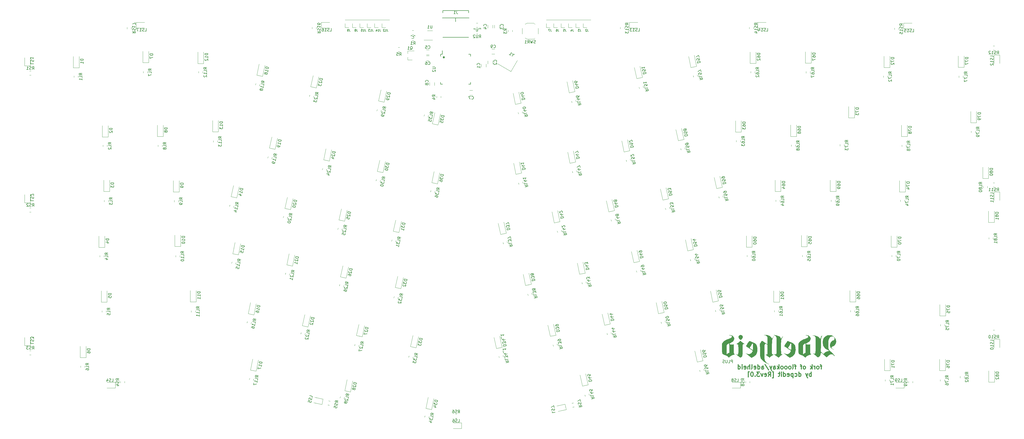
<source format=gbo>
G04 #@! TF.GenerationSoftware,KiCad,Pcbnew,(5.1.9-0-10_14)*
G04 #@! TF.CreationDate,2021-10-05T14:43:53-07:00*
G04 #@! TF.ProjectId,adelheid,6164656c-6865-4696-942e-6b696361645f,2.0*
G04 #@! TF.SameCoordinates,Original*
G04 #@! TF.FileFunction,Legend,Bot*
G04 #@! TF.FilePolarity,Positive*
%FSLAX46Y46*%
G04 Gerber Fmt 4.6, Leading zero omitted, Abs format (unit mm)*
G04 Created by KiCad (PCBNEW (5.1.9-0-10_14)) date 2021-10-05 14:43:53*
%MOMM*%
%LPD*%
G01*
G04 APERTURE LIST*
%ADD10C,0.150000*%
%ADD11C,0.500000*%
%ADD12C,0.300000*%
%ADD13C,0.120000*%
%ADD14C,0.100000*%
%ADD15C,4.089800*%
%ADD16C,3.150000*%
%ADD17C,1.852000*%
%ADD18C,2.007000*%
%ADD19C,2.352000*%
%ADD20C,2.102000*%
%ADD21C,0.752000*%
%ADD22O,1.002000X2.502000*%
%ADD23O,1.002000X1.802000*%
%ADD24C,4.502000*%
G04 APERTURE END LIST*
D10*
X270906666Y-143454380D02*
X270906666Y-142454380D01*
X270525714Y-142454380D01*
X270430476Y-142502000D01*
X270382857Y-142549619D01*
X270335238Y-142644857D01*
X270335238Y-142787714D01*
X270382857Y-142882952D01*
X270430476Y-142930571D01*
X270525714Y-142978190D01*
X270906666Y-142978190D01*
X269430476Y-143454380D02*
X269906666Y-143454380D01*
X269906666Y-142454380D01*
X269097142Y-142454380D02*
X269097142Y-143263904D01*
X269049523Y-143359142D01*
X269001904Y-143406761D01*
X268906666Y-143454380D01*
X268716190Y-143454380D01*
X268620952Y-143406761D01*
X268573333Y-143359142D01*
X268525714Y-143263904D01*
X268525714Y-142454380D01*
X268097142Y-143406761D02*
X267954285Y-143454380D01*
X267716190Y-143454380D01*
X267620952Y-143406761D01*
X267573333Y-143359142D01*
X267525714Y-143263904D01*
X267525714Y-143168666D01*
X267573333Y-143073428D01*
X267620952Y-143025809D01*
X267716190Y-142978190D01*
X267906666Y-142930571D01*
X268001904Y-142882952D01*
X268049523Y-142835333D01*
X268097142Y-142740095D01*
X268097142Y-142644857D01*
X268049523Y-142549619D01*
X268001904Y-142502000D01*
X267906666Y-142454380D01*
X267668571Y-142454380D01*
X267525714Y-142502000D01*
D11*
X171450000Y-37937985D02*
X171354761Y-38033223D01*
X171450000Y-38128461D01*
X171545238Y-38033223D01*
X171450000Y-37937985D01*
X171450000Y-38128461D01*
D12*
X301682714Y-144580571D02*
X301111285Y-144580571D01*
X301468428Y-145580571D02*
X301468428Y-144294857D01*
X301397000Y-144152000D01*
X301254142Y-144080571D01*
X301111285Y-144080571D01*
X300397000Y-145580571D02*
X300539857Y-145509142D01*
X300611285Y-145437714D01*
X300682714Y-145294857D01*
X300682714Y-144866285D01*
X300611285Y-144723428D01*
X300539857Y-144652000D01*
X300397000Y-144580571D01*
X300182714Y-144580571D01*
X300039857Y-144652000D01*
X299968428Y-144723428D01*
X299897000Y-144866285D01*
X299897000Y-145294857D01*
X299968428Y-145437714D01*
X300039857Y-145509142D01*
X300182714Y-145580571D01*
X300397000Y-145580571D01*
X299254142Y-145580571D02*
X299254142Y-144580571D01*
X299254142Y-144866285D02*
X299182714Y-144723428D01*
X299111285Y-144652000D01*
X298968428Y-144580571D01*
X298825571Y-144580571D01*
X298325571Y-145580571D02*
X298325571Y-144080571D01*
X298182714Y-145009142D02*
X297754142Y-145580571D01*
X297754142Y-144580571D02*
X298325571Y-145152000D01*
X295754142Y-145580571D02*
X295897000Y-145509142D01*
X295968428Y-145437714D01*
X296039857Y-145294857D01*
X296039857Y-144866285D01*
X295968428Y-144723428D01*
X295897000Y-144652000D01*
X295754142Y-144580571D01*
X295539857Y-144580571D01*
X295397000Y-144652000D01*
X295325571Y-144723428D01*
X295254142Y-144866285D01*
X295254142Y-145294857D01*
X295325571Y-145437714D01*
X295397000Y-145509142D01*
X295539857Y-145580571D01*
X295754142Y-145580571D01*
X294825571Y-144580571D02*
X294254142Y-144580571D01*
X294611285Y-145580571D02*
X294611285Y-144294857D01*
X294539857Y-144152000D01*
X294397000Y-144080571D01*
X294254142Y-144080571D01*
X292825571Y-144580571D02*
X292254142Y-144580571D01*
X292611285Y-145580571D02*
X292611285Y-144294857D01*
X292539857Y-144152000D01*
X292397000Y-144080571D01*
X292254142Y-144080571D01*
X291539857Y-145580571D02*
X291682714Y-145509142D01*
X291754142Y-145366285D01*
X291754142Y-144080571D01*
X290754142Y-145580571D02*
X290897000Y-145509142D01*
X290968428Y-145437714D01*
X291039857Y-145294857D01*
X291039857Y-144866285D01*
X290968428Y-144723428D01*
X290897000Y-144652000D01*
X290754142Y-144580571D01*
X290539857Y-144580571D01*
X290397000Y-144652000D01*
X290325571Y-144723428D01*
X290254142Y-144866285D01*
X290254142Y-145294857D01*
X290325571Y-145437714D01*
X290397000Y-145509142D01*
X290539857Y-145580571D01*
X290754142Y-145580571D01*
X289397000Y-145580571D02*
X289539857Y-145509142D01*
X289611285Y-145437714D01*
X289682714Y-145294857D01*
X289682714Y-144866285D01*
X289611285Y-144723428D01*
X289539857Y-144652000D01*
X289397000Y-144580571D01*
X289182714Y-144580571D01*
X289039857Y-144652000D01*
X288968428Y-144723428D01*
X288897000Y-144866285D01*
X288897000Y-145294857D01*
X288968428Y-145437714D01*
X289039857Y-145509142D01*
X289182714Y-145580571D01*
X289397000Y-145580571D01*
X288039857Y-145580571D02*
X288182714Y-145509142D01*
X288254142Y-145437714D01*
X288325571Y-145294857D01*
X288325571Y-144866285D01*
X288254142Y-144723428D01*
X288182714Y-144652000D01*
X288039857Y-144580571D01*
X287825571Y-144580571D01*
X287682714Y-144652000D01*
X287611285Y-144723428D01*
X287539857Y-144866285D01*
X287539857Y-145294857D01*
X287611285Y-145437714D01*
X287682714Y-145509142D01*
X287825571Y-145580571D01*
X288039857Y-145580571D01*
X286897000Y-145580571D02*
X286897000Y-144080571D01*
X286754142Y-145009142D02*
X286325571Y-145580571D01*
X286325571Y-144580571D02*
X286897000Y-145152000D01*
X285039857Y-145580571D02*
X285039857Y-144794857D01*
X285111285Y-144652000D01*
X285254142Y-144580571D01*
X285539857Y-144580571D01*
X285682714Y-144652000D01*
X285039857Y-145509142D02*
X285182714Y-145580571D01*
X285539857Y-145580571D01*
X285682714Y-145509142D01*
X285754142Y-145366285D01*
X285754142Y-145223428D01*
X285682714Y-145080571D01*
X285539857Y-145009142D01*
X285182714Y-145009142D01*
X285039857Y-144937714D01*
X284468428Y-144580571D02*
X284111285Y-145580571D01*
X283754142Y-144580571D02*
X284111285Y-145580571D01*
X284254142Y-145937714D01*
X284325571Y-146009142D01*
X284468428Y-146080571D01*
X282111285Y-144009142D02*
X283397000Y-145937714D01*
X280968428Y-145580571D02*
X280968428Y-144794857D01*
X281039857Y-144652000D01*
X281182714Y-144580571D01*
X281468428Y-144580571D01*
X281611285Y-144652000D01*
X280968428Y-145509142D02*
X281111285Y-145580571D01*
X281468428Y-145580571D01*
X281611285Y-145509142D01*
X281682714Y-145366285D01*
X281682714Y-145223428D01*
X281611285Y-145080571D01*
X281468428Y-145009142D01*
X281111285Y-145009142D01*
X280968428Y-144937714D01*
X279611285Y-145580571D02*
X279611285Y-144080571D01*
X279611285Y-145509142D02*
X279754142Y-145580571D01*
X280039857Y-145580571D01*
X280182714Y-145509142D01*
X280254142Y-145437714D01*
X280325571Y-145294857D01*
X280325571Y-144866285D01*
X280254142Y-144723428D01*
X280182714Y-144652000D01*
X280039857Y-144580571D01*
X279754142Y-144580571D01*
X279611285Y-144652000D01*
X278325571Y-145509142D02*
X278468428Y-145580571D01*
X278754142Y-145580571D01*
X278897000Y-145509142D01*
X278968428Y-145366285D01*
X278968428Y-144794857D01*
X278897000Y-144652000D01*
X278754142Y-144580571D01*
X278468428Y-144580571D01*
X278325571Y-144652000D01*
X278254142Y-144794857D01*
X278254142Y-144937714D01*
X278968428Y-145080571D01*
X277397000Y-145580571D02*
X277539857Y-145509142D01*
X277611285Y-145366285D01*
X277611285Y-144080571D01*
X276825571Y-145580571D02*
X276825571Y-144080571D01*
X276182714Y-145580571D02*
X276182714Y-144794857D01*
X276254142Y-144652000D01*
X276397000Y-144580571D01*
X276611285Y-144580571D01*
X276754142Y-144652000D01*
X276825571Y-144723428D01*
X274897000Y-145509142D02*
X275039857Y-145580571D01*
X275325571Y-145580571D01*
X275468428Y-145509142D01*
X275539857Y-145366285D01*
X275539857Y-144794857D01*
X275468428Y-144652000D01*
X275325571Y-144580571D01*
X275039857Y-144580571D01*
X274897000Y-144652000D01*
X274825571Y-144794857D01*
X274825571Y-144937714D01*
X275539857Y-145080571D01*
X274182714Y-145580571D02*
X274182714Y-144580571D01*
X274182714Y-144080571D02*
X274254142Y-144152000D01*
X274182714Y-144223428D01*
X274111285Y-144152000D01*
X274182714Y-144080571D01*
X274182714Y-144223428D01*
X272825571Y-145580571D02*
X272825571Y-144080571D01*
X272825571Y-145509142D02*
X272968428Y-145580571D01*
X273254142Y-145580571D01*
X273397000Y-145509142D01*
X273468428Y-145437714D01*
X273539857Y-145294857D01*
X273539857Y-144866285D01*
X273468428Y-144723428D01*
X273397000Y-144652000D01*
X273254142Y-144580571D01*
X272968428Y-144580571D01*
X272825571Y-144652000D01*
X298039857Y-148130571D02*
X298039857Y-146630571D01*
X298039857Y-147202000D02*
X297897000Y-147130571D01*
X297611285Y-147130571D01*
X297468428Y-147202000D01*
X297397000Y-147273428D01*
X297325571Y-147416285D01*
X297325571Y-147844857D01*
X297397000Y-147987714D01*
X297468428Y-148059142D01*
X297611285Y-148130571D01*
X297897000Y-148130571D01*
X298039857Y-148059142D01*
X296825571Y-147130571D02*
X296468428Y-148130571D01*
X296111285Y-147130571D02*
X296468428Y-148130571D01*
X296611285Y-148487714D01*
X296682714Y-148559142D01*
X296825571Y-148630571D01*
X293754142Y-148130571D02*
X293754142Y-146630571D01*
X293754142Y-148059142D02*
X293897000Y-148130571D01*
X294182714Y-148130571D01*
X294325571Y-148059142D01*
X294397000Y-147987714D01*
X294468428Y-147844857D01*
X294468428Y-147416285D01*
X294397000Y-147273428D01*
X294325571Y-147202000D01*
X294182714Y-147130571D01*
X293897000Y-147130571D01*
X293754142Y-147202000D01*
X292397000Y-148059142D02*
X292539857Y-148130571D01*
X292825571Y-148130571D01*
X292968428Y-148059142D01*
X293039857Y-147987714D01*
X293111285Y-147844857D01*
X293111285Y-147416285D01*
X293039857Y-147273428D01*
X292968428Y-147202000D01*
X292825571Y-147130571D01*
X292539857Y-147130571D01*
X292397000Y-147202000D01*
X291754142Y-147130571D02*
X291754142Y-148630571D01*
X291754142Y-147202000D02*
X291611285Y-147130571D01*
X291325571Y-147130571D01*
X291182714Y-147202000D01*
X291111285Y-147273428D01*
X291039857Y-147416285D01*
X291039857Y-147844857D01*
X291111285Y-147987714D01*
X291182714Y-148059142D01*
X291325571Y-148130571D01*
X291611285Y-148130571D01*
X291754142Y-148059142D01*
X289825571Y-148059142D02*
X289968428Y-148130571D01*
X290254142Y-148130571D01*
X290397000Y-148059142D01*
X290468428Y-147916285D01*
X290468428Y-147344857D01*
X290397000Y-147202000D01*
X290254142Y-147130571D01*
X289968428Y-147130571D01*
X289825571Y-147202000D01*
X289754142Y-147344857D01*
X289754142Y-147487714D01*
X290468428Y-147630571D01*
X288468428Y-148130571D02*
X288468428Y-146630571D01*
X288468428Y-148059142D02*
X288611285Y-148130571D01*
X288897000Y-148130571D01*
X289039857Y-148059142D01*
X289111285Y-147987714D01*
X289182714Y-147844857D01*
X289182714Y-147416285D01*
X289111285Y-147273428D01*
X289039857Y-147202000D01*
X288897000Y-147130571D01*
X288611285Y-147130571D01*
X288468428Y-147202000D01*
X287754142Y-148130571D02*
X287754142Y-147130571D01*
X287754142Y-146630571D02*
X287825571Y-146702000D01*
X287754142Y-146773428D01*
X287682714Y-146702000D01*
X287754142Y-146630571D01*
X287754142Y-146773428D01*
X287254142Y-147130571D02*
X286682714Y-147130571D01*
X287039857Y-146630571D02*
X287039857Y-147916285D01*
X286968428Y-148059142D01*
X286825571Y-148130571D01*
X286682714Y-148130571D01*
X284611285Y-148630571D02*
X284968428Y-148630571D01*
X284968428Y-146487714D01*
X284611285Y-146487714D01*
X283182714Y-148130571D02*
X283682714Y-147416285D01*
X284039857Y-148130571D02*
X284039857Y-146630571D01*
X283468428Y-146630571D01*
X283325571Y-146702000D01*
X283254142Y-146773428D01*
X283182714Y-146916285D01*
X283182714Y-147130571D01*
X283254142Y-147273428D01*
X283325571Y-147344857D01*
X283468428Y-147416285D01*
X284039857Y-147416285D01*
X281968428Y-148059142D02*
X282111285Y-148130571D01*
X282397000Y-148130571D01*
X282539857Y-148059142D01*
X282611285Y-147916285D01*
X282611285Y-147344857D01*
X282539857Y-147202000D01*
X282397000Y-147130571D01*
X282111285Y-147130571D01*
X281968428Y-147202000D01*
X281897000Y-147344857D01*
X281897000Y-147487714D01*
X282611285Y-147630571D01*
X281397000Y-147130571D02*
X281039857Y-148130571D01*
X280682714Y-147130571D01*
X280254142Y-146630571D02*
X279325571Y-146630571D01*
X279825571Y-147202000D01*
X279611285Y-147202000D01*
X279468428Y-147273428D01*
X279397000Y-147344857D01*
X279325571Y-147487714D01*
X279325571Y-147844857D01*
X279397000Y-147987714D01*
X279468428Y-148059142D01*
X279611285Y-148130571D01*
X280039857Y-148130571D01*
X280182714Y-148059142D01*
X280254142Y-147987714D01*
X278682714Y-147987714D02*
X278611285Y-148059142D01*
X278682714Y-148130571D01*
X278754142Y-148059142D01*
X278682714Y-147987714D01*
X278682714Y-148130571D01*
X277682714Y-146630571D02*
X277539857Y-146630571D01*
X277397000Y-146702000D01*
X277325571Y-146773428D01*
X277254142Y-146916285D01*
X277182714Y-147202000D01*
X277182714Y-147559142D01*
X277254142Y-147844857D01*
X277325571Y-147987714D01*
X277397000Y-148059142D01*
X277539857Y-148130571D01*
X277682714Y-148130571D01*
X277825571Y-148059142D01*
X277897000Y-147987714D01*
X277968428Y-147844857D01*
X278039857Y-147559142D01*
X278039857Y-147202000D01*
X277968428Y-146916285D01*
X277897000Y-146773428D01*
X277825571Y-146702000D01*
X277682714Y-146630571D01*
X276682714Y-148630571D02*
X276325571Y-148630571D01*
X276325571Y-146487714D01*
X276682714Y-146487714D01*
D13*
X182652936Y-29945000D02*
X183107064Y-29945000D01*
X182652936Y-28475000D02*
X183107064Y-28475000D01*
X182636936Y-27659000D02*
X183091064Y-27659000D01*
X182636936Y-26189000D02*
X183091064Y-26189000D01*
D10*
X175526700Y-24435000D02*
X175526700Y-25705000D01*
X171051700Y-21925000D02*
X171046700Y-22685000D01*
X171051700Y-21925000D02*
X180001700Y-21925000D01*
X180006700Y-22685000D02*
X180001700Y-21925000D01*
X171051700Y-31095000D02*
X180001700Y-31095000D01*
X170901700Y-24435000D02*
X180151700Y-24435000D01*
D13*
X190473657Y-141633045D02*
X190379238Y-141188841D01*
X191911534Y-141327415D02*
X191817115Y-140883211D01*
X191482334Y-138033608D02*
X190671478Y-134218833D01*
X189526039Y-138449432D02*
X188715183Y-134634656D01*
X191482334Y-138033608D02*
X189526039Y-138449432D01*
D14*
G36*
X281936720Y-133810049D02*
G01*
X281789172Y-133831656D01*
X281739810Y-133862669D01*
X281793683Y-133898996D01*
X281955842Y-133936545D01*
X282002157Y-133943908D01*
X282329127Y-134028568D01*
X282613881Y-134169931D01*
X282790099Y-134316597D01*
X282826955Y-134364321D01*
X282855326Y-134425746D01*
X282876600Y-134515979D01*
X282892162Y-134650123D01*
X282903399Y-134843285D01*
X282911698Y-135110571D01*
X282918444Y-135467085D01*
X282922768Y-135762034D01*
X282941022Y-137081087D01*
X282779750Y-136975459D01*
X282676702Y-136905019D01*
X282502020Y-136782503D01*
X282276814Y-136622838D01*
X282022191Y-136440950D01*
X281911385Y-136361399D01*
X281660186Y-136182315D01*
X281438383Y-136027071D01*
X281264073Y-135908113D01*
X281155352Y-135837887D01*
X281131515Y-135825040D01*
X281052875Y-135851219D01*
X280936392Y-135957910D01*
X280798481Y-136124892D01*
X280655555Y-136331944D01*
X280524026Y-136558846D01*
X280503730Y-136598438D01*
X280349113Y-136906425D01*
X280355916Y-138943253D01*
X280358970Y-139543797D01*
X280364698Y-140042703D01*
X280374520Y-140452742D01*
X280389857Y-140786683D01*
X280412128Y-141057297D01*
X280442753Y-141277354D01*
X280483151Y-141459624D01*
X280534744Y-141616876D01*
X280598950Y-141761881D01*
X280677191Y-141907409D01*
X280687501Y-141925361D01*
X280958011Y-142306134D01*
X281325381Y-142688847D01*
X281773140Y-143059722D01*
X282284819Y-143404980D01*
X282790099Y-143684285D01*
X283090932Y-143830221D01*
X283302480Y-143922480D01*
X283434558Y-143964563D01*
X283496984Y-143959970D01*
X283505189Y-143939321D01*
X283457581Y-143889768D01*
X283332202Y-143809064D01*
X283155223Y-143713883D01*
X283137822Y-143705258D01*
X282768855Y-143470355D01*
X282440715Y-143159640D01*
X282181404Y-142802816D01*
X282066396Y-142568751D01*
X282033373Y-142482586D01*
X282006279Y-142397682D01*
X281984403Y-142301937D01*
X281967037Y-142183251D01*
X281953474Y-142029521D01*
X281943003Y-141828649D01*
X281934918Y-141568531D01*
X281928509Y-141237068D01*
X281923067Y-140822159D01*
X281917885Y-140311702D01*
X281914839Y-139980316D01*
X281909713Y-139333980D01*
X281907405Y-138792111D01*
X281908466Y-138344780D01*
X281913444Y-137982064D01*
X281922889Y-137694034D01*
X281937350Y-137470765D01*
X281957376Y-137302332D01*
X281983516Y-137178806D01*
X282016320Y-137090263D01*
X282056338Y-137026777D01*
X282079713Y-137000837D01*
X282199306Y-136915158D01*
X282331310Y-136903161D01*
X282500234Y-136967736D01*
X282669188Y-137070332D01*
X282939740Y-137249539D01*
X282922127Y-138820285D01*
X282904513Y-140391032D01*
X282763644Y-140505023D01*
X282577928Y-140593003D01*
X282463306Y-140595608D01*
X282340037Y-140590735D01*
X282317145Y-140628192D01*
X282395695Y-140709872D01*
X282576749Y-140837671D01*
X282611940Y-140860376D01*
X282811773Y-140998216D01*
X283048039Y-141175687D01*
X283271963Y-141356062D01*
X283286762Y-141368565D01*
X283653482Y-141679664D01*
X283968772Y-141387760D01*
X284188746Y-141203252D01*
X284442053Y-141018498D01*
X284636618Y-140895631D01*
X284852637Y-140759398D01*
X284965781Y-140655560D01*
X284974768Y-140586457D01*
X284878313Y-140554426D01*
X284825041Y-140552388D01*
X284741049Y-140552041D01*
X284671547Y-140544432D01*
X284615243Y-140519708D01*
X284570850Y-140468015D01*
X284537077Y-140379499D01*
X284512636Y-140244307D01*
X284496237Y-140052586D01*
X284486590Y-139794482D01*
X284482407Y-139460142D01*
X284482397Y-139039712D01*
X284485272Y-138523339D01*
X284489137Y-137985402D01*
X284506315Y-135603964D01*
X284686814Y-135158819D01*
X284791443Y-134921864D01*
X284903557Y-134701118D01*
X285001625Y-134538453D01*
X285015984Y-134518755D01*
X285095283Y-134393617D01*
X285120405Y-134307359D01*
X285111594Y-134291043D01*
X285043756Y-134313607D01*
X284937084Y-134433061D01*
X284797851Y-134641147D01*
X284647292Y-134902126D01*
X284490926Y-135188064D01*
X284425422Y-134989585D01*
X284267379Y-134685423D01*
X284013197Y-134412870D01*
X283678774Y-134180326D01*
X283280004Y-133996189D01*
X282832786Y-133868856D01*
X282353014Y-133806726D01*
X282177404Y-133801937D01*
X281936720Y-133810049D01*
G37*
G36*
X289800432Y-135935674D02*
G01*
X289709950Y-136060367D01*
X289583674Y-136245591D01*
X289433425Y-136472854D01*
X289271023Y-136723667D01*
X289108290Y-136979540D01*
X288957047Y-137221981D01*
X288829115Y-137432501D01*
X288736315Y-137592609D01*
X288690468Y-137683816D01*
X288688019Y-137697062D01*
X288739328Y-137736154D01*
X288873574Y-137827876D01*
X289077253Y-137963298D01*
X289336860Y-138133488D01*
X289638890Y-138329517D01*
X289855915Y-138469359D01*
X290217289Y-138702061D01*
X290493296Y-138882154D01*
X290694994Y-139018611D01*
X290833446Y-139120405D01*
X290919710Y-139196507D01*
X290964848Y-139255891D01*
X290979919Y-139307529D01*
X290975985Y-139360394D01*
X290973162Y-139375715D01*
X290924079Y-139527599D01*
X290838201Y-139714134D01*
X290797187Y-139788528D01*
X290561949Y-140087173D01*
X290268654Y-140299680D01*
X289936916Y-140423048D01*
X289586348Y-140454275D01*
X289236564Y-140390362D01*
X288907178Y-140228307D01*
X288748060Y-140102042D01*
X288644915Y-140013207D01*
X288603302Y-140001120D01*
X288604952Y-140060541D01*
X288605042Y-140061029D01*
X288655054Y-140127785D01*
X288783745Y-140251812D01*
X288978146Y-140421884D01*
X289225291Y-140626773D01*
X289512213Y-140855256D01*
X289612795Y-140933439D01*
X289901648Y-141156073D01*
X290158409Y-141352895D01*
X290369891Y-141513885D01*
X290522908Y-141629024D01*
X290604275Y-141688293D01*
X290613921Y-141694114D01*
X290669523Y-141672704D01*
X290800057Y-141619592D01*
X290942126Y-141560856D01*
X291442878Y-141303411D01*
X291852389Y-140982448D01*
X292179609Y-140589693D01*
X292383223Y-140228711D01*
X292517263Y-139847361D01*
X292602353Y-139392781D01*
X292637422Y-138895655D01*
X292621396Y-138386667D01*
X292553205Y-137896504D01*
X292521086Y-137768303D01*
X291113748Y-137768303D01*
X291112690Y-138130997D01*
X291109730Y-138451811D01*
X291105186Y-138714292D01*
X291099380Y-138901986D01*
X291092629Y-138998440D01*
X291089675Y-139007793D01*
X291033793Y-138979783D01*
X290902909Y-138904402D01*
X290719228Y-138794625D01*
X290589112Y-138715312D01*
X290375650Y-138581826D01*
X290194359Y-138463945D01*
X290070984Y-138378632D01*
X290036856Y-138351467D01*
X290018988Y-138309556D01*
X290033995Y-138235635D01*
X290088536Y-138116762D01*
X290189269Y-137939996D01*
X290342855Y-137692394D01*
X290510064Y-137431814D01*
X290689182Y-137155842D01*
X290846967Y-136914264D01*
X290972896Y-136723071D01*
X291056441Y-136598255D01*
X291086392Y-136556169D01*
X291094378Y-136602388D01*
X291101446Y-136747048D01*
X291107233Y-136974174D01*
X291111381Y-137267794D01*
X291113529Y-137611935D01*
X291113748Y-137768303D01*
X292521086Y-137768303D01*
X292475515Y-137586411D01*
X292398415Y-137370776D01*
X292302408Y-137188688D01*
X292173448Y-137028967D01*
X291997486Y-136880434D01*
X291760475Y-136731912D01*
X291448366Y-136572221D01*
X291047112Y-136390182D01*
X290882858Y-136319054D01*
X290568637Y-136184985D01*
X290290652Y-136068037D01*
X290065895Y-135975224D01*
X289911354Y-135913557D01*
X289844021Y-135890049D01*
X289843298Y-135890000D01*
X289800432Y-135935674D01*
G37*
G36*
X276642774Y-135935674D02*
G01*
X276552293Y-136060367D01*
X276426016Y-136245591D01*
X276275767Y-136472854D01*
X276113365Y-136723667D01*
X275950633Y-136979540D01*
X275799390Y-137221981D01*
X275671458Y-137432501D01*
X275578658Y-137592609D01*
X275532811Y-137683816D01*
X275530361Y-137697062D01*
X275581670Y-137736154D01*
X275715917Y-137827876D01*
X275919595Y-137963298D01*
X276179202Y-138133488D01*
X276481232Y-138329517D01*
X276698257Y-138469359D01*
X277059632Y-138702061D01*
X277335638Y-138882154D01*
X277537337Y-139018611D01*
X277675788Y-139120405D01*
X277762053Y-139196507D01*
X277807190Y-139255891D01*
X277822262Y-139307529D01*
X277818327Y-139360394D01*
X277815504Y-139375715D01*
X277766421Y-139527599D01*
X277680544Y-139714134D01*
X277639530Y-139788528D01*
X277404292Y-140087173D01*
X277110997Y-140299680D01*
X276779258Y-140423048D01*
X276428690Y-140454275D01*
X276078906Y-140390362D01*
X275749521Y-140228307D01*
X275590403Y-140102042D01*
X275487257Y-140013207D01*
X275445645Y-140001120D01*
X275447295Y-140060541D01*
X275447385Y-140061029D01*
X275497397Y-140127785D01*
X275626087Y-140251812D01*
X275820489Y-140421884D01*
X276067634Y-140626773D01*
X276354555Y-140855256D01*
X276455137Y-140933439D01*
X276743990Y-141156073D01*
X277000751Y-141352895D01*
X277212233Y-141513885D01*
X277365251Y-141629024D01*
X277446617Y-141688293D01*
X277456263Y-141694114D01*
X277511866Y-141672704D01*
X277642399Y-141619592D01*
X277784468Y-141560856D01*
X278285221Y-141303411D01*
X278694731Y-140982448D01*
X279021951Y-140589693D01*
X279225565Y-140228711D01*
X279359606Y-139847361D01*
X279444696Y-139392781D01*
X279479764Y-138895655D01*
X279463738Y-138386667D01*
X279395547Y-137896504D01*
X279363429Y-137768303D01*
X277956090Y-137768303D01*
X277955032Y-138130997D01*
X277952072Y-138451811D01*
X277947529Y-138714292D01*
X277941722Y-138901986D01*
X277934972Y-138998440D01*
X277932018Y-139007793D01*
X277876135Y-138979783D01*
X277745251Y-138904402D01*
X277561571Y-138794625D01*
X277431455Y-138715312D01*
X277217993Y-138581826D01*
X277036701Y-138463945D01*
X276913326Y-138378632D01*
X276879198Y-138351467D01*
X276861331Y-138309556D01*
X276876337Y-138235635D01*
X276930878Y-138116762D01*
X277031611Y-137939996D01*
X277185197Y-137692394D01*
X277352406Y-137431814D01*
X277531524Y-137155842D01*
X277689310Y-136914264D01*
X277815238Y-136723071D01*
X277898784Y-136598255D01*
X277928735Y-136556169D01*
X277936721Y-136602388D01*
X277943788Y-136747048D01*
X277949576Y-136974174D01*
X277953724Y-137267794D01*
X277955871Y-137611935D01*
X277956090Y-137768303D01*
X279363429Y-137768303D01*
X279317858Y-137586411D01*
X279240757Y-137370776D01*
X279144750Y-137188688D01*
X279015790Y-137028967D01*
X278839828Y-136880434D01*
X278602817Y-136731912D01*
X278290708Y-136572221D01*
X277889454Y-136390182D01*
X277725200Y-136319054D01*
X277410979Y-136184985D01*
X277132995Y-136068037D01*
X276908237Y-135975224D01*
X276753697Y-135913557D01*
X276686363Y-135890049D01*
X276685641Y-135890000D01*
X276642774Y-135935674D01*
G37*
G36*
X273301009Y-136149607D02*
G01*
X273089957Y-136347073D01*
X272852494Y-136542083D01*
X272638372Y-136693904D01*
X272629301Y-136699550D01*
X272424421Y-136834291D01*
X272319864Y-136926125D01*
X272312372Y-136980745D01*
X272398691Y-137003844D01*
X272454226Y-137005541D01*
X272631654Y-137056680D01*
X272754564Y-137153053D01*
X272798192Y-137202100D01*
X272831750Y-137254622D01*
X272856782Y-137325613D01*
X272874832Y-137430066D01*
X272887444Y-137582974D01*
X272896161Y-137799330D01*
X272902529Y-138094129D01*
X272908090Y-138482362D01*
X272910428Y-138666561D01*
X272914663Y-139175148D01*
X272912101Y-139581685D01*
X272901097Y-139898424D01*
X272880008Y-140137613D01*
X272847192Y-140311501D01*
X272801005Y-140432339D01*
X272739805Y-140512375D01*
X272661948Y-140563860D01*
X272655546Y-140566841D01*
X272527836Y-140602456D01*
X272402058Y-140569220D01*
X272339160Y-140535695D01*
X272188521Y-140456763D01*
X272129792Y-140445651D01*
X272163001Y-140502406D01*
X272288171Y-140627075D01*
X272478785Y-140796789D01*
X272815368Y-141087045D01*
X273078530Y-141308529D01*
X273280956Y-141467810D01*
X273435332Y-141571456D01*
X273554343Y-141626038D01*
X273650675Y-141638124D01*
X273737012Y-141614284D01*
X273826041Y-141561087D01*
X273879866Y-141522345D01*
X274009123Y-141416610D01*
X274115692Y-141299505D01*
X274201711Y-141159407D01*
X274269319Y-140984695D01*
X274320655Y-140763748D01*
X274357859Y-140484943D01*
X274383069Y-140136660D01*
X274398424Y-139707276D01*
X274406063Y-139185171D01*
X274408093Y-138652261D01*
X274408740Y-138184937D01*
X274410538Y-137818990D01*
X274414408Y-137541382D01*
X274421271Y-137339076D01*
X274432049Y-137199034D01*
X274447662Y-137108219D01*
X274469033Y-137053594D01*
X274497082Y-137022120D01*
X274524491Y-137005095D01*
X274677197Y-136972184D01*
X274851710Y-137001944D01*
X275027144Y-137032293D01*
X275111048Y-137010727D01*
X275096458Y-136949634D01*
X274976410Y-136861400D01*
X274941254Y-136842666D01*
X274716670Y-136708184D01*
X274445755Y-136515646D01*
X274161138Y-136289795D01*
X273895450Y-136055374D01*
X273865297Y-136026799D01*
X273635991Y-135807503D01*
X273301009Y-136149607D01*
G37*
G36*
X296135617Y-133871288D02*
G01*
X296082043Y-133903147D01*
X296105119Y-133949765D01*
X296177896Y-133976920D01*
X296321134Y-134005519D01*
X296386388Y-134014853D01*
X296678257Y-134079257D01*
X296885814Y-134182745D01*
X297000463Y-134317697D01*
X297013606Y-134476492D01*
X296987252Y-134547537D01*
X296898540Y-134672475D01*
X296753737Y-134789720D01*
X296538018Y-134907702D01*
X296236560Y-135034853D01*
X295939983Y-135143158D01*
X295332052Y-135372950D01*
X294830527Y-135601567D01*
X294427568Y-135834016D01*
X294115335Y-136075299D01*
X293885987Y-136330422D01*
X293764815Y-136531483D01*
X293602261Y-136862523D01*
X293602261Y-138435721D01*
X293603634Y-138938897D01*
X293608113Y-139339640D01*
X293616236Y-139649905D01*
X293628542Y-139881645D01*
X293645569Y-140046813D01*
X293667855Y-140157363D01*
X293681616Y-140197029D01*
X293806424Y-140373321D01*
X294030539Y-140539323D01*
X294359630Y-140698621D01*
X294639143Y-140802524D01*
X295030226Y-140949093D01*
X295333438Y-141096536D01*
X295574540Y-141259092D01*
X295743198Y-141412863D01*
X295868292Y-141537432D01*
X295958951Y-141619685D01*
X295988297Y-141639325D01*
X296039668Y-141601445D01*
X296133352Y-141508240D01*
X296152312Y-141487775D01*
X296339713Y-141320699D01*
X296602048Y-141136046D01*
X296906075Y-140953494D01*
X297218547Y-140792721D01*
X297506222Y-140673407D01*
X297556186Y-140656778D01*
X297803492Y-140566781D01*
X297942391Y-140488214D01*
X297971343Y-140422541D01*
X297888804Y-140371220D01*
X297864887Y-140364370D01*
X297799304Y-140335381D01*
X297747298Y-140278557D01*
X297707352Y-140181940D01*
X297677950Y-140033571D01*
X297657575Y-139821492D01*
X297644710Y-139533743D01*
X297637840Y-139158368D01*
X297635446Y-138683406D01*
X297635369Y-138554643D01*
X297635369Y-138373968D01*
X296090775Y-138373968D01*
X296090775Y-139971225D01*
X295919832Y-140008770D01*
X295786992Y-140067359D01*
X295616089Y-140181228D01*
X295476476Y-140297080D01*
X295334986Y-140425780D01*
X295231455Y-140517042D01*
X295189761Y-140550116D01*
X295186017Y-140495962D01*
X295182639Y-140342009D01*
X295179760Y-140102875D01*
X295177516Y-139793174D01*
X295176039Y-139427524D01*
X295175463Y-139020541D01*
X295175459Y-138987649D01*
X295175733Y-138523511D01*
X295177259Y-138159549D01*
X295181092Y-137881526D01*
X295188289Y-137675204D01*
X295199905Y-137526344D01*
X295216997Y-137420710D01*
X295240621Y-137344062D01*
X295271833Y-137282164D01*
X295305867Y-137229399D01*
X295442008Y-137077509D01*
X295625288Y-136934624D01*
X295816938Y-136826320D01*
X295978190Y-136778171D01*
X295990662Y-136777653D01*
X296020118Y-136784194D01*
X296043179Y-136812681D01*
X296060621Y-136875486D01*
X296073219Y-136984977D01*
X296081750Y-137153525D01*
X296086989Y-137393500D01*
X296089711Y-137717271D01*
X296090694Y-138137209D01*
X296090775Y-138373968D01*
X297635369Y-138373968D01*
X297635369Y-137079211D01*
X297338955Y-137137819D01*
X297081244Y-137162948D01*
X296818340Y-137145440D01*
X296574823Y-137092421D01*
X296375276Y-137011016D01*
X296244279Y-136908351D01*
X296205189Y-136809179D01*
X296253887Y-136756459D01*
X296382145Y-136677681D01*
X296563206Y-136589069D01*
X296581286Y-136581119D01*
X296901038Y-136407686D01*
X297206856Y-136180762D01*
X297468998Y-135926369D01*
X297657719Y-135670528D01*
X297688408Y-135612576D01*
X297793490Y-135274793D01*
X297791642Y-134937170D01*
X297688837Y-134618416D01*
X297491044Y-134337242D01*
X297210876Y-134116225D01*
X297048555Y-134039538D01*
X296851044Y-133972917D01*
X296639669Y-133919571D01*
X296435756Y-133882710D01*
X296260630Y-133865546D01*
X296135617Y-133871288D01*
G37*
G36*
X285105794Y-133848153D02*
G01*
X285159789Y-133899089D01*
X285276326Y-133954424D01*
X285346666Y-133976479D01*
X285633801Y-134109650D01*
X285853454Y-134329737D01*
X285993573Y-134623565D01*
X286014710Y-134706751D01*
X286030407Y-134838397D01*
X286044000Y-135067347D01*
X286055479Y-135378870D01*
X286064834Y-135758237D01*
X286072053Y-136190717D01*
X286077127Y-136661581D01*
X286080046Y-137156097D01*
X286080800Y-137659536D01*
X286079377Y-138157168D01*
X286075769Y-138634263D01*
X286069964Y-139076089D01*
X286061953Y-139467918D01*
X286051725Y-139795019D01*
X286039270Y-140042662D01*
X286024578Y-140196117D01*
X286018546Y-140226170D01*
X285926592Y-140414956D01*
X285775555Y-140513505D01*
X285556759Y-140525615D01*
X285401686Y-140496126D01*
X285246489Y-140462957D01*
X285144747Y-140452278D01*
X285126703Y-140456399D01*
X285159674Y-140495586D01*
X285268387Y-140577664D01*
X285430754Y-140686193D01*
X285462603Y-140706406D01*
X285677016Y-140850196D01*
X285933243Y-141034838D01*
X286185784Y-141227244D01*
X286259665Y-141286080D01*
X286450675Y-141436251D01*
X286610083Y-141554106D01*
X286716307Y-141624087D01*
X286745926Y-141636615D01*
X286805725Y-141598624D01*
X286928149Y-141498334D01*
X287093227Y-141352623D01*
X287219490Y-141236361D01*
X287430161Y-141050543D01*
X287641747Y-140882863D01*
X287821772Y-140758310D01*
X287891675Y-140719103D01*
X288063720Y-140621986D01*
X288129834Y-140550246D01*
X288088895Y-140507061D01*
X287970595Y-140495180D01*
X287887391Y-140493096D01*
X287818702Y-140480172D01*
X287763137Y-140446401D01*
X287719304Y-140381776D01*
X287685813Y-140276289D01*
X287661272Y-140119934D01*
X287644290Y-139902703D01*
X287633475Y-139614590D01*
X287627437Y-139245586D01*
X287624784Y-138785685D01*
X287624125Y-138224879D01*
X287624108Y-138002894D01*
X287624498Y-137430466D01*
X287626005Y-136960352D01*
X287629136Y-136580453D01*
X287634400Y-136278672D01*
X287642303Y-136042909D01*
X287653352Y-135861065D01*
X287668055Y-135721043D01*
X287686919Y-135610743D01*
X287710451Y-135518067D01*
X287730963Y-135454314D01*
X287842538Y-135171183D01*
X287983488Y-134871391D01*
X288130840Y-134601297D01*
X288228198Y-134450970D01*
X288276971Y-134350379D01*
X288265843Y-134295896D01*
X288199518Y-134318304D01*
X288094891Y-134430033D01*
X287962833Y-134617095D01*
X287814211Y-134865502D01*
X287791926Y-134905794D01*
X287641652Y-135180146D01*
X287543727Y-134923733D01*
X287410918Y-134672855D01*
X287213780Y-134462080D01*
X286941487Y-134285246D01*
X286583213Y-134136187D01*
X286128131Y-134008740D01*
X285822081Y-133943562D01*
X285589593Y-133898048D01*
X285387216Y-133857928D01*
X285252132Y-133830585D01*
X285235707Y-133827139D01*
X285126911Y-133818531D01*
X285105794Y-133848153D01*
G37*
G36*
X269820301Y-133871288D02*
G01*
X269766727Y-133903147D01*
X269789804Y-133949765D01*
X269862580Y-133976920D01*
X270005819Y-134005519D01*
X270071073Y-134014853D01*
X270362942Y-134079257D01*
X270570499Y-134182745D01*
X270685147Y-134317697D01*
X270698291Y-134476492D01*
X270671937Y-134547537D01*
X270583225Y-134672475D01*
X270438421Y-134789720D01*
X270222702Y-134907702D01*
X269921244Y-135034853D01*
X269624668Y-135143158D01*
X269016736Y-135372950D01*
X268515211Y-135601567D01*
X268112253Y-135834016D01*
X267800020Y-136075299D01*
X267570672Y-136330422D01*
X267449500Y-136531483D01*
X267286946Y-136862523D01*
X267286946Y-138435721D01*
X267288319Y-138938897D01*
X267292798Y-139339640D01*
X267300921Y-139649905D01*
X267313227Y-139881645D01*
X267330253Y-140046813D01*
X267352540Y-140157363D01*
X267366301Y-140197029D01*
X267491109Y-140373321D01*
X267715224Y-140539323D01*
X268044315Y-140698621D01*
X268323828Y-140802524D01*
X268714911Y-140949093D01*
X269018123Y-141096536D01*
X269259225Y-141259092D01*
X269427882Y-141412863D01*
X269552977Y-141537432D01*
X269643636Y-141619685D01*
X269672982Y-141639325D01*
X269724352Y-141601445D01*
X269818037Y-141508240D01*
X269836996Y-141487775D01*
X270024397Y-141320699D01*
X270286733Y-141136046D01*
X270590759Y-140953494D01*
X270903232Y-140792721D01*
X271190906Y-140673407D01*
X271240871Y-140656778D01*
X271488176Y-140566781D01*
X271627076Y-140488214D01*
X271656028Y-140422541D01*
X271573489Y-140371220D01*
X271549572Y-140364370D01*
X271483989Y-140335381D01*
X271431982Y-140278557D01*
X271392037Y-140181940D01*
X271362634Y-140033571D01*
X271342259Y-139821492D01*
X271329395Y-139533743D01*
X271322524Y-139158368D01*
X271320131Y-138683406D01*
X271320054Y-138554643D01*
X271320054Y-138373968D01*
X269775459Y-138373968D01*
X269775459Y-139971225D01*
X269604517Y-140008770D01*
X269471677Y-140067359D01*
X269300774Y-140181228D01*
X269161161Y-140297080D01*
X269019671Y-140425780D01*
X268916139Y-140517042D01*
X268874446Y-140550116D01*
X268870702Y-140495962D01*
X268867323Y-140342009D01*
X268864445Y-140102875D01*
X268862200Y-139793174D01*
X268860723Y-139427524D01*
X268860147Y-139020541D01*
X268860144Y-138987649D01*
X268860418Y-138523511D01*
X268861943Y-138159549D01*
X268865777Y-137881526D01*
X268872973Y-137675204D01*
X268884590Y-137526344D01*
X268901682Y-137420710D01*
X268925306Y-137344062D01*
X268956517Y-137282164D01*
X268990552Y-137229399D01*
X269126693Y-137077509D01*
X269309973Y-136934624D01*
X269501623Y-136826320D01*
X269662875Y-136778171D01*
X269675347Y-136777653D01*
X269704803Y-136784194D01*
X269727864Y-136812681D01*
X269745306Y-136875486D01*
X269757904Y-136984977D01*
X269766435Y-137153525D01*
X269771673Y-137393500D01*
X269774396Y-137717271D01*
X269775378Y-138137209D01*
X269775459Y-138373968D01*
X271320054Y-138373968D01*
X271320054Y-137079211D01*
X271023639Y-137137819D01*
X270765929Y-137162948D01*
X270503025Y-137145440D01*
X270259508Y-137092421D01*
X270059961Y-137011016D01*
X269928964Y-136908351D01*
X269889874Y-136809179D01*
X269938572Y-136756459D01*
X270066830Y-136677681D01*
X270247891Y-136589069D01*
X270265970Y-136581119D01*
X270585722Y-136407686D01*
X270891541Y-136180762D01*
X271153683Y-135926369D01*
X271342403Y-135670528D01*
X271373092Y-135612576D01*
X271478174Y-135274793D01*
X271476327Y-134937170D01*
X271373522Y-134618416D01*
X271175729Y-134337242D01*
X270895560Y-134116225D01*
X270733240Y-134039538D01*
X270535729Y-133972917D01*
X270324354Y-133919571D01*
X270120440Y-133882710D01*
X269945314Y-133865546D01*
X269820301Y-133871288D01*
G37*
G36*
X304040150Y-133896078D02*
G01*
X303849815Y-133912612D01*
X303683632Y-133953581D01*
X303496525Y-134028668D01*
X303343993Y-134099567D01*
X302891915Y-134368713D01*
X302532021Y-134703511D01*
X302263853Y-135104956D01*
X302086954Y-135574042D01*
X302000866Y-136111765D01*
X302005131Y-136719119D01*
X302029059Y-136957960D01*
X302101359Y-137365286D01*
X302217802Y-137712725D01*
X302390510Y-138015105D01*
X302631608Y-138287259D01*
X302953222Y-138544016D01*
X303367476Y-138800206D01*
X303665750Y-138959927D01*
X304234522Y-139252086D01*
X303629269Y-139465066D01*
X303215851Y-139621119D01*
X302895632Y-139768871D01*
X302649182Y-139920163D01*
X302457075Y-140086839D01*
X302306340Y-140271458D01*
X302264365Y-140324562D01*
X302220191Y-140343374D01*
X302155429Y-140318476D01*
X302051689Y-140240448D01*
X301890579Y-140099873D01*
X301783061Y-140003453D01*
X301346697Y-139611359D01*
X301367804Y-137407436D01*
X301374195Y-136805191D01*
X301381689Y-136304510D01*
X301391648Y-135892541D01*
X301405436Y-135556435D01*
X301424418Y-135283340D01*
X301449957Y-135060407D01*
X301483418Y-134874784D01*
X301526163Y-134713622D01*
X301579556Y-134564069D01*
X301644963Y-134413275D01*
X301697292Y-134302856D01*
X301758652Y-134144393D01*
X301771299Y-134036149D01*
X301761549Y-134015144D01*
X301696796Y-134016744D01*
X301609970Y-134109043D01*
X301512176Y-134273240D01*
X301414518Y-134490535D01*
X301328100Y-134742128D01*
X301324154Y-134755685D01*
X301204185Y-135171624D01*
X300999856Y-134897932D01*
X300743054Y-134637305D01*
X300394179Y-134408052D01*
X299973357Y-134219142D01*
X299500714Y-134079541D01*
X298996376Y-133998217D01*
X298976357Y-133996351D01*
X298751492Y-133985368D01*
X298604726Y-133995625D01*
X298544014Y-134020908D01*
X298577310Y-134055001D01*
X298712570Y-134091690D01*
X298830454Y-134110346D01*
X299128069Y-134192496D01*
X299339212Y-134349038D01*
X299465140Y-134580922D01*
X299468372Y-134591605D01*
X299485645Y-134708899D01*
X299499101Y-134931649D01*
X299508767Y-135261448D01*
X299514669Y-135699889D01*
X299516831Y-136248566D01*
X299515279Y-136909071D01*
X299512654Y-137348784D01*
X299508162Y-137955998D01*
X299503732Y-138459506D01*
X299498836Y-138870014D01*
X299492946Y-139198229D01*
X299485534Y-139454857D01*
X299476072Y-139650604D01*
X299464033Y-139796178D01*
X299448889Y-139902284D01*
X299430113Y-139979629D01*
X299407175Y-140038920D01*
X299379550Y-140090863D01*
X299377292Y-140094730D01*
X299245305Y-140256555D01*
X299099724Y-140305848D01*
X298931950Y-140244030D01*
X298848899Y-140182009D01*
X298733711Y-140099767D01*
X298657923Y-140072708D01*
X298647127Y-140078952D01*
X298680245Y-140128045D01*
X298788123Y-140238959D01*
X298958071Y-140399737D01*
X299177399Y-140598426D01*
X299433414Y-140823068D01*
X299476323Y-140860095D01*
X299769918Y-141111937D01*
X299990552Y-141297370D01*
X300151475Y-141425203D01*
X300265939Y-141504249D01*
X300347193Y-141543318D01*
X300408489Y-141551222D01*
X300463077Y-141536771D01*
X300481750Y-141528656D01*
X300813404Y-141320367D01*
X301064248Y-141033541D01*
X301235663Y-140666043D01*
X301328453Y-140220899D01*
X301355832Y-140038547D01*
X301387436Y-139915018D01*
X301414407Y-139877982D01*
X301468961Y-139920000D01*
X301594025Y-140027217D01*
X301775812Y-140187470D01*
X302000536Y-140388596D01*
X302254409Y-140618433D01*
X302276117Y-140638198D01*
X302538042Y-140876011D01*
X302777709Y-141092162D01*
X302979692Y-141272851D01*
X303128562Y-141404280D01*
X303208894Y-141472649D01*
X303210013Y-141473526D01*
X303270453Y-141512519D01*
X303329241Y-141515403D01*
X303407067Y-141470552D01*
X303524623Y-141366335D01*
X303689832Y-141203858D01*
X304027694Y-140909101D01*
X304372482Y-140685823D01*
X304704954Y-140544393D01*
X305004908Y-140495180D01*
X305301677Y-140547341D01*
X305584432Y-140689176D01*
X305814138Y-140898717D01*
X305875482Y-140985123D01*
X305970782Y-141114049D01*
X306039875Y-141143545D01*
X306063713Y-141128458D01*
X306070352Y-141045967D01*
X306006618Y-140902182D01*
X305885550Y-140714127D01*
X305720186Y-140498823D01*
X305523566Y-140273293D01*
X305308728Y-140054557D01*
X305096988Y-139866390D01*
X304734417Y-139563921D01*
X304453420Y-139307900D01*
X304243694Y-139076590D01*
X304094935Y-138848257D01*
X303996838Y-138601164D01*
X303939100Y-138313577D01*
X303911416Y-137963759D01*
X303903482Y-137529974D01*
X303903477Y-137348784D01*
X303920900Y-136651041D01*
X303970922Y-136057466D01*
X304055534Y-135561984D01*
X304176729Y-135158518D01*
X304336499Y-134840992D01*
X304536836Y-134603329D01*
X304779732Y-134439454D01*
X304870219Y-134400283D01*
X305181069Y-134336782D01*
X305484859Y-134374776D01*
X305756783Y-134506301D01*
X305972032Y-134723391D01*
X305997544Y-134762269D01*
X306082898Y-134993210D01*
X306057850Y-135223321D01*
X305926251Y-135445732D01*
X305691953Y-135653571D01*
X305405610Y-135818132D01*
X305035235Y-136051541D01*
X304757298Y-136352080D01*
X304572806Y-136718093D01*
X304482768Y-137147925D01*
X304473354Y-137348784D01*
X304481418Y-137612128D01*
X304514475Y-137810293D01*
X304582066Y-137991464D01*
X304613135Y-138054874D01*
X304847546Y-138394035D01*
X305169938Y-138663696D01*
X305583087Y-138865982D01*
X305744491Y-138919717D01*
X305852307Y-138938572D01*
X305874405Y-138913058D01*
X305822361Y-138859011D01*
X305707752Y-138792264D01*
X305625655Y-138757174D01*
X305369174Y-138626548D01*
X305172008Y-138461472D01*
X305052639Y-138281379D01*
X305026495Y-138127193D01*
X305051711Y-138016317D01*
X305119908Y-137940757D01*
X305260592Y-137872710D01*
X305320923Y-137849760D01*
X305756500Y-137634661D01*
X306110112Y-137346341D01*
X306375400Y-136993606D01*
X306546006Y-136585261D01*
X306615571Y-136130112D01*
X306616901Y-136055043D01*
X306561684Y-135607716D01*
X306403965Y-135178577D01*
X306155640Y-134783969D01*
X305828606Y-134440237D01*
X305434762Y-134163723D01*
X305138240Y-134023739D01*
X304904755Y-133950337D01*
X304649025Y-133909528D01*
X304327344Y-133894564D01*
X304299711Y-133894299D01*
X304040150Y-133896078D01*
G37*
G36*
X273287137Y-133902528D02*
G01*
X273102342Y-134063427D01*
X272991195Y-134282183D01*
X272960430Y-134539067D01*
X273016784Y-134814352D01*
X273125663Y-135029330D01*
X273234722Y-135158821D01*
X273387354Y-135297415D01*
X273550673Y-135419688D01*
X273691789Y-135500214D01*
X273757953Y-135518153D01*
X273843574Y-135482773D01*
X273972072Y-135393482D01*
X274031520Y-135344018D01*
X274230878Y-135116930D01*
X274380553Y-134845142D01*
X274459431Y-134570847D01*
X274466450Y-134474751D01*
X274413946Y-134238707D01*
X274270359Y-134040933D01*
X274056582Y-133896193D01*
X273793506Y-133819253D01*
X273538842Y-133819213D01*
X273287137Y-133902528D01*
G37*
D13*
X62282000Y-28210252D02*
X62282000Y-27687748D01*
X63702000Y-28210252D02*
X63702000Y-27687748D01*
X126036000Y-28201252D02*
X126036000Y-27678748D01*
X127456000Y-28201252D02*
X127456000Y-27678748D01*
X326705000Y-28455252D02*
X326705000Y-27932748D01*
X328125000Y-28455252D02*
X328125000Y-27932748D01*
X276658000Y-28201252D02*
X276658000Y-27678748D01*
X278078000Y-28201252D02*
X278078000Y-27678748D01*
X232208000Y-28201252D02*
X232208000Y-27678748D01*
X233628000Y-28201252D02*
X233628000Y-27678748D01*
X360663748Y-34088000D02*
X361186252Y-34088000D01*
X360663748Y-35508000D02*
X361186252Y-35508000D01*
X360663748Y-81332000D02*
X361186252Y-81332000D01*
X360663748Y-82752000D02*
X361186252Y-82752000D01*
X360663748Y-132132000D02*
X361186252Y-132132000D01*
X360663748Y-133552000D02*
X361186252Y-133552000D01*
X332942000Y-149843748D02*
X332942000Y-150366252D01*
X331522000Y-149843748D02*
X331522000Y-150366252D01*
X276808000Y-149852748D02*
X276808000Y-150375252D01*
X275388000Y-149852748D02*
X275388000Y-150375252D01*
X216303160Y-158628167D02*
X215792074Y-158736802D01*
X216007926Y-157239198D02*
X215496840Y-157347833D01*
X175388748Y-161088000D02*
X175911252Y-161088000D01*
X175388748Y-162508000D02*
X175911252Y-162508000D01*
X131947325Y-158037005D02*
X131436239Y-157928370D01*
X132242559Y-156648036D02*
X131731473Y-156539401D01*
X61416000Y-149843748D02*
X61416000Y-150366252D01*
X59996000Y-149843748D02*
X59996000Y-150366252D01*
X29226252Y-140664000D02*
X28703748Y-140664000D01*
X29226252Y-139244000D02*
X28703748Y-139244000D01*
X29226252Y-91388000D02*
X28703748Y-91388000D01*
X29226252Y-89968000D02*
X28703748Y-89968000D01*
X29226252Y-44144000D02*
X28703748Y-44144000D01*
X29226252Y-42724000D02*
X28703748Y-42724000D01*
X65450000Y-25964000D02*
X68310000Y-25964000D01*
X65450000Y-27884000D02*
X65450000Y-25964000D01*
X68310000Y-27884000D02*
X65450000Y-27884000D01*
X129204000Y-25955000D02*
X132064000Y-25955000D01*
X129204000Y-27875000D02*
X129204000Y-25955000D01*
X132064000Y-27875000D02*
X129204000Y-27875000D01*
X329864000Y-26218000D02*
X332724000Y-26218000D01*
X329864000Y-28138000D02*
X329864000Y-26218000D01*
X332724000Y-28138000D02*
X329864000Y-28138000D01*
X279572000Y-25964000D02*
X282432000Y-25964000D01*
X279572000Y-27884000D02*
X279572000Y-25964000D01*
X282432000Y-27884000D02*
X279572000Y-27884000D01*
X235367000Y-25964000D02*
X238227000Y-25964000D01*
X235367000Y-27884000D02*
X235367000Y-25964000D01*
X238227000Y-27884000D02*
X235367000Y-27884000D01*
X362910000Y-37256000D02*
X362910000Y-40116000D01*
X360990000Y-37256000D02*
X362910000Y-37256000D01*
X360990000Y-40116000D02*
X360990000Y-37256000D01*
X362910000Y-84509000D02*
X362910000Y-87369000D01*
X360990000Y-84509000D02*
X362910000Y-84509000D01*
X360990000Y-87369000D02*
X360990000Y-84509000D01*
X362910000Y-135309000D02*
X362910000Y-138169000D01*
X360990000Y-135309000D02*
X362910000Y-135309000D01*
X360990000Y-138169000D02*
X360990000Y-135309000D01*
X330019000Y-152090000D02*
X327159000Y-152090000D01*
X330019000Y-150170000D02*
X330019000Y-152090000D01*
X327159000Y-150170000D02*
X330019000Y-150170000D01*
X273640000Y-152090000D02*
X270780000Y-152090000D01*
X273640000Y-150170000D02*
X273640000Y-152090000D01*
X270780000Y-150170000D02*
X273640000Y-150170000D01*
X213600950Y-159556306D02*
X210803448Y-160150933D01*
X213201759Y-157678263D02*
X213600950Y-159556306D01*
X210404257Y-158272890D02*
X213201759Y-157678263D01*
X177510000Y-166060000D02*
X174650000Y-166060000D01*
X177510000Y-164140000D02*
X177510000Y-166060000D01*
X174650000Y-164140000D02*
X177510000Y-164140000D01*
X129395158Y-157830628D02*
X126597656Y-157236001D01*
X129794349Y-155952585D02*
X129395158Y-157830628D01*
X126996847Y-155357958D02*
X129794349Y-155952585D01*
X58239000Y-152090000D02*
X55379000Y-152090000D01*
X58239000Y-150170000D02*
X58239000Y-152090000D01*
X55379000Y-150170000D02*
X58239000Y-150170000D01*
X26980000Y-137505000D02*
X26980000Y-134645000D01*
X28900000Y-137505000D02*
X26980000Y-137505000D01*
X28900000Y-134645000D02*
X28900000Y-137505000D01*
X26980000Y-88229000D02*
X26980000Y-85369000D01*
X28900000Y-88229000D02*
X26980000Y-88229000D01*
X28900000Y-85369000D02*
X28900000Y-88229000D01*
X26980000Y-40985000D02*
X26980000Y-38125000D01*
X28900000Y-40985000D02*
X26980000Y-40985000D01*
X28900000Y-38125000D02*
X28900000Y-40985000D01*
X350722000Y-148606252D02*
X350722000Y-148083748D01*
X349302000Y-148606252D02*
X349302000Y-148083748D01*
X360628000Y-100727252D02*
X360628000Y-100204748D01*
X359208000Y-100727252D02*
X359208000Y-100204748D01*
X358723000Y-83056252D02*
X358723000Y-82533748D01*
X357303000Y-83056252D02*
X357303000Y-82533748D01*
X354532000Y-64006252D02*
X354532000Y-63483748D01*
X353112000Y-64006252D02*
X353112000Y-63483748D01*
X330656000Y-68832252D02*
X330656000Y-68309748D01*
X329236000Y-68832252D02*
X329236000Y-68309748D01*
X350341000Y-44974252D02*
X350341000Y-44451748D01*
X348921000Y-44974252D02*
X348921000Y-44451748D01*
X343864000Y-149731252D02*
X343864000Y-149208748D01*
X342444000Y-149731252D02*
X342444000Y-149208748D01*
X343991000Y-130681252D02*
X343991000Y-130158748D01*
X342571000Y-130681252D02*
X342571000Y-130158748D01*
X330148000Y-87755252D02*
X330148000Y-87232748D01*
X328728000Y-87755252D02*
X328728000Y-87232748D01*
X309320000Y-68596252D02*
X309320000Y-68073748D01*
X307900000Y-68596252D02*
X307900000Y-68073748D01*
X324306000Y-44956252D02*
X324306000Y-44433748D01*
X322886000Y-44956252D02*
X322886000Y-44433748D01*
X324941000Y-149731252D02*
X324941000Y-149208748D01*
X323521000Y-149731252D02*
X323521000Y-149208748D01*
X327227000Y-106805252D02*
X327227000Y-106282748D01*
X325807000Y-106805252D02*
X325807000Y-106282748D01*
X306272000Y-87755252D02*
X306272000Y-87232748D01*
X304852000Y-87755252D02*
X304852000Y-87232748D01*
X292556000Y-68705252D02*
X292556000Y-68182748D01*
X291136000Y-68705252D02*
X291136000Y-68182748D01*
X297636000Y-43450252D02*
X297636000Y-42927748D01*
X296216000Y-43450252D02*
X296216000Y-42927748D01*
X313003000Y-125855252D02*
X313003000Y-125332748D01*
X311583000Y-125855252D02*
X311583000Y-125332748D01*
X296366000Y-106814252D02*
X296366000Y-106291748D01*
X294946000Y-106814252D02*
X294946000Y-106291748D01*
X287222000Y-87773252D02*
X287222000Y-87250748D01*
X285802000Y-87773252D02*
X285802000Y-87250748D01*
X273633000Y-67181252D02*
X273633000Y-66658748D01*
X272213000Y-67181252D02*
X272213000Y-66658748D01*
X278586000Y-43441252D02*
X278586000Y-42918748D01*
X277166000Y-43441252D02*
X277166000Y-42918748D01*
X286714000Y-125855252D02*
X286714000Y-125332748D01*
X285294000Y-125855252D02*
X285294000Y-125332748D01*
X277316000Y-106805252D02*
X277316000Y-106282748D01*
X275896000Y-106805252D02*
X275896000Y-106282748D01*
X267661911Y-86327527D02*
X267553276Y-85816441D01*
X266272942Y-86622761D02*
X266164307Y-86111675D01*
X254535693Y-69717325D02*
X254427058Y-69206239D01*
X253146724Y-70012559D02*
X253038089Y-69501473D01*
X258853693Y-44557926D02*
X258745058Y-44046840D01*
X257464724Y-44853160D02*
X257356089Y-44342074D01*
X261057911Y-146144527D02*
X260949276Y-145633441D01*
X259668942Y-146439761D02*
X259560307Y-145928675D01*
X266473693Y-125470325D02*
X266365058Y-124959239D01*
X265084724Y-125765559D02*
X264976089Y-125254473D01*
X257837693Y-107944325D02*
X257729058Y-107433239D01*
X256448724Y-108239559D02*
X256340089Y-107728473D01*
X249246911Y-90264527D02*
X249138276Y-89753441D01*
X247857942Y-90559761D02*
X247749307Y-90048675D01*
X235739693Y-73654325D02*
X235631058Y-73143239D01*
X234350724Y-73949559D02*
X234242089Y-73438473D01*
X240184693Y-48508325D02*
X240076058Y-47997239D01*
X238795724Y-48803559D02*
X238687089Y-48292473D01*
X247763802Y-129520926D02*
X247655167Y-129009840D01*
X246374833Y-129816160D02*
X246266198Y-129305074D01*
X239254802Y-111867926D02*
X239146167Y-111356840D01*
X237865833Y-112163160D02*
X237757198Y-111652074D01*
X230532693Y-94228325D02*
X230424058Y-93717239D01*
X229143724Y-94523559D02*
X229035089Y-94012473D01*
X217197693Y-77591325D02*
X217089058Y-77080239D01*
X215808724Y-77886559D02*
X215700089Y-77375473D01*
X216943693Y-53334325D02*
X216835058Y-52823239D01*
X215554724Y-53629559D02*
X215446089Y-53118473D01*
X221515693Y-154680325D02*
X221407058Y-154169239D01*
X220126724Y-154975559D02*
X220018089Y-154464473D01*
X229135693Y-133471325D02*
X229027058Y-132960239D01*
X227746724Y-133766559D02*
X227638089Y-133255473D01*
X220499693Y-115945325D02*
X220391058Y-115434239D01*
X219110724Y-116240559D02*
X219002089Y-115729473D01*
X211990693Y-98165325D02*
X211882058Y-97654239D01*
X210601724Y-98460559D02*
X210493089Y-97949473D01*
X198655693Y-81528325D02*
X198547058Y-81017239D01*
X197266724Y-81823559D02*
X197158089Y-81312473D01*
X198528693Y-57271325D02*
X198420058Y-56760239D01*
X197139724Y-57566559D02*
X197031089Y-57055473D01*
X210552802Y-137394926D02*
X210444167Y-136883840D01*
X209163833Y-137690160D02*
X209055198Y-137179074D01*
X201830693Y-119882325D02*
X201722058Y-119371239D01*
X200441724Y-120177559D02*
X200333089Y-119666473D01*
X193321693Y-102102325D02*
X193213058Y-101591239D01*
X191932724Y-102397559D02*
X191824089Y-101886473D01*
X168239276Y-84744559D02*
X168347911Y-84233473D01*
X166850307Y-84449325D02*
X166958942Y-83938239D01*
X165994167Y-58569160D02*
X166102802Y-58058074D01*
X164605198Y-58273926D02*
X164713833Y-57762840D01*
X166207276Y-162468559D02*
X166315911Y-161957473D01*
X164818307Y-162173325D02*
X164926942Y-161662239D01*
X160701058Y-141867761D02*
X160809693Y-141356675D01*
X159312089Y-141572527D02*
X159420724Y-141061441D01*
X155580167Y-121307160D02*
X155688802Y-120796074D01*
X154191198Y-121011926D02*
X154299833Y-120500840D01*
X154818167Y-101749160D02*
X154926802Y-101238074D01*
X153429198Y-101453926D02*
X153537833Y-100942840D01*
X149443276Y-80934559D02*
X149551911Y-80423473D01*
X148054307Y-80639325D02*
X148162942Y-80128239D01*
X149738167Y-56791160D02*
X149846802Y-56280074D01*
X148349198Y-56495926D02*
X148457833Y-55984840D01*
X137038167Y-155851160D02*
X137146802Y-155340074D01*
X135649198Y-155555926D02*
X135757833Y-155044840D01*
X142077276Y-137830559D02*
X142185911Y-137319473D01*
X140688307Y-137535325D02*
X140796942Y-137024239D01*
X136825058Y-117229761D02*
X136933693Y-116718675D01*
X135436089Y-116934527D02*
X135544724Y-116423441D01*
X136276167Y-97685160D02*
X136384802Y-97174074D01*
X134887198Y-97389926D02*
X134995833Y-96878840D01*
X130942167Y-77111160D02*
X131050802Y-76600074D01*
X129553198Y-76815926D02*
X129661833Y-76304840D01*
X126497167Y-51838160D02*
X126605802Y-51327074D01*
X125108198Y-51542926D02*
X125216833Y-51031840D01*
X123535276Y-133766559D02*
X123643911Y-133255473D01*
X122146307Y-133471325D02*
X122254942Y-132960239D01*
X118201276Y-113192559D02*
X118309911Y-112681473D01*
X116812307Y-112897325D02*
X116920942Y-112386239D01*
X117480167Y-93621160D02*
X117588802Y-93110074D01*
X116091198Y-93325926D02*
X116199833Y-92814840D01*
X112146167Y-73047160D02*
X112254802Y-72536074D01*
X110757198Y-72751926D02*
X110865833Y-72240840D01*
X107904367Y-47875760D02*
X108013002Y-47364674D01*
X106515398Y-47580526D02*
X106624033Y-47069440D01*
X105796167Y-149501160D02*
X105904802Y-148990074D01*
X104407198Y-149205926D02*
X104515833Y-148694840D01*
X104993276Y-129956559D02*
X105101911Y-129445473D01*
X103604307Y-129661325D02*
X103712942Y-129150239D01*
X99700167Y-109369160D02*
X99808802Y-108858074D01*
X98311198Y-109073926D02*
X98419833Y-108562840D01*
X98979058Y-89797761D02*
X99087693Y-89286675D01*
X97590089Y-89502527D02*
X97698724Y-88991441D01*
X93420000Y-67308252D02*
X93420000Y-66785748D01*
X92000000Y-67308252D02*
X92000000Y-66785748D01*
X88340000Y-43432252D02*
X88340000Y-42909748D01*
X86920000Y-43432252D02*
X86920000Y-42909748D01*
X85800000Y-125982252D02*
X85800000Y-125459748D01*
X84380000Y-125982252D02*
X84380000Y-125459748D01*
X80466000Y-106932252D02*
X80466000Y-106409748D01*
X79046000Y-106932252D02*
X79046000Y-106409748D01*
X79958000Y-87900252D02*
X79958000Y-87377748D01*
X78538000Y-87900252D02*
X78538000Y-87377748D01*
X74370000Y-68841252D02*
X74370000Y-68318748D01*
X72950000Y-68841252D02*
X72950000Y-68318748D01*
X69290000Y-43432252D02*
X69290000Y-42909748D01*
X67870000Y-43432252D02*
X67870000Y-42909748D01*
X47700000Y-145032252D02*
X47700000Y-144509748D01*
X46280000Y-145032252D02*
X46280000Y-144509748D01*
X55066000Y-125982252D02*
X55066000Y-125459748D01*
X53646000Y-125982252D02*
X53646000Y-125459748D01*
X54304000Y-106941252D02*
X54304000Y-106418748D01*
X52884000Y-106941252D02*
X52884000Y-106418748D01*
X55828000Y-87882252D02*
X55828000Y-87359748D01*
X54408000Y-87882252D02*
X54408000Y-87359748D01*
X55421600Y-68841252D02*
X55421600Y-68318748D01*
X54001600Y-68841252D02*
X54001600Y-68318748D01*
X45414000Y-44965252D02*
X45414000Y-44442748D01*
X43994000Y-44965252D02*
X43994000Y-44442748D01*
X155685748Y-36016000D02*
X156208252Y-36016000D01*
X155685748Y-34596000D02*
X156208252Y-34596000D01*
X168962000Y-51474748D02*
X168962000Y-51997252D01*
X170382000Y-51474748D02*
X170382000Y-51997252D01*
X193600000Y-28694748D02*
X193600000Y-29217252D01*
X195020000Y-28694748D02*
X195020000Y-29217252D01*
X160520748Y-30174000D02*
X161043252Y-30174000D01*
X160520748Y-28754000D02*
X161043252Y-28754000D01*
X160520748Y-32206000D02*
X161043252Y-32206000D01*
X160520748Y-30786000D02*
X161043252Y-30786000D01*
X159006000Y-38918000D02*
X159006000Y-37988000D01*
X159006000Y-35758000D02*
X159006000Y-36688000D01*
X159006000Y-35758000D02*
X161166000Y-35758000D01*
X159006000Y-38918000D02*
X160466000Y-38918000D01*
X361172000Y-150077000D02*
X359172000Y-150077000D01*
X359172000Y-150077000D02*
X359172000Y-146177000D01*
X361172000Y-150077000D02*
X361172000Y-146177000D01*
X361045000Y-94961000D02*
X359045000Y-94961000D01*
X359045000Y-94961000D02*
X359045000Y-91061000D01*
X361045000Y-94961000D02*
X361045000Y-91061000D01*
X359089200Y-79783500D02*
X357089200Y-79783500D01*
X357089200Y-79783500D02*
X357089200Y-75883500D01*
X359089200Y-79783500D02*
X359089200Y-75883500D01*
X354936300Y-60593800D02*
X352936300Y-60593800D01*
X352936300Y-60593800D02*
X352936300Y-56693800D01*
X354936300Y-60593800D02*
X354936300Y-56693800D01*
X331098400Y-65318200D02*
X329098400Y-65318200D01*
X329098400Y-65318200D02*
X329098400Y-61418200D01*
X331098400Y-65318200D02*
X331098400Y-61418200D01*
X350631000Y-41493000D02*
X348631000Y-41493000D01*
X348631000Y-41493000D02*
X348631000Y-37593000D01*
X350631000Y-41493000D02*
X350631000Y-37593000D01*
X344217500Y-146128300D02*
X342217500Y-146128300D01*
X342217500Y-146128300D02*
X342217500Y-142228300D01*
X344217500Y-146128300D02*
X344217500Y-142228300D01*
X344293700Y-127192600D02*
X342293700Y-127192600D01*
X342293700Y-127192600D02*
X342293700Y-123292600D01*
X344293700Y-127192600D02*
X344293700Y-123292600D01*
X330438000Y-84495200D02*
X328438000Y-84495200D01*
X328438000Y-84495200D02*
X328438000Y-80595200D01*
X330438000Y-84495200D02*
X330438000Y-80595200D01*
X312912000Y-58892000D02*
X310912000Y-58892000D01*
X310912000Y-58892000D02*
X310912000Y-54992000D01*
X312912000Y-58892000D02*
X312912000Y-54992000D01*
X325104000Y-41543800D02*
X323104000Y-41543800D01*
X323104000Y-41543800D02*
X323104000Y-37643800D01*
X325104000Y-41543800D02*
X325104000Y-37643800D01*
X325205600Y-146115600D02*
X323205600Y-146115600D01*
X323205600Y-146115600D02*
X323205600Y-142215600D01*
X325205600Y-146115600D02*
X325205600Y-142215600D01*
X327529700Y-103507100D02*
X325529700Y-103507100D01*
X325529700Y-103507100D02*
X325529700Y-99607100D01*
X327529700Y-103507100D02*
X327529700Y-99607100D01*
X306562000Y-84317400D02*
X304562000Y-84317400D01*
X304562000Y-84317400D02*
X304562000Y-80417400D01*
X306562000Y-84317400D02*
X306562000Y-80417400D01*
X292922200Y-65292800D02*
X290922200Y-65292800D01*
X290922200Y-65292800D02*
X290922200Y-61392800D01*
X292922200Y-65292800D02*
X292922200Y-61392800D01*
X297964100Y-40007100D02*
X295964100Y-40007100D01*
X295964100Y-40007100D02*
X295964100Y-36107100D01*
X297964100Y-40007100D02*
X297964100Y-36107100D01*
X313293000Y-122391000D02*
X311293000Y-122391000D01*
X311293000Y-122391000D02*
X311293000Y-118491000D01*
X313293000Y-122391000D02*
X313293000Y-118491000D01*
X296605200Y-103376400D02*
X294605200Y-103376400D01*
X294605200Y-103376400D02*
X294605200Y-99476400D01*
X296605200Y-103376400D02*
X296605200Y-99476400D01*
X287524700Y-84330100D02*
X285524700Y-84330100D01*
X285524700Y-84330100D02*
X285524700Y-80430100D01*
X287524700Y-84330100D02*
X287524700Y-80430100D01*
X273897600Y-63807900D02*
X271897600Y-63807900D01*
X271897600Y-63807900D02*
X271897600Y-59907900D01*
X273897600Y-63807900D02*
X273897600Y-59907900D01*
X278926800Y-40070600D02*
X276926800Y-40070600D01*
X276926800Y-40070600D02*
X276926800Y-36170600D01*
X278926800Y-40070600D02*
X278926800Y-36170600D01*
X287042100Y-122468200D02*
X285042100Y-122468200D01*
X285042100Y-122468200D02*
X285042100Y-118568200D01*
X287042100Y-122468200D02*
X287042100Y-118568200D01*
X277631400Y-103507100D02*
X275631400Y-103507100D01*
X275631400Y-103507100D02*
X275631400Y-99607100D01*
X277631400Y-103507100D02*
X277631400Y-99607100D01*
X267329243Y-82855485D02*
X265372948Y-83271309D01*
X265372948Y-83271309D02*
X264562092Y-79456533D01*
X267329243Y-82855485D02*
X266518387Y-79040710D01*
X254150889Y-66372460D02*
X252194594Y-66788284D01*
X252194594Y-66788284D02*
X251383738Y-62973508D01*
X254150889Y-66372460D02*
X253340033Y-62557685D01*
X258493949Y-41108920D02*
X256537654Y-41524744D01*
X256537654Y-41524744D02*
X255726798Y-37709968D01*
X258493949Y-41108920D02*
X257683093Y-37294145D01*
X260670782Y-142694990D02*
X258714487Y-143110814D01*
X258714487Y-143110814D02*
X257903631Y-139296038D01*
X260670782Y-142694990D02*
X259859926Y-138880215D01*
X266024895Y-122044976D02*
X264068600Y-122460800D01*
X264068600Y-122460800D02*
X263257744Y-118646024D01*
X266024895Y-122044976D02*
X265214039Y-118230201D01*
X257388895Y-104391976D02*
X255432600Y-104807800D01*
X255432600Y-104807800D02*
X254621744Y-100993024D01*
X257388895Y-104391976D02*
X256578039Y-100577201D01*
X248802102Y-86858122D02*
X246845807Y-87273946D01*
X246845807Y-87273946D02*
X246034951Y-83459170D01*
X248802102Y-86858122D02*
X247991246Y-83043347D01*
X235469003Y-70281864D02*
X233512708Y-70697688D01*
X233512708Y-70697688D02*
X232701852Y-66882912D01*
X235469003Y-70281864D02*
X234658147Y-66467089D01*
X239824949Y-44918920D02*
X237868654Y-45334744D01*
X237868654Y-45334744D02*
X237057798Y-41519968D01*
X239824949Y-44918920D02*
X239014093Y-41104145D01*
X247317949Y-126071920D02*
X245361654Y-126487744D01*
X245361654Y-126487744D02*
X244550798Y-122672968D01*
X247317949Y-126071920D02*
X246507093Y-122257145D01*
X238809738Y-108429348D02*
X236853443Y-108845172D01*
X236853443Y-108845172D02*
X236042587Y-105030396D01*
X238809738Y-108429348D02*
X237998882Y-104614573D01*
X230172949Y-90892920D02*
X228216654Y-91308744D01*
X228216654Y-91308744D02*
X227405798Y-87493968D01*
X230172949Y-90892920D02*
X229362093Y-87078145D01*
X216837949Y-74128920D02*
X214881654Y-74544744D01*
X214881654Y-74544744D02*
X214070798Y-70729968D01*
X216837949Y-74128920D02*
X216027093Y-70314145D01*
X216583949Y-49871920D02*
X214627654Y-50287744D01*
X214627654Y-50287744D02*
X213816798Y-46472968D01*
X216583949Y-49871920D02*
X215773093Y-46057145D01*
X221110177Y-151044506D02*
X219153882Y-151460330D01*
X219153882Y-151460330D02*
X218343026Y-147645554D01*
X221110177Y-151044506D02*
X220299321Y-147229731D01*
X228737220Y-130061002D02*
X226780925Y-130476826D01*
X226780925Y-130476826D02*
X225970069Y-126662050D01*
X228737220Y-130061002D02*
X227926364Y-126246227D01*
X220151077Y-112455621D02*
X218194782Y-112871445D01*
X218194782Y-112871445D02*
X217383926Y-109056669D01*
X220151077Y-112455621D02*
X219340221Y-108640846D01*
X211425043Y-94722537D02*
X209468748Y-95138361D01*
X209468748Y-95138361D02*
X208657892Y-91323585D01*
X211425043Y-94722537D02*
X210614187Y-90907762D01*
X198200383Y-77933285D02*
X196244088Y-78349109D01*
X196244088Y-78349109D02*
X195433232Y-74534333D01*
X198200383Y-77933285D02*
X197389527Y-74118510D01*
X198041949Y-53808920D02*
X196085654Y-54224744D01*
X196085654Y-54224744D02*
X195274798Y-50409968D01*
X198041949Y-53808920D02*
X197231093Y-49994145D01*
X210023542Y-133878445D02*
X208067247Y-134294269D01*
X208067247Y-134294269D02*
X207256391Y-130479493D01*
X210023542Y-133878445D02*
X209212686Y-130063670D01*
X201527265Y-116294968D02*
X199570970Y-116710792D01*
X199570970Y-116710792D02*
X198760114Y-112896016D01*
X201527265Y-116294968D02*
X200716409Y-112480193D01*
X192924003Y-98729864D02*
X190967708Y-99145688D01*
X190967708Y-99145688D02*
X190156852Y-95330912D01*
X192924003Y-98729864D02*
X192113147Y-94915089D01*
X169198873Y-81663218D02*
X167242578Y-81247394D01*
X167242578Y-81247394D02*
X168053434Y-77432619D01*
X169198873Y-81663218D02*
X170009729Y-77848442D01*
X169420346Y-61336744D02*
X167464051Y-60920920D01*
X167464051Y-60920920D02*
X168274907Y-57106145D01*
X169420346Y-61336744D02*
X170231202Y-57521968D01*
X167170318Y-159540323D02*
X165214023Y-159124499D01*
X165214023Y-159124499D02*
X166024879Y-155309724D01*
X167170318Y-159540323D02*
X167981174Y-155725547D01*
X161889400Y-138208800D02*
X159933105Y-137792976D01*
X159933105Y-137792976D02*
X160743961Y-133978201D01*
X161889400Y-138208800D02*
X162700256Y-134394024D01*
X156631292Y-117814688D02*
X154674997Y-117398864D01*
X154674997Y-117398864D02*
X155485853Y-113584089D01*
X156631292Y-117814688D02*
X157442148Y-113999912D01*
X155958346Y-98420744D02*
X154002051Y-98004920D01*
X154002051Y-98004920D02*
X154812907Y-94190145D01*
X155958346Y-98420744D02*
X156769202Y-94605968D01*
X150456253Y-77758640D02*
X148499958Y-77342816D01*
X148499958Y-77342816D02*
X149310814Y-73528041D01*
X150456253Y-77758640D02*
X151267109Y-73943864D01*
X150878346Y-53462744D02*
X148922051Y-53046920D01*
X148922051Y-53046920D02*
X149732907Y-49232145D01*
X150878346Y-53462744D02*
X151689202Y-49647968D01*
X139236740Y-153473221D02*
X137280445Y-153057397D01*
X137280445Y-153057397D02*
X138091301Y-149242622D01*
X139236740Y-153473221D02*
X140047596Y-149658445D01*
X143275632Y-134425425D02*
X141319337Y-134009601D01*
X141319337Y-134009601D02*
X142130193Y-130194826D01*
X143275632Y-134425425D02*
X144086488Y-130610649D01*
X137759016Y-114170479D02*
X135802721Y-113754655D01*
X135802721Y-113754655D02*
X136613577Y-109939880D01*
X137759016Y-114170479D02*
X138569872Y-110355703D01*
X137226867Y-94559940D02*
X135270572Y-94144116D01*
X135270572Y-94144116D02*
X136081428Y-90329341D01*
X137226867Y-94559940D02*
X138037723Y-90745164D01*
X131943592Y-73760308D02*
X129987297Y-73344484D01*
X129987297Y-73344484D02*
X130798153Y-69529709D01*
X131943592Y-73760308D02*
X132754448Y-69945532D01*
X127510346Y-48560544D02*
X125554051Y-48144720D01*
X125554051Y-48144720D02*
X126364907Y-44329945D01*
X127510346Y-48560544D02*
X128321202Y-44745768D01*
X124627292Y-131022688D02*
X122670997Y-130606864D01*
X122670997Y-130606864D02*
X123481853Y-126792089D01*
X124627292Y-131022688D02*
X125438148Y-127207912D01*
X119254077Y-110029634D02*
X117297782Y-109613810D01*
X117297782Y-109613810D02*
X118108638Y-105799035D01*
X119254077Y-110029634D02*
X120064933Y-106214858D01*
X118620346Y-90546744D02*
X116664051Y-90130920D01*
X116664051Y-90130920D02*
X117474907Y-86316145D01*
X118620346Y-90546744D02*
X119431202Y-86731968D01*
X113286346Y-69718744D02*
X111330051Y-69302920D01*
X111330051Y-69302920D02*
X112140907Y-65488145D01*
X113286346Y-69718744D02*
X114097202Y-65903968D01*
X108942946Y-44623544D02*
X106986651Y-44207720D01*
X106986651Y-44207720D02*
X107797507Y-40392945D01*
X108942946Y-44623544D02*
X109753802Y-40808768D01*
X106715947Y-146316781D02*
X104759652Y-145900957D01*
X104759652Y-145900957D02*
X105570508Y-142086182D01*
X106715947Y-146316781D02*
X107526803Y-142502005D01*
X105968440Y-126849128D02*
X104012145Y-126433304D01*
X104012145Y-126433304D02*
X104823001Y-122618529D01*
X105968440Y-126849128D02*
X106779296Y-123034352D01*
X100616544Y-106180343D02*
X98660249Y-105764519D01*
X98660249Y-105764519D02*
X99471105Y-101949744D01*
X100616544Y-106180343D02*
X101427400Y-102365567D01*
X100078346Y-86482744D02*
X98122051Y-86066920D01*
X98122051Y-86066920D02*
X98932907Y-82252145D01*
X100078346Y-86482744D02*
X100889202Y-82667968D01*
X93735400Y-63705300D02*
X91735400Y-63705300D01*
X91735400Y-63705300D02*
X91735400Y-59805300D01*
X93735400Y-63705300D02*
X93735400Y-59805300D01*
X88655400Y-40146800D02*
X86655400Y-40146800D01*
X86655400Y-40146800D02*
X86655400Y-36246800D01*
X88655400Y-40146800D02*
X88655400Y-36246800D01*
X86051900Y-122379300D02*
X84051900Y-122379300D01*
X84051900Y-122379300D02*
X84051900Y-118479300D01*
X86051900Y-122379300D02*
X86051900Y-118479300D01*
X80717900Y-103265800D02*
X78717900Y-103265800D01*
X78717900Y-103265800D02*
X78717900Y-99365800D01*
X80717900Y-103265800D02*
X80717900Y-99365800D01*
X80248000Y-84444400D02*
X78248000Y-84444400D01*
X78248000Y-84444400D02*
X78248000Y-80544400D01*
X80248000Y-84444400D02*
X80248000Y-80544400D01*
X74723500Y-65318200D02*
X72723500Y-65318200D01*
X72723500Y-65318200D02*
X72723500Y-61418200D01*
X74723500Y-65318200D02*
X74723500Y-61418200D01*
X69745100Y-39816600D02*
X67745100Y-39816600D01*
X67745100Y-39816600D02*
X67745100Y-35916600D01*
X69745100Y-39816600D02*
X69745100Y-35916600D01*
X48117000Y-141594400D02*
X46117000Y-141594400D01*
X46117000Y-141594400D02*
X46117000Y-137694400D01*
X48117000Y-141594400D02*
X48117000Y-137694400D01*
X55381400Y-122468200D02*
X53381400Y-122468200D01*
X53381400Y-122468200D02*
X53381400Y-118568200D01*
X55381400Y-122468200D02*
X55381400Y-118568200D01*
X54594000Y-103596000D02*
X52594000Y-103596000D01*
X52594000Y-103596000D02*
X52594000Y-99696000D01*
X54594000Y-103596000D02*
X54594000Y-99696000D01*
X56270400Y-84330100D02*
X54270400Y-84330100D01*
X54270400Y-84330100D02*
X54270400Y-80430100D01*
X56270400Y-84330100D02*
X56270400Y-80430100D01*
X55749700Y-65496000D02*
X53749700Y-65496000D01*
X53749700Y-65496000D02*
X53749700Y-61596000D01*
X55749700Y-65496000D02*
X55749700Y-61596000D01*
X45780200Y-41620000D02*
X43780200Y-41620000D01*
X43780200Y-41620000D02*
X43780200Y-37720000D01*
X45780200Y-41620000D02*
X45780200Y-37720000D01*
X184316000Y-41394000D02*
X184316000Y-40394000D01*
X186016000Y-40394000D02*
X186016000Y-41394000D01*
X188302000Y-39251000D02*
X188302000Y-40251000D01*
X186602000Y-40251000D02*
X186602000Y-39251000D01*
X190588000Y-26932000D02*
X190588000Y-27932000D01*
X188888000Y-27932000D02*
X188888000Y-26932000D01*
X188302000Y-26932000D02*
X188302000Y-27932000D01*
X186602000Y-27932000D02*
X186602000Y-26932000D01*
X165382000Y-35472000D02*
X166382000Y-35472000D01*
X166382000Y-37172000D02*
X165382000Y-37172000D01*
X165382000Y-37504000D02*
X166382000Y-37504000D01*
X166382000Y-39204000D02*
X165382000Y-39204000D01*
X181348000Y-51142000D02*
X180348000Y-51142000D01*
X180348000Y-49442000D02*
X181348000Y-49442000D01*
X168236000Y-46744000D02*
X168236000Y-47744000D01*
X166536000Y-47744000D02*
X166536000Y-46744000D01*
X188948000Y-36918000D02*
X187948000Y-36918000D01*
X187948000Y-35218000D02*
X188948000Y-35218000D01*
X219396000Y-25086000D02*
X222056000Y-25086000D01*
X219396000Y-25146000D02*
X219396000Y-25086000D01*
X222056000Y-25146000D02*
X222056000Y-25086000D01*
X219396000Y-25146000D02*
X222056000Y-25146000D01*
X219396000Y-26416000D02*
X219396000Y-27746000D01*
X219396000Y-27746000D02*
X220726000Y-27746000D01*
X216856000Y-25086000D02*
X219516000Y-25086000D01*
X216856000Y-25146000D02*
X216856000Y-25086000D01*
X219516000Y-25146000D02*
X219516000Y-25086000D01*
X216856000Y-25146000D02*
X219516000Y-25146000D01*
X216856000Y-26416000D02*
X216856000Y-27746000D01*
X216856000Y-27746000D02*
X218186000Y-27746000D01*
X214316000Y-25086000D02*
X216976000Y-25086000D01*
X214316000Y-25146000D02*
X214316000Y-25086000D01*
X216976000Y-25146000D02*
X216976000Y-25086000D01*
X214316000Y-25146000D02*
X216976000Y-25146000D01*
X214316000Y-26416000D02*
X214316000Y-27746000D01*
X214316000Y-27746000D02*
X215646000Y-27746000D01*
X211776000Y-25086000D02*
X214436000Y-25086000D01*
X211776000Y-25146000D02*
X211776000Y-25086000D01*
X214436000Y-25146000D02*
X214436000Y-25086000D01*
X211776000Y-25146000D02*
X214436000Y-25146000D01*
X211776000Y-26416000D02*
X211776000Y-27746000D01*
X211776000Y-27746000D02*
X213106000Y-27746000D01*
X209236000Y-25086000D02*
X211896000Y-25086000D01*
X209236000Y-25146000D02*
X209236000Y-25086000D01*
X211896000Y-25146000D02*
X211896000Y-25086000D01*
X209236000Y-25146000D02*
X211896000Y-25146000D01*
X209236000Y-26416000D02*
X209236000Y-27746000D01*
X209236000Y-27746000D02*
X210566000Y-27746000D01*
X206696000Y-25086000D02*
X209356000Y-25086000D01*
X206696000Y-25146000D02*
X206696000Y-25086000D01*
X209356000Y-25146000D02*
X209356000Y-25086000D01*
X206696000Y-25146000D02*
X209356000Y-25146000D01*
X206696000Y-26416000D02*
X206696000Y-27746000D01*
X206696000Y-27746000D02*
X208026000Y-27746000D01*
X139894000Y-25086000D02*
X142554000Y-25086000D01*
X139894000Y-25146000D02*
X139894000Y-25086000D01*
X142554000Y-25146000D02*
X142554000Y-25086000D01*
X139894000Y-25146000D02*
X142554000Y-25146000D01*
X139894000Y-26416000D02*
X139894000Y-27746000D01*
X139894000Y-27746000D02*
X141224000Y-27746000D01*
X137354000Y-25086000D02*
X140014000Y-25086000D01*
X137354000Y-25146000D02*
X137354000Y-25086000D01*
X140014000Y-25146000D02*
X140014000Y-25086000D01*
X137354000Y-25146000D02*
X140014000Y-25146000D01*
X137354000Y-26416000D02*
X137354000Y-27746000D01*
X137354000Y-27746000D02*
X138684000Y-27746000D01*
X202868000Y-31256000D02*
X202418000Y-31706000D01*
X199468000Y-31256000D02*
X199918000Y-31706000D01*
X199468000Y-26656000D02*
X199918000Y-26206000D01*
X202868000Y-26656000D02*
X202418000Y-26206000D01*
X198418000Y-27956000D02*
X198418000Y-29956000D01*
X202418000Y-31706000D02*
X199918000Y-31706000D01*
X203918000Y-27956000D02*
X203918000Y-29956000D01*
X202418000Y-26206000D02*
X199918000Y-26206000D01*
X196732269Y-39068744D02*
X194532269Y-42879256D01*
X194532269Y-42879256D02*
X189855731Y-40179256D01*
X167524000Y-32090000D02*
X164574000Y-32090000D01*
X165724000Y-28870000D02*
X167524000Y-28870000D01*
D10*
X170339000Y-36989000D02*
X170914000Y-36989000D01*
X170339000Y-47339000D02*
X171014000Y-47339000D01*
X180689000Y-47339000D02*
X180014000Y-47339000D01*
X180689000Y-36989000D02*
X180014000Y-36989000D01*
X170339000Y-36989000D02*
X170339000Y-37664000D01*
X180689000Y-36989000D02*
X180689000Y-37664000D01*
X180689000Y-47339000D02*
X180689000Y-46664000D01*
X170339000Y-47339000D02*
X170339000Y-46664000D01*
X170914000Y-36989000D02*
X170914000Y-35714000D01*
D13*
X150054000Y-25086000D02*
X152714000Y-25086000D01*
X150054000Y-25146000D02*
X150054000Y-25086000D01*
X152714000Y-25146000D02*
X152714000Y-25086000D01*
X150054000Y-25146000D02*
X152714000Y-25146000D01*
X150054000Y-26416000D02*
X150054000Y-27746000D01*
X150054000Y-27746000D02*
X151384000Y-27746000D01*
X144974000Y-25086000D02*
X147634000Y-25086000D01*
X144974000Y-25146000D02*
X144974000Y-25086000D01*
X147634000Y-25146000D02*
X147634000Y-25086000D01*
X144974000Y-25146000D02*
X147634000Y-25146000D01*
X144974000Y-26416000D02*
X144974000Y-27746000D01*
X144974000Y-27746000D02*
X146304000Y-27746000D01*
X147514000Y-27746000D02*
X148844000Y-27746000D01*
X147514000Y-26416000D02*
X147514000Y-27746000D01*
X147514000Y-25146000D02*
X150174000Y-25146000D01*
X150174000Y-25146000D02*
X150174000Y-25086000D01*
X147514000Y-25146000D02*
X147514000Y-25086000D01*
X147514000Y-25086000D02*
X150174000Y-25086000D01*
X142434000Y-27746000D02*
X143764000Y-27746000D01*
X142434000Y-26416000D02*
X142434000Y-27746000D01*
X142434000Y-25146000D02*
X145094000Y-25146000D01*
X145094000Y-25146000D02*
X145094000Y-25086000D01*
X142434000Y-25146000D02*
X142434000Y-25086000D01*
X142434000Y-25086000D02*
X145094000Y-25086000D01*
D10*
X183570476Y-31312380D02*
X183903809Y-30836190D01*
X184141904Y-31312380D02*
X184141904Y-30312380D01*
X183760952Y-30312380D01*
X183665714Y-30360000D01*
X183618095Y-30407619D01*
X183570476Y-30502857D01*
X183570476Y-30645714D01*
X183618095Y-30740952D01*
X183665714Y-30788571D01*
X183760952Y-30836190D01*
X184141904Y-30836190D01*
X183141904Y-30312380D02*
X183141904Y-31121904D01*
X183094285Y-31217142D01*
X183046666Y-31264761D01*
X182951428Y-31312380D01*
X182760952Y-31312380D01*
X182665714Y-31264761D01*
X182618095Y-31217142D01*
X182570476Y-31121904D01*
X182570476Y-30312380D01*
X182141904Y-30407619D02*
X182094285Y-30360000D01*
X181999047Y-30312380D01*
X181760952Y-30312380D01*
X181665714Y-30360000D01*
X181618095Y-30407619D01*
X181570476Y-30502857D01*
X181570476Y-30598095D01*
X181618095Y-30740952D01*
X182189523Y-31312380D01*
X181570476Y-31312380D01*
X183554476Y-29026380D02*
X183887809Y-28550190D01*
X184125904Y-29026380D02*
X184125904Y-28026380D01*
X183744952Y-28026380D01*
X183649714Y-28074000D01*
X183602095Y-28121619D01*
X183554476Y-28216857D01*
X183554476Y-28359714D01*
X183602095Y-28454952D01*
X183649714Y-28502571D01*
X183744952Y-28550190D01*
X184125904Y-28550190D01*
X183125904Y-28026380D02*
X183125904Y-28835904D01*
X183078285Y-28931142D01*
X183030666Y-28978761D01*
X182935428Y-29026380D01*
X182744952Y-29026380D01*
X182649714Y-28978761D01*
X182602095Y-28931142D01*
X182554476Y-28835904D01*
X182554476Y-28026380D01*
X181554476Y-29026380D02*
X182125904Y-29026380D01*
X181840190Y-29026380D02*
X181840190Y-28026380D01*
X181935428Y-28169238D01*
X182030666Y-28264476D01*
X182125904Y-28312095D01*
X175860033Y-22037380D02*
X175860033Y-22751666D01*
X175907652Y-22894523D01*
X176002890Y-22989761D01*
X176145747Y-23037380D01*
X176240985Y-23037380D01*
X174860033Y-23037380D02*
X175431461Y-23037380D01*
X175145747Y-23037380D02*
X175145747Y-22037380D01*
X175240985Y-22180238D01*
X175336223Y-22275476D01*
X175431461Y-22323095D01*
X192712856Y-142872267D02*
X193247945Y-143099311D01*
X192831663Y-143431209D02*
X193809811Y-143223297D01*
X193730606Y-142850669D01*
X193664227Y-142767413D01*
X193607748Y-142730735D01*
X193504690Y-142703958D01*
X193364955Y-142733659D01*
X193281698Y-142800039D01*
X193245021Y-142856518D01*
X193218243Y-142959575D01*
X193297448Y-143332203D01*
X192524746Y-141987276D02*
X192623751Y-142453061D01*
X193601899Y-142245149D01*
X193453391Y-141546472D02*
X193324683Y-140940952D01*
X193021360Y-141346206D01*
X192991658Y-141206471D01*
X192925278Y-141123214D01*
X192868799Y-141086536D01*
X192765742Y-141059759D01*
X192532850Y-141109262D01*
X192449593Y-141175642D01*
X192412915Y-141232121D01*
X192386138Y-141335178D01*
X192445541Y-141614649D01*
X192511921Y-141697905D01*
X192568400Y-141734583D01*
X192820424Y-140171844D02*
X192168326Y-140310452D01*
X193242555Y-140325532D02*
X192593381Y-140706933D01*
X192464673Y-140101413D01*
X192015766Y-140050782D02*
X191857357Y-139305527D01*
X191792105Y-138540471D02*
X191910911Y-139099412D01*
X191851508Y-138819941D02*
X192829656Y-138612030D01*
X192709721Y-138734888D01*
X192636366Y-138847846D01*
X192609588Y-138950904D01*
X191980858Y-137745083D02*
X192959006Y-137537171D01*
X192909503Y-137304279D01*
X192833223Y-137174444D01*
X192720265Y-137101088D01*
X192617208Y-137074311D01*
X192420993Y-137067335D01*
X192281258Y-137097036D01*
X192104845Y-137183217D01*
X192021588Y-137249596D01*
X191948232Y-137362554D01*
X191931356Y-137512190D01*
X191980858Y-137745083D01*
X192770895Y-136652180D02*
X192642188Y-136046660D01*
X192338864Y-136451914D01*
X192309163Y-136312179D01*
X192242783Y-136228922D01*
X192186304Y-136192244D01*
X192083247Y-136165467D01*
X191850354Y-136214970D01*
X191767098Y-136281349D01*
X191730420Y-136337828D01*
X191703643Y-136440886D01*
X191763046Y-136720357D01*
X191829426Y-136803613D01*
X191885905Y-136840291D01*
X192137929Y-135277552D02*
X191485831Y-135416160D01*
X192560059Y-135431240D02*
X191910885Y-135812640D01*
X191782178Y-135207121D01*
X191333270Y-135156490D02*
X191174861Y-134411235D01*
X191109609Y-133646178D02*
X191228416Y-134205120D01*
X191169013Y-133925649D02*
X192147160Y-133717737D01*
X192027226Y-133840596D01*
X191953870Y-133953554D01*
X191927093Y-134056612D01*
X64189619Y-29068047D02*
X64665809Y-29401380D01*
X64189619Y-29639476D02*
X65189619Y-29639476D01*
X65189619Y-29258523D01*
X65142000Y-29163285D01*
X65094380Y-29115666D01*
X64999142Y-29068047D01*
X64856285Y-29068047D01*
X64761047Y-29115666D01*
X64713428Y-29163285D01*
X64665809Y-29258523D01*
X64665809Y-29639476D01*
X64237238Y-28687095D02*
X64189619Y-28544238D01*
X64189619Y-28306142D01*
X64237238Y-28210904D01*
X64284857Y-28163285D01*
X64380095Y-28115666D01*
X64475333Y-28115666D01*
X64570571Y-28163285D01*
X64618190Y-28210904D01*
X64665809Y-28306142D01*
X64713428Y-28496619D01*
X64761047Y-28591857D01*
X64808666Y-28639476D01*
X64903904Y-28687095D01*
X64999142Y-28687095D01*
X65094380Y-28639476D01*
X65142000Y-28591857D01*
X65189619Y-28496619D01*
X65189619Y-28258523D01*
X65142000Y-28115666D01*
X64189619Y-27163285D02*
X64189619Y-27734714D01*
X64189619Y-27449000D02*
X65189619Y-27449000D01*
X65046761Y-27544238D01*
X64951523Y-27639476D01*
X64903904Y-27734714D01*
X65189619Y-26829952D02*
X65189619Y-26163285D01*
X64189619Y-26591857D01*
X127943619Y-29059047D02*
X128419809Y-29392380D01*
X127943619Y-29630476D02*
X128943619Y-29630476D01*
X128943619Y-29249523D01*
X128896000Y-29154285D01*
X128848380Y-29106666D01*
X128753142Y-29059047D01*
X128610285Y-29059047D01*
X128515047Y-29106666D01*
X128467428Y-29154285D01*
X128419809Y-29249523D01*
X128419809Y-29630476D01*
X127991238Y-28678095D02*
X127943619Y-28535238D01*
X127943619Y-28297142D01*
X127991238Y-28201904D01*
X128038857Y-28154285D01*
X128134095Y-28106666D01*
X128229333Y-28106666D01*
X128324571Y-28154285D01*
X128372190Y-28201904D01*
X128419809Y-28297142D01*
X128467428Y-28487619D01*
X128515047Y-28582857D01*
X128562666Y-28630476D01*
X128657904Y-28678095D01*
X128753142Y-28678095D01*
X128848380Y-28630476D01*
X128896000Y-28582857D01*
X128943619Y-28487619D01*
X128943619Y-28249523D01*
X128896000Y-28106666D01*
X127943619Y-27154285D02*
X127943619Y-27725714D01*
X127943619Y-27440000D02*
X128943619Y-27440000D01*
X128800761Y-27535238D01*
X128705523Y-27630476D01*
X128657904Y-27725714D01*
X128943619Y-26297142D02*
X128943619Y-26487619D01*
X128896000Y-26582857D01*
X128848380Y-26630476D01*
X128705523Y-26725714D01*
X128515047Y-26773333D01*
X128134095Y-26773333D01*
X128038857Y-26725714D01*
X127991238Y-26678095D01*
X127943619Y-26582857D01*
X127943619Y-26392380D01*
X127991238Y-26297142D01*
X128038857Y-26249523D01*
X128134095Y-26201904D01*
X128372190Y-26201904D01*
X128467428Y-26249523D01*
X128515047Y-26297142D01*
X128562666Y-26392380D01*
X128562666Y-26582857D01*
X128515047Y-26678095D01*
X128467428Y-26725714D01*
X128372190Y-26773333D01*
X329517380Y-27074952D02*
X329041190Y-26741619D01*
X329517380Y-26503523D02*
X328517380Y-26503523D01*
X328517380Y-26884476D01*
X328565000Y-26979714D01*
X328612619Y-27027333D01*
X328707857Y-27074952D01*
X328850714Y-27074952D01*
X328945952Y-27027333D01*
X328993571Y-26979714D01*
X329041190Y-26884476D01*
X329041190Y-26503523D01*
X329469761Y-27455904D02*
X329517380Y-27598761D01*
X329517380Y-27836857D01*
X329469761Y-27932095D01*
X329422142Y-27979714D01*
X329326904Y-28027333D01*
X329231666Y-28027333D01*
X329136428Y-27979714D01*
X329088809Y-27932095D01*
X329041190Y-27836857D01*
X328993571Y-27646380D01*
X328945952Y-27551142D01*
X328898333Y-27503523D01*
X328803095Y-27455904D01*
X328707857Y-27455904D01*
X328612619Y-27503523D01*
X328565000Y-27551142D01*
X328517380Y-27646380D01*
X328517380Y-27884476D01*
X328565000Y-28027333D01*
X329517380Y-28979714D02*
X329517380Y-28408285D01*
X329517380Y-28694000D02*
X328517380Y-28694000D01*
X328660238Y-28598761D01*
X328755476Y-28503523D01*
X328803095Y-28408285D01*
X328517380Y-29884476D02*
X328517380Y-29408285D01*
X328993571Y-29360666D01*
X328945952Y-29408285D01*
X328898333Y-29503523D01*
X328898333Y-29741619D01*
X328945952Y-29836857D01*
X328993571Y-29884476D01*
X329088809Y-29932095D01*
X329326904Y-29932095D01*
X329422142Y-29884476D01*
X329469761Y-29836857D01*
X329517380Y-29741619D01*
X329517380Y-29503523D01*
X329469761Y-29408285D01*
X329422142Y-29360666D01*
X279470380Y-26820952D02*
X278994190Y-26487619D01*
X279470380Y-26249523D02*
X278470380Y-26249523D01*
X278470380Y-26630476D01*
X278518000Y-26725714D01*
X278565619Y-26773333D01*
X278660857Y-26820952D01*
X278803714Y-26820952D01*
X278898952Y-26773333D01*
X278946571Y-26725714D01*
X278994190Y-26630476D01*
X278994190Y-26249523D01*
X279422761Y-27201904D02*
X279470380Y-27344761D01*
X279470380Y-27582857D01*
X279422761Y-27678095D01*
X279375142Y-27725714D01*
X279279904Y-27773333D01*
X279184666Y-27773333D01*
X279089428Y-27725714D01*
X279041809Y-27678095D01*
X278994190Y-27582857D01*
X278946571Y-27392380D01*
X278898952Y-27297142D01*
X278851333Y-27249523D01*
X278756095Y-27201904D01*
X278660857Y-27201904D01*
X278565619Y-27249523D01*
X278518000Y-27297142D01*
X278470380Y-27392380D01*
X278470380Y-27630476D01*
X278518000Y-27773333D01*
X279470380Y-28725714D02*
X279470380Y-28154285D01*
X279470380Y-28440000D02*
X278470380Y-28440000D01*
X278613238Y-28344761D01*
X278708476Y-28249523D01*
X278756095Y-28154285D01*
X278803714Y-29582857D02*
X279470380Y-29582857D01*
X278422761Y-29344761D02*
X279137047Y-29106666D01*
X279137047Y-29725714D01*
X235020380Y-26820952D02*
X234544190Y-26487619D01*
X235020380Y-26249523D02*
X234020380Y-26249523D01*
X234020380Y-26630476D01*
X234068000Y-26725714D01*
X234115619Y-26773333D01*
X234210857Y-26820952D01*
X234353714Y-26820952D01*
X234448952Y-26773333D01*
X234496571Y-26725714D01*
X234544190Y-26630476D01*
X234544190Y-26249523D01*
X234972761Y-27201904D02*
X235020380Y-27344761D01*
X235020380Y-27582857D01*
X234972761Y-27678095D01*
X234925142Y-27725714D01*
X234829904Y-27773333D01*
X234734666Y-27773333D01*
X234639428Y-27725714D01*
X234591809Y-27678095D01*
X234544190Y-27582857D01*
X234496571Y-27392380D01*
X234448952Y-27297142D01*
X234401333Y-27249523D01*
X234306095Y-27201904D01*
X234210857Y-27201904D01*
X234115619Y-27249523D01*
X234068000Y-27297142D01*
X234020380Y-27392380D01*
X234020380Y-27630476D01*
X234068000Y-27773333D01*
X235020380Y-28725714D02*
X235020380Y-28154285D01*
X235020380Y-28440000D02*
X234020380Y-28440000D01*
X234163238Y-28344761D01*
X234258476Y-28249523D01*
X234306095Y-28154285D01*
X234020380Y-29059047D02*
X234020380Y-29678095D01*
X234401333Y-29344761D01*
X234401333Y-29487619D01*
X234448952Y-29582857D01*
X234496571Y-29630476D01*
X234591809Y-29678095D01*
X234829904Y-29678095D01*
X234925142Y-29630476D01*
X234972761Y-29582857D01*
X235020380Y-29487619D01*
X235020380Y-29201904D01*
X234972761Y-29106666D01*
X234925142Y-29059047D01*
X362044047Y-36900380D02*
X362377380Y-36424190D01*
X362615476Y-36900380D02*
X362615476Y-35900380D01*
X362234523Y-35900380D01*
X362139285Y-35948000D01*
X362091666Y-35995619D01*
X362044047Y-36090857D01*
X362044047Y-36233714D01*
X362091666Y-36328952D01*
X362139285Y-36376571D01*
X362234523Y-36424190D01*
X362615476Y-36424190D01*
X361663095Y-36852761D02*
X361520238Y-36900380D01*
X361282142Y-36900380D01*
X361186904Y-36852761D01*
X361139285Y-36805142D01*
X361091666Y-36709904D01*
X361091666Y-36614666D01*
X361139285Y-36519428D01*
X361186904Y-36471809D01*
X361282142Y-36424190D01*
X361472619Y-36376571D01*
X361567857Y-36328952D01*
X361615476Y-36281333D01*
X361663095Y-36186095D01*
X361663095Y-36090857D01*
X361615476Y-35995619D01*
X361567857Y-35948000D01*
X361472619Y-35900380D01*
X361234523Y-35900380D01*
X361091666Y-35948000D01*
X360139285Y-36900380D02*
X360710714Y-36900380D01*
X360425000Y-36900380D02*
X360425000Y-35900380D01*
X360520238Y-36043238D01*
X360615476Y-36138476D01*
X360710714Y-36186095D01*
X359758333Y-35995619D02*
X359710714Y-35948000D01*
X359615476Y-35900380D01*
X359377380Y-35900380D01*
X359282142Y-35948000D01*
X359234523Y-35995619D01*
X359186904Y-36090857D01*
X359186904Y-36186095D01*
X359234523Y-36328952D01*
X359805952Y-36900380D01*
X359186904Y-36900380D01*
X362044047Y-84144380D02*
X362377380Y-83668190D01*
X362615476Y-84144380D02*
X362615476Y-83144380D01*
X362234523Y-83144380D01*
X362139285Y-83192000D01*
X362091666Y-83239619D01*
X362044047Y-83334857D01*
X362044047Y-83477714D01*
X362091666Y-83572952D01*
X362139285Y-83620571D01*
X362234523Y-83668190D01*
X362615476Y-83668190D01*
X361663095Y-84096761D02*
X361520238Y-84144380D01*
X361282142Y-84144380D01*
X361186904Y-84096761D01*
X361139285Y-84049142D01*
X361091666Y-83953904D01*
X361091666Y-83858666D01*
X361139285Y-83763428D01*
X361186904Y-83715809D01*
X361282142Y-83668190D01*
X361472619Y-83620571D01*
X361567857Y-83572952D01*
X361615476Y-83525333D01*
X361663095Y-83430095D01*
X361663095Y-83334857D01*
X361615476Y-83239619D01*
X361567857Y-83192000D01*
X361472619Y-83144380D01*
X361234523Y-83144380D01*
X361091666Y-83192000D01*
X360139285Y-84144380D02*
X360710714Y-84144380D01*
X360425000Y-84144380D02*
X360425000Y-83144380D01*
X360520238Y-83287238D01*
X360615476Y-83382476D01*
X360710714Y-83430095D01*
X359186904Y-84144380D02*
X359758333Y-84144380D01*
X359472619Y-84144380D02*
X359472619Y-83144380D01*
X359567857Y-83287238D01*
X359663095Y-83382476D01*
X359758333Y-83430095D01*
X362044047Y-134944380D02*
X362377380Y-134468190D01*
X362615476Y-134944380D02*
X362615476Y-133944380D01*
X362234523Y-133944380D01*
X362139285Y-133992000D01*
X362091666Y-134039619D01*
X362044047Y-134134857D01*
X362044047Y-134277714D01*
X362091666Y-134372952D01*
X362139285Y-134420571D01*
X362234523Y-134468190D01*
X362615476Y-134468190D01*
X361663095Y-134896761D02*
X361520238Y-134944380D01*
X361282142Y-134944380D01*
X361186904Y-134896761D01*
X361139285Y-134849142D01*
X361091666Y-134753904D01*
X361091666Y-134658666D01*
X361139285Y-134563428D01*
X361186904Y-134515809D01*
X361282142Y-134468190D01*
X361472619Y-134420571D01*
X361567857Y-134372952D01*
X361615476Y-134325333D01*
X361663095Y-134230095D01*
X361663095Y-134134857D01*
X361615476Y-134039619D01*
X361567857Y-133992000D01*
X361472619Y-133944380D01*
X361234523Y-133944380D01*
X361091666Y-133992000D01*
X360139285Y-134944380D02*
X360710714Y-134944380D01*
X360425000Y-134944380D02*
X360425000Y-133944380D01*
X360520238Y-134087238D01*
X360615476Y-134182476D01*
X360710714Y-134230095D01*
X359520238Y-133944380D02*
X359425000Y-133944380D01*
X359329761Y-133992000D01*
X359282142Y-134039619D01*
X359234523Y-134134857D01*
X359186904Y-134325333D01*
X359186904Y-134563428D01*
X359234523Y-134753904D01*
X359282142Y-134849142D01*
X359329761Y-134896761D01*
X359425000Y-134944380D01*
X359520238Y-134944380D01*
X359615476Y-134896761D01*
X359663095Y-134849142D01*
X359710714Y-134753904D01*
X359758333Y-134563428D01*
X359758333Y-134325333D01*
X359710714Y-134134857D01*
X359663095Y-134039619D01*
X359615476Y-133992000D01*
X359520238Y-133944380D01*
X331034380Y-149462142D02*
X330558190Y-149128809D01*
X331034380Y-148890714D02*
X330034380Y-148890714D01*
X330034380Y-149271666D01*
X330082000Y-149366904D01*
X330129619Y-149414523D01*
X330224857Y-149462142D01*
X330367714Y-149462142D01*
X330462952Y-149414523D01*
X330510571Y-149366904D01*
X330558190Y-149271666D01*
X330558190Y-148890714D01*
X330986761Y-149843095D02*
X331034380Y-149985952D01*
X331034380Y-150224047D01*
X330986761Y-150319285D01*
X330939142Y-150366904D01*
X330843904Y-150414523D01*
X330748666Y-150414523D01*
X330653428Y-150366904D01*
X330605809Y-150319285D01*
X330558190Y-150224047D01*
X330510571Y-150033571D01*
X330462952Y-149938333D01*
X330415333Y-149890714D01*
X330320095Y-149843095D01*
X330224857Y-149843095D01*
X330129619Y-149890714D01*
X330082000Y-149938333D01*
X330034380Y-150033571D01*
X330034380Y-150271666D01*
X330082000Y-150414523D01*
X331034380Y-150890714D02*
X331034380Y-151081190D01*
X330986761Y-151176428D01*
X330939142Y-151224047D01*
X330796285Y-151319285D01*
X330605809Y-151366904D01*
X330224857Y-151366904D01*
X330129619Y-151319285D01*
X330082000Y-151271666D01*
X330034380Y-151176428D01*
X330034380Y-150985952D01*
X330082000Y-150890714D01*
X330129619Y-150843095D01*
X330224857Y-150795476D01*
X330462952Y-150795476D01*
X330558190Y-150843095D01*
X330605809Y-150890714D01*
X330653428Y-150985952D01*
X330653428Y-151176428D01*
X330605809Y-151271666D01*
X330558190Y-151319285D01*
X330462952Y-151366904D01*
X274900380Y-149471142D02*
X274424190Y-149137809D01*
X274900380Y-148899714D02*
X273900380Y-148899714D01*
X273900380Y-149280666D01*
X273948000Y-149375904D01*
X273995619Y-149423523D01*
X274090857Y-149471142D01*
X274233714Y-149471142D01*
X274328952Y-149423523D01*
X274376571Y-149375904D01*
X274424190Y-149280666D01*
X274424190Y-148899714D01*
X274852761Y-149852095D02*
X274900380Y-149994952D01*
X274900380Y-150233047D01*
X274852761Y-150328285D01*
X274805142Y-150375904D01*
X274709904Y-150423523D01*
X274614666Y-150423523D01*
X274519428Y-150375904D01*
X274471809Y-150328285D01*
X274424190Y-150233047D01*
X274376571Y-150042571D01*
X274328952Y-149947333D01*
X274281333Y-149899714D01*
X274186095Y-149852095D01*
X274090857Y-149852095D01*
X273995619Y-149899714D01*
X273948000Y-149947333D01*
X273900380Y-150042571D01*
X273900380Y-150280666D01*
X273948000Y-150423523D01*
X274328952Y-150994952D02*
X274281333Y-150899714D01*
X274233714Y-150852095D01*
X274138476Y-150804476D01*
X274090857Y-150804476D01*
X273995619Y-150852095D01*
X273948000Y-150899714D01*
X273900380Y-150994952D01*
X273900380Y-151185428D01*
X273948000Y-151280666D01*
X273995619Y-151328285D01*
X274090857Y-151375904D01*
X274138476Y-151375904D01*
X274233714Y-151328285D01*
X274281333Y-151280666D01*
X274328952Y-151185428D01*
X274328952Y-150994952D01*
X274376571Y-150899714D01*
X274424190Y-150852095D01*
X274519428Y-150804476D01*
X274709904Y-150804476D01*
X274805142Y-150852095D01*
X274852761Y-150899714D01*
X274900380Y-150994952D01*
X274900380Y-151185428D01*
X274852761Y-151280666D01*
X274805142Y-151328285D01*
X274709904Y-151375904D01*
X274519428Y-151375904D01*
X274424190Y-151328285D01*
X274376571Y-151280666D01*
X274328952Y-151185428D01*
X217877162Y-158202864D02*
X218412250Y-158429908D01*
X217995968Y-158761805D02*
X218974116Y-158553894D01*
X218894911Y-158181266D01*
X218828532Y-158098010D01*
X218772053Y-158061332D01*
X218668995Y-158034554D01*
X218529260Y-158064256D01*
X218446004Y-158130636D01*
X218409326Y-158187115D01*
X218382548Y-158290172D01*
X218461753Y-158662800D01*
X217844536Y-157820336D02*
X217768256Y-157690501D01*
X217718753Y-157457609D01*
X217745530Y-157354551D01*
X217782208Y-157298072D01*
X217865464Y-157231693D01*
X217958621Y-157211891D01*
X218061679Y-157238669D01*
X218118158Y-157275347D01*
X218184537Y-157358603D01*
X218270718Y-157535016D01*
X218337098Y-157618273D01*
X218393577Y-157654951D01*
X218496634Y-157681728D01*
X218589791Y-157661927D01*
X218673047Y-157595547D01*
X218709725Y-157539068D01*
X218736503Y-157436011D01*
X218687000Y-157203118D01*
X218610720Y-157073284D01*
X218587994Y-156737334D02*
X218449386Y-156085236D01*
X217560344Y-156712353D01*
X176301857Y-160726380D02*
X176635190Y-160250190D01*
X176873285Y-160726380D02*
X176873285Y-159726380D01*
X176492333Y-159726380D01*
X176397095Y-159774000D01*
X176349476Y-159821619D01*
X176301857Y-159916857D01*
X176301857Y-160059714D01*
X176349476Y-160154952D01*
X176397095Y-160202571D01*
X176492333Y-160250190D01*
X176873285Y-160250190D01*
X175920904Y-160678761D02*
X175778047Y-160726380D01*
X175539952Y-160726380D01*
X175444714Y-160678761D01*
X175397095Y-160631142D01*
X175349476Y-160535904D01*
X175349476Y-160440666D01*
X175397095Y-160345428D01*
X175444714Y-160297809D01*
X175539952Y-160250190D01*
X175730428Y-160202571D01*
X175825666Y-160154952D01*
X175873285Y-160107333D01*
X175920904Y-160012095D01*
X175920904Y-159916857D01*
X175873285Y-159821619D01*
X175825666Y-159774000D01*
X175730428Y-159726380D01*
X175492333Y-159726380D01*
X175349476Y-159774000D01*
X174492333Y-159726380D02*
X174682809Y-159726380D01*
X174778047Y-159774000D01*
X174825666Y-159821619D01*
X174920904Y-159964476D01*
X174968523Y-160154952D01*
X174968523Y-160535904D01*
X174920904Y-160631142D01*
X174873285Y-160678761D01*
X174778047Y-160726380D01*
X174587571Y-160726380D01*
X174492333Y-160678761D01*
X174444714Y-160631142D01*
X174397095Y-160535904D01*
X174397095Y-160297809D01*
X174444714Y-160202571D01*
X174492333Y-160154952D01*
X174587571Y-160107333D01*
X174778047Y-160107333D01*
X174873285Y-160154952D01*
X174920904Y-160202571D01*
X174968523Y-160297809D01*
X134942152Y-157199246D02*
X134545672Y-156774191D01*
X135060959Y-156640304D02*
X134082811Y-156432392D01*
X134003607Y-156805020D01*
X134030384Y-156908078D01*
X134067062Y-156964557D01*
X134150319Y-157030936D01*
X134290054Y-157060638D01*
X134393111Y-157033860D01*
X134449590Y-156997183D01*
X134515970Y-156913926D01*
X134595174Y-156541299D01*
X134816369Y-157561973D02*
X134833246Y-157711609D01*
X134783743Y-157944501D01*
X134717364Y-158027757D01*
X134660885Y-158064435D01*
X134557827Y-158091213D01*
X134464670Y-158071411D01*
X134381414Y-158005032D01*
X134344736Y-157948553D01*
X134317959Y-157845495D01*
X134310983Y-157649281D01*
X134284205Y-157546224D01*
X134247527Y-157489744D01*
X134164271Y-157423365D01*
X134071114Y-157403564D01*
X133968057Y-157430341D01*
X133911578Y-157467019D01*
X133845198Y-157550275D01*
X133795695Y-157783168D01*
X133812572Y-157932804D01*
X133577883Y-158807894D02*
X133676889Y-158342109D01*
X134152574Y-158394536D01*
X134096095Y-158431214D01*
X134029715Y-158514471D01*
X133980212Y-158747363D01*
X134006990Y-158850420D01*
X134043668Y-158906899D01*
X134126924Y-158973279D01*
X134359816Y-159022782D01*
X134462874Y-158996004D01*
X134519353Y-158959326D01*
X134585732Y-158876070D01*
X134635235Y-158643178D01*
X134608458Y-158540120D01*
X134571780Y-158483641D01*
X59508380Y-149462142D02*
X59032190Y-149128809D01*
X59508380Y-148890714D02*
X58508380Y-148890714D01*
X58508380Y-149271666D01*
X58556000Y-149366904D01*
X58603619Y-149414523D01*
X58698857Y-149462142D01*
X58841714Y-149462142D01*
X58936952Y-149414523D01*
X58984571Y-149366904D01*
X59032190Y-149271666D01*
X59032190Y-148890714D01*
X59460761Y-149843095D02*
X59508380Y-149985952D01*
X59508380Y-150224047D01*
X59460761Y-150319285D01*
X59413142Y-150366904D01*
X59317904Y-150414523D01*
X59222666Y-150414523D01*
X59127428Y-150366904D01*
X59079809Y-150319285D01*
X59032190Y-150224047D01*
X58984571Y-150033571D01*
X58936952Y-149938333D01*
X58889333Y-149890714D01*
X58794095Y-149843095D01*
X58698857Y-149843095D01*
X58603619Y-149890714D01*
X58556000Y-149938333D01*
X58508380Y-150033571D01*
X58508380Y-150271666D01*
X58556000Y-150414523D01*
X58841714Y-151271666D02*
X59508380Y-151271666D01*
X58460761Y-151033571D02*
X59175047Y-150795476D01*
X59175047Y-151414523D01*
X29607857Y-138756380D02*
X29941190Y-138280190D01*
X30179285Y-138756380D02*
X30179285Y-137756380D01*
X29798333Y-137756380D01*
X29703095Y-137804000D01*
X29655476Y-137851619D01*
X29607857Y-137946857D01*
X29607857Y-138089714D01*
X29655476Y-138184952D01*
X29703095Y-138232571D01*
X29798333Y-138280190D01*
X30179285Y-138280190D01*
X29226904Y-138708761D02*
X29084047Y-138756380D01*
X28845952Y-138756380D01*
X28750714Y-138708761D01*
X28703095Y-138661142D01*
X28655476Y-138565904D01*
X28655476Y-138470666D01*
X28703095Y-138375428D01*
X28750714Y-138327809D01*
X28845952Y-138280190D01*
X29036428Y-138232571D01*
X29131666Y-138184952D01*
X29179285Y-138137333D01*
X29226904Y-138042095D01*
X29226904Y-137946857D01*
X29179285Y-137851619D01*
X29131666Y-137804000D01*
X29036428Y-137756380D01*
X28798333Y-137756380D01*
X28655476Y-137804000D01*
X28322142Y-137756380D02*
X27703095Y-137756380D01*
X28036428Y-138137333D01*
X27893571Y-138137333D01*
X27798333Y-138184952D01*
X27750714Y-138232571D01*
X27703095Y-138327809D01*
X27703095Y-138565904D01*
X27750714Y-138661142D01*
X27798333Y-138708761D01*
X27893571Y-138756380D01*
X28179285Y-138756380D01*
X28274523Y-138708761D01*
X28322142Y-138661142D01*
X29607857Y-89480380D02*
X29941190Y-89004190D01*
X30179285Y-89480380D02*
X30179285Y-88480380D01*
X29798333Y-88480380D01*
X29703095Y-88528000D01*
X29655476Y-88575619D01*
X29607857Y-88670857D01*
X29607857Y-88813714D01*
X29655476Y-88908952D01*
X29703095Y-88956571D01*
X29798333Y-89004190D01*
X30179285Y-89004190D01*
X29226904Y-89432761D02*
X29084047Y-89480380D01*
X28845952Y-89480380D01*
X28750714Y-89432761D01*
X28703095Y-89385142D01*
X28655476Y-89289904D01*
X28655476Y-89194666D01*
X28703095Y-89099428D01*
X28750714Y-89051809D01*
X28845952Y-89004190D01*
X29036428Y-88956571D01*
X29131666Y-88908952D01*
X29179285Y-88861333D01*
X29226904Y-88766095D01*
X29226904Y-88670857D01*
X29179285Y-88575619D01*
X29131666Y-88528000D01*
X29036428Y-88480380D01*
X28798333Y-88480380D01*
X28655476Y-88528000D01*
X28274523Y-88575619D02*
X28226904Y-88528000D01*
X28131666Y-88480380D01*
X27893571Y-88480380D01*
X27798333Y-88528000D01*
X27750714Y-88575619D01*
X27703095Y-88670857D01*
X27703095Y-88766095D01*
X27750714Y-88908952D01*
X28322142Y-89480380D01*
X27703095Y-89480380D01*
X29607857Y-42236380D02*
X29941190Y-41760190D01*
X30179285Y-42236380D02*
X30179285Y-41236380D01*
X29798333Y-41236380D01*
X29703095Y-41284000D01*
X29655476Y-41331619D01*
X29607857Y-41426857D01*
X29607857Y-41569714D01*
X29655476Y-41664952D01*
X29703095Y-41712571D01*
X29798333Y-41760190D01*
X30179285Y-41760190D01*
X29226904Y-42188761D02*
X29084047Y-42236380D01*
X28845952Y-42236380D01*
X28750714Y-42188761D01*
X28703095Y-42141142D01*
X28655476Y-42045904D01*
X28655476Y-41950666D01*
X28703095Y-41855428D01*
X28750714Y-41807809D01*
X28845952Y-41760190D01*
X29036428Y-41712571D01*
X29131666Y-41664952D01*
X29179285Y-41617333D01*
X29226904Y-41522095D01*
X29226904Y-41426857D01*
X29179285Y-41331619D01*
X29131666Y-41284000D01*
X29036428Y-41236380D01*
X28798333Y-41236380D01*
X28655476Y-41284000D01*
X27703095Y-42236380D02*
X28274523Y-42236380D01*
X27988809Y-42236380D02*
X27988809Y-41236380D01*
X28084047Y-41379238D01*
X28179285Y-41474476D01*
X28274523Y-41522095D01*
X68429047Y-29026380D02*
X68905238Y-29026380D01*
X68905238Y-28026380D01*
X68143333Y-28978761D02*
X68000476Y-29026380D01*
X67762380Y-29026380D01*
X67667142Y-28978761D01*
X67619523Y-28931142D01*
X67571904Y-28835904D01*
X67571904Y-28740666D01*
X67619523Y-28645428D01*
X67667142Y-28597809D01*
X67762380Y-28550190D01*
X67952857Y-28502571D01*
X68048095Y-28454952D01*
X68095714Y-28407333D01*
X68143333Y-28312095D01*
X68143333Y-28216857D01*
X68095714Y-28121619D01*
X68048095Y-28074000D01*
X67952857Y-28026380D01*
X67714761Y-28026380D01*
X67571904Y-28074000D01*
X66619523Y-29026380D02*
X67190952Y-29026380D01*
X66905238Y-29026380D02*
X66905238Y-28026380D01*
X67000476Y-28169238D01*
X67095714Y-28264476D01*
X67190952Y-28312095D01*
X66286190Y-28026380D02*
X65619523Y-28026380D01*
X66048095Y-29026380D01*
X132183047Y-29017380D02*
X132659238Y-29017380D01*
X132659238Y-28017380D01*
X131897333Y-28969761D02*
X131754476Y-29017380D01*
X131516380Y-29017380D01*
X131421142Y-28969761D01*
X131373523Y-28922142D01*
X131325904Y-28826904D01*
X131325904Y-28731666D01*
X131373523Y-28636428D01*
X131421142Y-28588809D01*
X131516380Y-28541190D01*
X131706857Y-28493571D01*
X131802095Y-28445952D01*
X131849714Y-28398333D01*
X131897333Y-28303095D01*
X131897333Y-28207857D01*
X131849714Y-28112619D01*
X131802095Y-28065000D01*
X131706857Y-28017380D01*
X131468761Y-28017380D01*
X131325904Y-28065000D01*
X130373523Y-29017380D02*
X130944952Y-29017380D01*
X130659238Y-29017380D02*
X130659238Y-28017380D01*
X130754476Y-28160238D01*
X130849714Y-28255476D01*
X130944952Y-28303095D01*
X129516380Y-28017380D02*
X129706857Y-28017380D01*
X129802095Y-28065000D01*
X129849714Y-28112619D01*
X129944952Y-28255476D01*
X129992571Y-28445952D01*
X129992571Y-28826904D01*
X129944952Y-28922142D01*
X129897333Y-28969761D01*
X129802095Y-29017380D01*
X129611619Y-29017380D01*
X129516380Y-28969761D01*
X129468761Y-28922142D01*
X129421142Y-28826904D01*
X129421142Y-28588809D01*
X129468761Y-28493571D01*
X129516380Y-28445952D01*
X129611619Y-28398333D01*
X129802095Y-28398333D01*
X129897333Y-28445952D01*
X129944952Y-28493571D01*
X129992571Y-28588809D01*
X332843047Y-29280380D02*
X333319238Y-29280380D01*
X333319238Y-28280380D01*
X332557333Y-29232761D02*
X332414476Y-29280380D01*
X332176380Y-29280380D01*
X332081142Y-29232761D01*
X332033523Y-29185142D01*
X331985904Y-29089904D01*
X331985904Y-28994666D01*
X332033523Y-28899428D01*
X332081142Y-28851809D01*
X332176380Y-28804190D01*
X332366857Y-28756571D01*
X332462095Y-28708952D01*
X332509714Y-28661333D01*
X332557333Y-28566095D01*
X332557333Y-28470857D01*
X332509714Y-28375619D01*
X332462095Y-28328000D01*
X332366857Y-28280380D01*
X332128761Y-28280380D01*
X331985904Y-28328000D01*
X331033523Y-29280380D02*
X331604952Y-29280380D01*
X331319238Y-29280380D02*
X331319238Y-28280380D01*
X331414476Y-28423238D01*
X331509714Y-28518476D01*
X331604952Y-28566095D01*
X330128761Y-28280380D02*
X330604952Y-28280380D01*
X330652571Y-28756571D01*
X330604952Y-28708952D01*
X330509714Y-28661333D01*
X330271619Y-28661333D01*
X330176380Y-28708952D01*
X330128761Y-28756571D01*
X330081142Y-28851809D01*
X330081142Y-29089904D01*
X330128761Y-29185142D01*
X330176380Y-29232761D01*
X330271619Y-29280380D01*
X330509714Y-29280380D01*
X330604952Y-29232761D01*
X330652571Y-29185142D01*
X282551047Y-29026380D02*
X283027238Y-29026380D01*
X283027238Y-28026380D01*
X282265333Y-28978761D02*
X282122476Y-29026380D01*
X281884380Y-29026380D01*
X281789142Y-28978761D01*
X281741523Y-28931142D01*
X281693904Y-28835904D01*
X281693904Y-28740666D01*
X281741523Y-28645428D01*
X281789142Y-28597809D01*
X281884380Y-28550190D01*
X282074857Y-28502571D01*
X282170095Y-28454952D01*
X282217714Y-28407333D01*
X282265333Y-28312095D01*
X282265333Y-28216857D01*
X282217714Y-28121619D01*
X282170095Y-28074000D01*
X282074857Y-28026380D01*
X281836761Y-28026380D01*
X281693904Y-28074000D01*
X280741523Y-29026380D02*
X281312952Y-29026380D01*
X281027238Y-29026380D02*
X281027238Y-28026380D01*
X281122476Y-28169238D01*
X281217714Y-28264476D01*
X281312952Y-28312095D01*
X279884380Y-28359714D02*
X279884380Y-29026380D01*
X280122476Y-27978761D02*
X280360571Y-28693047D01*
X279741523Y-28693047D01*
X238346047Y-29026380D02*
X238822238Y-29026380D01*
X238822238Y-28026380D01*
X238060333Y-28978761D02*
X237917476Y-29026380D01*
X237679380Y-29026380D01*
X237584142Y-28978761D01*
X237536523Y-28931142D01*
X237488904Y-28835904D01*
X237488904Y-28740666D01*
X237536523Y-28645428D01*
X237584142Y-28597809D01*
X237679380Y-28550190D01*
X237869857Y-28502571D01*
X237965095Y-28454952D01*
X238012714Y-28407333D01*
X238060333Y-28312095D01*
X238060333Y-28216857D01*
X238012714Y-28121619D01*
X237965095Y-28074000D01*
X237869857Y-28026380D01*
X237631761Y-28026380D01*
X237488904Y-28074000D01*
X236536523Y-29026380D02*
X237107952Y-29026380D01*
X236822238Y-29026380D02*
X236822238Y-28026380D01*
X236917476Y-28169238D01*
X237012714Y-28264476D01*
X237107952Y-28312095D01*
X236203190Y-28026380D02*
X235584142Y-28026380D01*
X235917476Y-28407333D01*
X235774619Y-28407333D01*
X235679380Y-28454952D01*
X235631761Y-28502571D01*
X235584142Y-28597809D01*
X235584142Y-28835904D01*
X235631761Y-28931142D01*
X235679380Y-28978761D01*
X235774619Y-29026380D01*
X236060333Y-29026380D01*
X236155571Y-28978761D01*
X236203190Y-28931142D01*
X360752380Y-37996952D02*
X360752380Y-37520761D01*
X359752380Y-37520761D01*
X360704761Y-38282666D02*
X360752380Y-38425523D01*
X360752380Y-38663619D01*
X360704761Y-38758857D01*
X360657142Y-38806476D01*
X360561904Y-38854095D01*
X360466666Y-38854095D01*
X360371428Y-38806476D01*
X360323809Y-38758857D01*
X360276190Y-38663619D01*
X360228571Y-38473142D01*
X360180952Y-38377904D01*
X360133333Y-38330285D01*
X360038095Y-38282666D01*
X359942857Y-38282666D01*
X359847619Y-38330285D01*
X359800000Y-38377904D01*
X359752380Y-38473142D01*
X359752380Y-38711238D01*
X359800000Y-38854095D01*
X360752380Y-39806476D02*
X360752380Y-39235047D01*
X360752380Y-39520761D02*
X359752380Y-39520761D01*
X359895238Y-39425523D01*
X359990476Y-39330285D01*
X360038095Y-39235047D01*
X359847619Y-40187428D02*
X359800000Y-40235047D01*
X359752380Y-40330285D01*
X359752380Y-40568380D01*
X359800000Y-40663619D01*
X359847619Y-40711238D01*
X359942857Y-40758857D01*
X360038095Y-40758857D01*
X360180952Y-40711238D01*
X360752380Y-40139809D01*
X360752380Y-40758857D01*
X360752380Y-85249952D02*
X360752380Y-84773761D01*
X359752380Y-84773761D01*
X360704761Y-85535666D02*
X360752380Y-85678523D01*
X360752380Y-85916619D01*
X360704761Y-86011857D01*
X360657142Y-86059476D01*
X360561904Y-86107095D01*
X360466666Y-86107095D01*
X360371428Y-86059476D01*
X360323809Y-86011857D01*
X360276190Y-85916619D01*
X360228571Y-85726142D01*
X360180952Y-85630904D01*
X360133333Y-85583285D01*
X360038095Y-85535666D01*
X359942857Y-85535666D01*
X359847619Y-85583285D01*
X359800000Y-85630904D01*
X359752380Y-85726142D01*
X359752380Y-85964238D01*
X359800000Y-86107095D01*
X360752380Y-87059476D02*
X360752380Y-86488047D01*
X360752380Y-86773761D02*
X359752380Y-86773761D01*
X359895238Y-86678523D01*
X359990476Y-86583285D01*
X360038095Y-86488047D01*
X360752380Y-88011857D02*
X360752380Y-87440428D01*
X360752380Y-87726142D02*
X359752380Y-87726142D01*
X359895238Y-87630904D01*
X359990476Y-87535666D01*
X360038095Y-87440428D01*
X360752380Y-136049952D02*
X360752380Y-135573761D01*
X359752380Y-135573761D01*
X360704761Y-136335666D02*
X360752380Y-136478523D01*
X360752380Y-136716619D01*
X360704761Y-136811857D01*
X360657142Y-136859476D01*
X360561904Y-136907095D01*
X360466666Y-136907095D01*
X360371428Y-136859476D01*
X360323809Y-136811857D01*
X360276190Y-136716619D01*
X360228571Y-136526142D01*
X360180952Y-136430904D01*
X360133333Y-136383285D01*
X360038095Y-136335666D01*
X359942857Y-136335666D01*
X359847619Y-136383285D01*
X359800000Y-136430904D01*
X359752380Y-136526142D01*
X359752380Y-136764238D01*
X359800000Y-136907095D01*
X360752380Y-137859476D02*
X360752380Y-137288047D01*
X360752380Y-137573761D02*
X359752380Y-137573761D01*
X359895238Y-137478523D01*
X359990476Y-137383285D01*
X360038095Y-137288047D01*
X359752380Y-138478523D02*
X359752380Y-138573761D01*
X359800000Y-138669000D01*
X359847619Y-138716619D01*
X359942857Y-138764238D01*
X360133333Y-138811857D01*
X360371428Y-138811857D01*
X360561904Y-138764238D01*
X360657142Y-138716619D01*
X360704761Y-138669000D01*
X360752380Y-138573761D01*
X360752380Y-138478523D01*
X360704761Y-138383285D01*
X360657142Y-138335666D01*
X360561904Y-138288047D01*
X360371428Y-138240428D01*
X360133333Y-138240428D01*
X359942857Y-138288047D01*
X359847619Y-138335666D01*
X359800000Y-138383285D01*
X359752380Y-138478523D01*
X328801857Y-149932380D02*
X329278047Y-149932380D01*
X329278047Y-148932380D01*
X328516142Y-149884761D02*
X328373285Y-149932380D01*
X328135190Y-149932380D01*
X328039952Y-149884761D01*
X327992333Y-149837142D01*
X327944714Y-149741904D01*
X327944714Y-149646666D01*
X327992333Y-149551428D01*
X328039952Y-149503809D01*
X328135190Y-149456190D01*
X328325666Y-149408571D01*
X328420904Y-149360952D01*
X328468523Y-149313333D01*
X328516142Y-149218095D01*
X328516142Y-149122857D01*
X328468523Y-149027619D01*
X328420904Y-148980000D01*
X328325666Y-148932380D01*
X328087571Y-148932380D01*
X327944714Y-148980000D01*
X327468523Y-149932380D02*
X327278047Y-149932380D01*
X327182809Y-149884761D01*
X327135190Y-149837142D01*
X327039952Y-149694285D01*
X326992333Y-149503809D01*
X326992333Y-149122857D01*
X327039952Y-149027619D01*
X327087571Y-148980000D01*
X327182809Y-148932380D01*
X327373285Y-148932380D01*
X327468523Y-148980000D01*
X327516142Y-149027619D01*
X327563761Y-149122857D01*
X327563761Y-149360952D01*
X327516142Y-149456190D01*
X327468523Y-149503809D01*
X327373285Y-149551428D01*
X327182809Y-149551428D01*
X327087571Y-149503809D01*
X327039952Y-149456190D01*
X326992333Y-149360952D01*
X272422857Y-149932380D02*
X272899047Y-149932380D01*
X272899047Y-148932380D01*
X272137142Y-149884761D02*
X271994285Y-149932380D01*
X271756190Y-149932380D01*
X271660952Y-149884761D01*
X271613333Y-149837142D01*
X271565714Y-149741904D01*
X271565714Y-149646666D01*
X271613333Y-149551428D01*
X271660952Y-149503809D01*
X271756190Y-149456190D01*
X271946666Y-149408571D01*
X272041904Y-149360952D01*
X272089523Y-149313333D01*
X272137142Y-149218095D01*
X272137142Y-149122857D01*
X272089523Y-149027619D01*
X272041904Y-148980000D01*
X271946666Y-148932380D01*
X271708571Y-148932380D01*
X271565714Y-148980000D01*
X270994285Y-149360952D02*
X271089523Y-149313333D01*
X271137142Y-149265714D01*
X271184761Y-149170476D01*
X271184761Y-149122857D01*
X271137142Y-149027619D01*
X271089523Y-148980000D01*
X270994285Y-148932380D01*
X270803809Y-148932380D01*
X270708571Y-148980000D01*
X270660952Y-149027619D01*
X270613333Y-149122857D01*
X270613333Y-149170476D01*
X270660952Y-149265714D01*
X270708571Y-149313333D01*
X270803809Y-149360952D01*
X270994285Y-149360952D01*
X271089523Y-149408571D01*
X271137142Y-149456190D01*
X271184761Y-149551428D01*
X271184761Y-149741904D01*
X271137142Y-149837142D01*
X271089523Y-149884761D01*
X270994285Y-149932380D01*
X270803809Y-149932380D01*
X270708571Y-149884761D01*
X270660952Y-149837142D01*
X270613333Y-149741904D01*
X270613333Y-149551428D01*
X270660952Y-149456190D01*
X270708571Y-149408571D01*
X270803809Y-149360952D01*
X208733162Y-160234864D02*
X208832167Y-160700649D01*
X209810315Y-160492737D01*
X208720337Y-159945493D02*
X208644057Y-159815658D01*
X208594554Y-159582766D01*
X208621331Y-159479708D01*
X208658009Y-159423229D01*
X208741265Y-159356850D01*
X208834422Y-159337048D01*
X208937480Y-159363826D01*
X208993959Y-159400504D01*
X209060338Y-159483760D01*
X209146519Y-159660173D01*
X209212899Y-159743430D01*
X209269378Y-159780108D01*
X209372435Y-159806885D01*
X209465592Y-159787084D01*
X209548848Y-159720704D01*
X209585526Y-159664225D01*
X209612304Y-159561168D01*
X209562801Y-159328275D01*
X209486521Y-159198441D01*
X209463795Y-158862491D02*
X209325188Y-158210392D01*
X208436145Y-158837510D01*
X176292857Y-163902380D02*
X176769047Y-163902380D01*
X176769047Y-162902380D01*
X176007142Y-163854761D02*
X175864285Y-163902380D01*
X175626190Y-163902380D01*
X175530952Y-163854761D01*
X175483333Y-163807142D01*
X175435714Y-163711904D01*
X175435714Y-163616666D01*
X175483333Y-163521428D01*
X175530952Y-163473809D01*
X175626190Y-163426190D01*
X175816666Y-163378571D01*
X175911904Y-163330952D01*
X175959523Y-163283333D01*
X176007142Y-163188095D01*
X176007142Y-163092857D01*
X175959523Y-162997619D01*
X175911904Y-162950000D01*
X175816666Y-162902380D01*
X175578571Y-162902380D01*
X175435714Y-162950000D01*
X174578571Y-162902380D02*
X174769047Y-162902380D01*
X174864285Y-162950000D01*
X174911904Y-162997619D01*
X175007142Y-163140476D01*
X175054761Y-163330952D01*
X175054761Y-163711904D01*
X175007142Y-163807142D01*
X174959523Y-163854761D01*
X174864285Y-163902380D01*
X174673809Y-163902380D01*
X174578571Y-163854761D01*
X174530952Y-163807142D01*
X174483333Y-163711904D01*
X174483333Y-163473809D01*
X174530952Y-163378571D01*
X174578571Y-163330952D01*
X174673809Y-163283333D01*
X174864285Y-163283333D01*
X174959523Y-163330952D01*
X175007142Y-163378571D01*
X175054761Y-163473809D01*
X126052152Y-155421247D02*
X126151158Y-154955462D01*
X125173010Y-154747550D01*
X125946171Y-155690817D02*
X125963047Y-155840453D01*
X125913545Y-156073345D01*
X125847165Y-156156601D01*
X125790686Y-156193279D01*
X125687629Y-156220057D01*
X125594472Y-156200256D01*
X125511215Y-156133876D01*
X125474537Y-156077397D01*
X125447760Y-155974339D01*
X125440784Y-155778125D01*
X125414006Y-155675068D01*
X125377329Y-155618589D01*
X125294072Y-155552209D01*
X125200915Y-155532408D01*
X125097858Y-155559185D01*
X125041379Y-155595863D01*
X124974999Y-155679119D01*
X124925496Y-155912012D01*
X124942373Y-156061648D01*
X124707684Y-156936738D02*
X124806690Y-156470953D01*
X125282375Y-156523380D01*
X125225896Y-156560058D01*
X125159516Y-156643315D01*
X125110013Y-156876207D01*
X125136791Y-156979264D01*
X125173469Y-157035743D01*
X125256725Y-157102123D01*
X125489617Y-157151626D01*
X125592675Y-157124848D01*
X125649154Y-157088171D01*
X125715533Y-157004914D01*
X125765036Y-156772022D01*
X125738259Y-156668964D01*
X125701581Y-156612485D01*
X57021857Y-149932380D02*
X57498047Y-149932380D01*
X57498047Y-148932380D01*
X56736142Y-149884761D02*
X56593285Y-149932380D01*
X56355190Y-149932380D01*
X56259952Y-149884761D01*
X56212333Y-149837142D01*
X56164714Y-149741904D01*
X56164714Y-149646666D01*
X56212333Y-149551428D01*
X56259952Y-149503809D01*
X56355190Y-149456190D01*
X56545666Y-149408571D01*
X56640904Y-149360952D01*
X56688523Y-149313333D01*
X56736142Y-149218095D01*
X56736142Y-149122857D01*
X56688523Y-149027619D01*
X56640904Y-148980000D01*
X56545666Y-148932380D01*
X56307571Y-148932380D01*
X56164714Y-148980000D01*
X55307571Y-149265714D02*
X55307571Y-149932380D01*
X55545666Y-148884761D02*
X55783761Y-149599047D01*
X55164714Y-149599047D01*
X29137619Y-136287857D02*
X29137619Y-136764047D01*
X30137619Y-136764047D01*
X29185238Y-136002142D02*
X29137619Y-135859285D01*
X29137619Y-135621190D01*
X29185238Y-135525952D01*
X29232857Y-135478333D01*
X29328095Y-135430714D01*
X29423333Y-135430714D01*
X29518571Y-135478333D01*
X29566190Y-135525952D01*
X29613809Y-135621190D01*
X29661428Y-135811666D01*
X29709047Y-135906904D01*
X29756666Y-135954523D01*
X29851904Y-136002142D01*
X29947142Y-136002142D01*
X30042380Y-135954523D01*
X30090000Y-135906904D01*
X30137619Y-135811666D01*
X30137619Y-135573571D01*
X30090000Y-135430714D01*
X30137619Y-135097380D02*
X30137619Y-134478333D01*
X29756666Y-134811666D01*
X29756666Y-134668809D01*
X29709047Y-134573571D01*
X29661428Y-134525952D01*
X29566190Y-134478333D01*
X29328095Y-134478333D01*
X29232857Y-134525952D01*
X29185238Y-134573571D01*
X29137619Y-134668809D01*
X29137619Y-134954523D01*
X29185238Y-135049761D01*
X29232857Y-135097380D01*
X29137619Y-87011857D02*
X29137619Y-87488047D01*
X30137619Y-87488047D01*
X29185238Y-86726142D02*
X29137619Y-86583285D01*
X29137619Y-86345190D01*
X29185238Y-86249952D01*
X29232857Y-86202333D01*
X29328095Y-86154714D01*
X29423333Y-86154714D01*
X29518571Y-86202333D01*
X29566190Y-86249952D01*
X29613809Y-86345190D01*
X29661428Y-86535666D01*
X29709047Y-86630904D01*
X29756666Y-86678523D01*
X29851904Y-86726142D01*
X29947142Y-86726142D01*
X30042380Y-86678523D01*
X30090000Y-86630904D01*
X30137619Y-86535666D01*
X30137619Y-86297571D01*
X30090000Y-86154714D01*
X30042380Y-85773761D02*
X30090000Y-85726142D01*
X30137619Y-85630904D01*
X30137619Y-85392809D01*
X30090000Y-85297571D01*
X30042380Y-85249952D01*
X29947142Y-85202333D01*
X29851904Y-85202333D01*
X29709047Y-85249952D01*
X29137619Y-85821380D01*
X29137619Y-85202333D01*
X29137619Y-39767857D02*
X29137619Y-40244047D01*
X30137619Y-40244047D01*
X29185238Y-39482142D02*
X29137619Y-39339285D01*
X29137619Y-39101190D01*
X29185238Y-39005952D01*
X29232857Y-38958333D01*
X29328095Y-38910714D01*
X29423333Y-38910714D01*
X29518571Y-38958333D01*
X29566190Y-39005952D01*
X29613809Y-39101190D01*
X29661428Y-39291666D01*
X29709047Y-39386904D01*
X29756666Y-39434523D01*
X29851904Y-39482142D01*
X29947142Y-39482142D01*
X30042380Y-39434523D01*
X30090000Y-39386904D01*
X30137619Y-39291666D01*
X30137619Y-39053571D01*
X30090000Y-38910714D01*
X29137619Y-37958333D02*
X29137619Y-38529761D01*
X29137619Y-38244047D02*
X30137619Y-38244047D01*
X29994761Y-38339285D01*
X29899523Y-38434523D01*
X29851904Y-38529761D01*
X352114380Y-147297380D02*
X351638190Y-146964047D01*
X352114380Y-146725952D02*
X351114380Y-146725952D01*
X351114380Y-147106904D01*
X351162000Y-147202142D01*
X351209619Y-147249761D01*
X351304857Y-147297380D01*
X351447714Y-147297380D01*
X351542952Y-147249761D01*
X351590571Y-147202142D01*
X351638190Y-147106904D01*
X351638190Y-146725952D01*
X352114380Y-148202142D02*
X352114380Y-147725952D01*
X351114380Y-147725952D01*
X351542952Y-148678333D02*
X351495333Y-148583095D01*
X351447714Y-148535476D01*
X351352476Y-148487857D01*
X351304857Y-148487857D01*
X351209619Y-148535476D01*
X351162000Y-148583095D01*
X351114380Y-148678333D01*
X351114380Y-148868809D01*
X351162000Y-148964047D01*
X351209619Y-149011666D01*
X351304857Y-149059285D01*
X351352476Y-149059285D01*
X351447714Y-149011666D01*
X351495333Y-148964047D01*
X351542952Y-148868809D01*
X351542952Y-148678333D01*
X351590571Y-148583095D01*
X351638190Y-148535476D01*
X351733428Y-148487857D01*
X351923904Y-148487857D01*
X352019142Y-148535476D01*
X352066761Y-148583095D01*
X352114380Y-148678333D01*
X352114380Y-148868809D01*
X352066761Y-148964047D01*
X352019142Y-149011666D01*
X351923904Y-149059285D01*
X351733428Y-149059285D01*
X351638190Y-149011666D01*
X351590571Y-148964047D01*
X351542952Y-148868809D01*
X351209619Y-149440238D02*
X351162000Y-149487857D01*
X351114380Y-149583095D01*
X351114380Y-149821190D01*
X351162000Y-149916428D01*
X351209619Y-149964047D01*
X351304857Y-150011666D01*
X351400095Y-150011666D01*
X351542952Y-149964047D01*
X352114380Y-149392619D01*
X352114380Y-150011666D01*
X362020380Y-99418380D02*
X361544190Y-99085047D01*
X362020380Y-98846952D02*
X361020380Y-98846952D01*
X361020380Y-99227904D01*
X361068000Y-99323142D01*
X361115619Y-99370761D01*
X361210857Y-99418380D01*
X361353714Y-99418380D01*
X361448952Y-99370761D01*
X361496571Y-99323142D01*
X361544190Y-99227904D01*
X361544190Y-98846952D01*
X362020380Y-100323142D02*
X362020380Y-99846952D01*
X361020380Y-99846952D01*
X361448952Y-100799333D02*
X361401333Y-100704095D01*
X361353714Y-100656476D01*
X361258476Y-100608857D01*
X361210857Y-100608857D01*
X361115619Y-100656476D01*
X361068000Y-100704095D01*
X361020380Y-100799333D01*
X361020380Y-100989809D01*
X361068000Y-101085047D01*
X361115619Y-101132666D01*
X361210857Y-101180285D01*
X361258476Y-101180285D01*
X361353714Y-101132666D01*
X361401333Y-101085047D01*
X361448952Y-100989809D01*
X361448952Y-100799333D01*
X361496571Y-100704095D01*
X361544190Y-100656476D01*
X361639428Y-100608857D01*
X361829904Y-100608857D01*
X361925142Y-100656476D01*
X361972761Y-100704095D01*
X362020380Y-100799333D01*
X362020380Y-100989809D01*
X361972761Y-101085047D01*
X361925142Y-101132666D01*
X361829904Y-101180285D01*
X361639428Y-101180285D01*
X361544190Y-101132666D01*
X361496571Y-101085047D01*
X361448952Y-100989809D01*
X362020380Y-102132666D02*
X362020380Y-101561238D01*
X362020380Y-101846952D02*
X361020380Y-101846952D01*
X361163238Y-101751714D01*
X361258476Y-101656476D01*
X361306095Y-101561238D01*
X356814380Y-81747380D02*
X356338190Y-81414047D01*
X356814380Y-81175952D02*
X355814380Y-81175952D01*
X355814380Y-81556904D01*
X355862000Y-81652142D01*
X355909619Y-81699761D01*
X356004857Y-81747380D01*
X356147714Y-81747380D01*
X356242952Y-81699761D01*
X356290571Y-81652142D01*
X356338190Y-81556904D01*
X356338190Y-81175952D01*
X356814380Y-82652142D02*
X356814380Y-82175952D01*
X355814380Y-82175952D01*
X356242952Y-83128333D02*
X356195333Y-83033095D01*
X356147714Y-82985476D01*
X356052476Y-82937857D01*
X356004857Y-82937857D01*
X355909619Y-82985476D01*
X355862000Y-83033095D01*
X355814380Y-83128333D01*
X355814380Y-83318809D01*
X355862000Y-83414047D01*
X355909619Y-83461666D01*
X356004857Y-83509285D01*
X356052476Y-83509285D01*
X356147714Y-83461666D01*
X356195333Y-83414047D01*
X356242952Y-83318809D01*
X356242952Y-83128333D01*
X356290571Y-83033095D01*
X356338190Y-82985476D01*
X356433428Y-82937857D01*
X356623904Y-82937857D01*
X356719142Y-82985476D01*
X356766761Y-83033095D01*
X356814380Y-83128333D01*
X356814380Y-83318809D01*
X356766761Y-83414047D01*
X356719142Y-83461666D01*
X356623904Y-83509285D01*
X356433428Y-83509285D01*
X356338190Y-83461666D01*
X356290571Y-83414047D01*
X356242952Y-83318809D01*
X355814380Y-84128333D02*
X355814380Y-84223571D01*
X355862000Y-84318809D01*
X355909619Y-84366428D01*
X356004857Y-84414047D01*
X356195333Y-84461666D01*
X356433428Y-84461666D01*
X356623904Y-84414047D01*
X356719142Y-84366428D01*
X356766761Y-84318809D01*
X356814380Y-84223571D01*
X356814380Y-84128333D01*
X356766761Y-84033095D01*
X356719142Y-83985476D01*
X356623904Y-83937857D01*
X356433428Y-83890238D01*
X356195333Y-83890238D01*
X356004857Y-83937857D01*
X355909619Y-83985476D01*
X355862000Y-84033095D01*
X355814380Y-84128333D01*
X355924380Y-62697380D02*
X355448190Y-62364047D01*
X355924380Y-62125952D02*
X354924380Y-62125952D01*
X354924380Y-62506904D01*
X354972000Y-62602142D01*
X355019619Y-62649761D01*
X355114857Y-62697380D01*
X355257714Y-62697380D01*
X355352952Y-62649761D01*
X355400571Y-62602142D01*
X355448190Y-62506904D01*
X355448190Y-62125952D01*
X355924380Y-63602142D02*
X355924380Y-63125952D01*
X354924380Y-63125952D01*
X354924380Y-63840238D02*
X354924380Y-64506904D01*
X355924380Y-64078333D01*
X355924380Y-64935476D02*
X355924380Y-65125952D01*
X355876761Y-65221190D01*
X355829142Y-65268809D01*
X355686285Y-65364047D01*
X355495809Y-65411666D01*
X355114857Y-65411666D01*
X355019619Y-65364047D01*
X354972000Y-65316428D01*
X354924380Y-65221190D01*
X354924380Y-65030714D01*
X354972000Y-64935476D01*
X355019619Y-64887857D01*
X355114857Y-64840238D01*
X355352952Y-64840238D01*
X355448190Y-64887857D01*
X355495809Y-64935476D01*
X355543428Y-65030714D01*
X355543428Y-65221190D01*
X355495809Y-65316428D01*
X355448190Y-65364047D01*
X355352952Y-65411666D01*
X332048380Y-67523380D02*
X331572190Y-67190047D01*
X332048380Y-66951952D02*
X331048380Y-66951952D01*
X331048380Y-67332904D01*
X331096000Y-67428142D01*
X331143619Y-67475761D01*
X331238857Y-67523380D01*
X331381714Y-67523380D01*
X331476952Y-67475761D01*
X331524571Y-67428142D01*
X331572190Y-67332904D01*
X331572190Y-66951952D01*
X332048380Y-68428142D02*
X332048380Y-67951952D01*
X331048380Y-67951952D01*
X331048380Y-68666238D02*
X331048380Y-69332904D01*
X332048380Y-68904333D01*
X331476952Y-69856714D02*
X331429333Y-69761476D01*
X331381714Y-69713857D01*
X331286476Y-69666238D01*
X331238857Y-69666238D01*
X331143619Y-69713857D01*
X331096000Y-69761476D01*
X331048380Y-69856714D01*
X331048380Y-70047190D01*
X331096000Y-70142428D01*
X331143619Y-70190047D01*
X331238857Y-70237666D01*
X331286476Y-70237666D01*
X331381714Y-70190047D01*
X331429333Y-70142428D01*
X331476952Y-70047190D01*
X331476952Y-69856714D01*
X331524571Y-69761476D01*
X331572190Y-69713857D01*
X331667428Y-69666238D01*
X331857904Y-69666238D01*
X331953142Y-69713857D01*
X332000761Y-69761476D01*
X332048380Y-69856714D01*
X332048380Y-70047190D01*
X332000761Y-70142428D01*
X331953142Y-70190047D01*
X331857904Y-70237666D01*
X331667428Y-70237666D01*
X331572190Y-70190047D01*
X331524571Y-70142428D01*
X331476952Y-70047190D01*
X351733380Y-43665380D02*
X351257190Y-43332047D01*
X351733380Y-43093952D02*
X350733380Y-43093952D01*
X350733380Y-43474904D01*
X350781000Y-43570142D01*
X350828619Y-43617761D01*
X350923857Y-43665380D01*
X351066714Y-43665380D01*
X351161952Y-43617761D01*
X351209571Y-43570142D01*
X351257190Y-43474904D01*
X351257190Y-43093952D01*
X351733380Y-44570142D02*
X351733380Y-44093952D01*
X350733380Y-44093952D01*
X350733380Y-44808238D02*
X350733380Y-45474904D01*
X351733380Y-45046333D01*
X350733380Y-45760619D02*
X350733380Y-46427285D01*
X351733380Y-45998714D01*
X345256380Y-148422380D02*
X344780190Y-148089047D01*
X345256380Y-147850952D02*
X344256380Y-147850952D01*
X344256380Y-148231904D01*
X344304000Y-148327142D01*
X344351619Y-148374761D01*
X344446857Y-148422380D01*
X344589714Y-148422380D01*
X344684952Y-148374761D01*
X344732571Y-148327142D01*
X344780190Y-148231904D01*
X344780190Y-147850952D01*
X345256380Y-149327142D02*
X345256380Y-148850952D01*
X344256380Y-148850952D01*
X344256380Y-149565238D02*
X344256380Y-150231904D01*
X345256380Y-149803333D01*
X344256380Y-151041428D02*
X344256380Y-150850952D01*
X344304000Y-150755714D01*
X344351619Y-150708095D01*
X344494476Y-150612857D01*
X344684952Y-150565238D01*
X345065904Y-150565238D01*
X345161142Y-150612857D01*
X345208761Y-150660476D01*
X345256380Y-150755714D01*
X345256380Y-150946190D01*
X345208761Y-151041428D01*
X345161142Y-151089047D01*
X345065904Y-151136666D01*
X344827809Y-151136666D01*
X344732571Y-151089047D01*
X344684952Y-151041428D01*
X344637333Y-150946190D01*
X344637333Y-150755714D01*
X344684952Y-150660476D01*
X344732571Y-150612857D01*
X344827809Y-150565238D01*
X345383380Y-129372380D02*
X344907190Y-129039047D01*
X345383380Y-128800952D02*
X344383380Y-128800952D01*
X344383380Y-129181904D01*
X344431000Y-129277142D01*
X344478619Y-129324761D01*
X344573857Y-129372380D01*
X344716714Y-129372380D01*
X344811952Y-129324761D01*
X344859571Y-129277142D01*
X344907190Y-129181904D01*
X344907190Y-128800952D01*
X345383380Y-130277142D02*
X345383380Y-129800952D01*
X344383380Y-129800952D01*
X344383380Y-130515238D02*
X344383380Y-131181904D01*
X345383380Y-130753333D01*
X344383380Y-132039047D02*
X344383380Y-131562857D01*
X344859571Y-131515238D01*
X344811952Y-131562857D01*
X344764333Y-131658095D01*
X344764333Y-131896190D01*
X344811952Y-131991428D01*
X344859571Y-132039047D01*
X344954809Y-132086666D01*
X345192904Y-132086666D01*
X345288142Y-132039047D01*
X345335761Y-131991428D01*
X345383380Y-131896190D01*
X345383380Y-131658095D01*
X345335761Y-131562857D01*
X345288142Y-131515238D01*
X331540380Y-86446380D02*
X331064190Y-86113047D01*
X331540380Y-85874952D02*
X330540380Y-85874952D01*
X330540380Y-86255904D01*
X330588000Y-86351142D01*
X330635619Y-86398761D01*
X330730857Y-86446380D01*
X330873714Y-86446380D01*
X330968952Y-86398761D01*
X331016571Y-86351142D01*
X331064190Y-86255904D01*
X331064190Y-85874952D01*
X331540380Y-87351142D02*
X331540380Y-86874952D01*
X330540380Y-86874952D01*
X330540380Y-87589238D02*
X330540380Y-88255904D01*
X331540380Y-87827333D01*
X330873714Y-89065428D02*
X331540380Y-89065428D01*
X330492761Y-88827333D02*
X331207047Y-88589238D01*
X331207047Y-89208285D01*
X310712380Y-67287380D02*
X310236190Y-66954047D01*
X310712380Y-66715952D02*
X309712380Y-66715952D01*
X309712380Y-67096904D01*
X309760000Y-67192142D01*
X309807619Y-67239761D01*
X309902857Y-67287380D01*
X310045714Y-67287380D01*
X310140952Y-67239761D01*
X310188571Y-67192142D01*
X310236190Y-67096904D01*
X310236190Y-66715952D01*
X310712380Y-68192142D02*
X310712380Y-67715952D01*
X309712380Y-67715952D01*
X309712380Y-68430238D02*
X309712380Y-69096904D01*
X310712380Y-68668333D01*
X309712380Y-69382619D02*
X309712380Y-70001666D01*
X310093333Y-69668333D01*
X310093333Y-69811190D01*
X310140952Y-69906428D01*
X310188571Y-69954047D01*
X310283809Y-70001666D01*
X310521904Y-70001666D01*
X310617142Y-69954047D01*
X310664761Y-69906428D01*
X310712380Y-69811190D01*
X310712380Y-69525476D01*
X310664761Y-69430238D01*
X310617142Y-69382619D01*
X325698380Y-43647380D02*
X325222190Y-43314047D01*
X325698380Y-43075952D02*
X324698380Y-43075952D01*
X324698380Y-43456904D01*
X324746000Y-43552142D01*
X324793619Y-43599761D01*
X324888857Y-43647380D01*
X325031714Y-43647380D01*
X325126952Y-43599761D01*
X325174571Y-43552142D01*
X325222190Y-43456904D01*
X325222190Y-43075952D01*
X325698380Y-44552142D02*
X325698380Y-44075952D01*
X324698380Y-44075952D01*
X324698380Y-44790238D02*
X324698380Y-45456904D01*
X325698380Y-45028333D01*
X324793619Y-45790238D02*
X324746000Y-45837857D01*
X324698380Y-45933095D01*
X324698380Y-46171190D01*
X324746000Y-46266428D01*
X324793619Y-46314047D01*
X324888857Y-46361666D01*
X324984095Y-46361666D01*
X325126952Y-46314047D01*
X325698380Y-45742619D01*
X325698380Y-46361666D01*
X326333380Y-148422380D02*
X325857190Y-148089047D01*
X326333380Y-147850952D02*
X325333380Y-147850952D01*
X325333380Y-148231904D01*
X325381000Y-148327142D01*
X325428619Y-148374761D01*
X325523857Y-148422380D01*
X325666714Y-148422380D01*
X325761952Y-148374761D01*
X325809571Y-148327142D01*
X325857190Y-148231904D01*
X325857190Y-147850952D01*
X326333380Y-149327142D02*
X326333380Y-148850952D01*
X325333380Y-148850952D01*
X325333380Y-149565238D02*
X325333380Y-150231904D01*
X326333380Y-149803333D01*
X326333380Y-151136666D02*
X326333380Y-150565238D01*
X326333380Y-150850952D02*
X325333380Y-150850952D01*
X325476238Y-150755714D01*
X325571476Y-150660476D01*
X325619095Y-150565238D01*
X328619380Y-105496380D02*
X328143190Y-105163047D01*
X328619380Y-104924952D02*
X327619380Y-104924952D01*
X327619380Y-105305904D01*
X327667000Y-105401142D01*
X327714619Y-105448761D01*
X327809857Y-105496380D01*
X327952714Y-105496380D01*
X328047952Y-105448761D01*
X328095571Y-105401142D01*
X328143190Y-105305904D01*
X328143190Y-104924952D01*
X328619380Y-106401142D02*
X328619380Y-105924952D01*
X327619380Y-105924952D01*
X327619380Y-106639238D02*
X327619380Y-107305904D01*
X328619380Y-106877333D01*
X327619380Y-107877333D02*
X327619380Y-107972571D01*
X327667000Y-108067809D01*
X327714619Y-108115428D01*
X327809857Y-108163047D01*
X328000333Y-108210666D01*
X328238428Y-108210666D01*
X328428904Y-108163047D01*
X328524142Y-108115428D01*
X328571761Y-108067809D01*
X328619380Y-107972571D01*
X328619380Y-107877333D01*
X328571761Y-107782095D01*
X328524142Y-107734476D01*
X328428904Y-107686857D01*
X328238428Y-107639238D01*
X328000333Y-107639238D01*
X327809857Y-107686857D01*
X327714619Y-107734476D01*
X327667000Y-107782095D01*
X327619380Y-107877333D01*
X307664380Y-86446380D02*
X307188190Y-86113047D01*
X307664380Y-85874952D02*
X306664380Y-85874952D01*
X306664380Y-86255904D01*
X306712000Y-86351142D01*
X306759619Y-86398761D01*
X306854857Y-86446380D01*
X306997714Y-86446380D01*
X307092952Y-86398761D01*
X307140571Y-86351142D01*
X307188190Y-86255904D01*
X307188190Y-85874952D01*
X307664380Y-87351142D02*
X307664380Y-86874952D01*
X306664380Y-86874952D01*
X306664380Y-88113047D02*
X306664380Y-87922571D01*
X306712000Y-87827333D01*
X306759619Y-87779714D01*
X306902476Y-87684476D01*
X307092952Y-87636857D01*
X307473904Y-87636857D01*
X307569142Y-87684476D01*
X307616761Y-87732095D01*
X307664380Y-87827333D01*
X307664380Y-88017809D01*
X307616761Y-88113047D01*
X307569142Y-88160666D01*
X307473904Y-88208285D01*
X307235809Y-88208285D01*
X307140571Y-88160666D01*
X307092952Y-88113047D01*
X307045333Y-88017809D01*
X307045333Y-87827333D01*
X307092952Y-87732095D01*
X307140571Y-87684476D01*
X307235809Y-87636857D01*
X307664380Y-88684476D02*
X307664380Y-88874952D01*
X307616761Y-88970190D01*
X307569142Y-89017809D01*
X307426285Y-89113047D01*
X307235809Y-89160666D01*
X306854857Y-89160666D01*
X306759619Y-89113047D01*
X306712000Y-89065428D01*
X306664380Y-88970190D01*
X306664380Y-88779714D01*
X306712000Y-88684476D01*
X306759619Y-88636857D01*
X306854857Y-88589238D01*
X307092952Y-88589238D01*
X307188190Y-88636857D01*
X307235809Y-88684476D01*
X307283428Y-88779714D01*
X307283428Y-88970190D01*
X307235809Y-89065428D01*
X307188190Y-89113047D01*
X307092952Y-89160666D01*
X293948380Y-67396380D02*
X293472190Y-67063047D01*
X293948380Y-66824952D02*
X292948380Y-66824952D01*
X292948380Y-67205904D01*
X292996000Y-67301142D01*
X293043619Y-67348761D01*
X293138857Y-67396380D01*
X293281714Y-67396380D01*
X293376952Y-67348761D01*
X293424571Y-67301142D01*
X293472190Y-67205904D01*
X293472190Y-66824952D01*
X293948380Y-68301142D02*
X293948380Y-67824952D01*
X292948380Y-67824952D01*
X292948380Y-69063047D02*
X292948380Y-68872571D01*
X292996000Y-68777333D01*
X293043619Y-68729714D01*
X293186476Y-68634476D01*
X293376952Y-68586857D01*
X293757904Y-68586857D01*
X293853142Y-68634476D01*
X293900761Y-68682095D01*
X293948380Y-68777333D01*
X293948380Y-68967809D01*
X293900761Y-69063047D01*
X293853142Y-69110666D01*
X293757904Y-69158285D01*
X293519809Y-69158285D01*
X293424571Y-69110666D01*
X293376952Y-69063047D01*
X293329333Y-68967809D01*
X293329333Y-68777333D01*
X293376952Y-68682095D01*
X293424571Y-68634476D01*
X293519809Y-68586857D01*
X293376952Y-69729714D02*
X293329333Y-69634476D01*
X293281714Y-69586857D01*
X293186476Y-69539238D01*
X293138857Y-69539238D01*
X293043619Y-69586857D01*
X292996000Y-69634476D01*
X292948380Y-69729714D01*
X292948380Y-69920190D01*
X292996000Y-70015428D01*
X293043619Y-70063047D01*
X293138857Y-70110666D01*
X293186476Y-70110666D01*
X293281714Y-70063047D01*
X293329333Y-70015428D01*
X293376952Y-69920190D01*
X293376952Y-69729714D01*
X293424571Y-69634476D01*
X293472190Y-69586857D01*
X293567428Y-69539238D01*
X293757904Y-69539238D01*
X293853142Y-69586857D01*
X293900761Y-69634476D01*
X293948380Y-69729714D01*
X293948380Y-69920190D01*
X293900761Y-70015428D01*
X293853142Y-70063047D01*
X293757904Y-70110666D01*
X293567428Y-70110666D01*
X293472190Y-70063047D01*
X293424571Y-70015428D01*
X293376952Y-69920190D01*
X299028380Y-42141380D02*
X298552190Y-41808047D01*
X299028380Y-41569952D02*
X298028380Y-41569952D01*
X298028380Y-41950904D01*
X298076000Y-42046142D01*
X298123619Y-42093761D01*
X298218857Y-42141380D01*
X298361714Y-42141380D01*
X298456952Y-42093761D01*
X298504571Y-42046142D01*
X298552190Y-41950904D01*
X298552190Y-41569952D01*
X299028380Y-43046142D02*
X299028380Y-42569952D01*
X298028380Y-42569952D01*
X298028380Y-43808047D02*
X298028380Y-43617571D01*
X298076000Y-43522333D01*
X298123619Y-43474714D01*
X298266476Y-43379476D01*
X298456952Y-43331857D01*
X298837904Y-43331857D01*
X298933142Y-43379476D01*
X298980761Y-43427095D01*
X299028380Y-43522333D01*
X299028380Y-43712809D01*
X298980761Y-43808047D01*
X298933142Y-43855666D01*
X298837904Y-43903285D01*
X298599809Y-43903285D01*
X298504571Y-43855666D01*
X298456952Y-43808047D01*
X298409333Y-43712809D01*
X298409333Y-43522333D01*
X298456952Y-43427095D01*
X298504571Y-43379476D01*
X298599809Y-43331857D01*
X298028380Y-44236619D02*
X298028380Y-44903285D01*
X299028380Y-44474714D01*
X314395380Y-124546380D02*
X313919190Y-124213047D01*
X314395380Y-123974952D02*
X313395380Y-123974952D01*
X313395380Y-124355904D01*
X313443000Y-124451142D01*
X313490619Y-124498761D01*
X313585857Y-124546380D01*
X313728714Y-124546380D01*
X313823952Y-124498761D01*
X313871571Y-124451142D01*
X313919190Y-124355904D01*
X313919190Y-123974952D01*
X314395380Y-125451142D02*
X314395380Y-124974952D01*
X313395380Y-124974952D01*
X313395380Y-126213047D02*
X313395380Y-126022571D01*
X313443000Y-125927333D01*
X313490619Y-125879714D01*
X313633476Y-125784476D01*
X313823952Y-125736857D01*
X314204904Y-125736857D01*
X314300142Y-125784476D01*
X314347761Y-125832095D01*
X314395380Y-125927333D01*
X314395380Y-126117809D01*
X314347761Y-126213047D01*
X314300142Y-126260666D01*
X314204904Y-126308285D01*
X313966809Y-126308285D01*
X313871571Y-126260666D01*
X313823952Y-126213047D01*
X313776333Y-126117809D01*
X313776333Y-125927333D01*
X313823952Y-125832095D01*
X313871571Y-125784476D01*
X313966809Y-125736857D01*
X313395380Y-127165428D02*
X313395380Y-126974952D01*
X313443000Y-126879714D01*
X313490619Y-126832095D01*
X313633476Y-126736857D01*
X313823952Y-126689238D01*
X314204904Y-126689238D01*
X314300142Y-126736857D01*
X314347761Y-126784476D01*
X314395380Y-126879714D01*
X314395380Y-127070190D01*
X314347761Y-127165428D01*
X314300142Y-127213047D01*
X314204904Y-127260666D01*
X313966809Y-127260666D01*
X313871571Y-127213047D01*
X313823952Y-127165428D01*
X313776333Y-127070190D01*
X313776333Y-126879714D01*
X313823952Y-126784476D01*
X313871571Y-126736857D01*
X313966809Y-126689238D01*
X297758380Y-105505380D02*
X297282190Y-105172047D01*
X297758380Y-104933952D02*
X296758380Y-104933952D01*
X296758380Y-105314904D01*
X296806000Y-105410142D01*
X296853619Y-105457761D01*
X296948857Y-105505380D01*
X297091714Y-105505380D01*
X297186952Y-105457761D01*
X297234571Y-105410142D01*
X297282190Y-105314904D01*
X297282190Y-104933952D01*
X297758380Y-106410142D02*
X297758380Y-105933952D01*
X296758380Y-105933952D01*
X296758380Y-107172047D02*
X296758380Y-106981571D01*
X296806000Y-106886333D01*
X296853619Y-106838714D01*
X296996476Y-106743476D01*
X297186952Y-106695857D01*
X297567904Y-106695857D01*
X297663142Y-106743476D01*
X297710761Y-106791095D01*
X297758380Y-106886333D01*
X297758380Y-107076809D01*
X297710761Y-107172047D01*
X297663142Y-107219666D01*
X297567904Y-107267285D01*
X297329809Y-107267285D01*
X297234571Y-107219666D01*
X297186952Y-107172047D01*
X297139333Y-107076809D01*
X297139333Y-106886333D01*
X297186952Y-106791095D01*
X297234571Y-106743476D01*
X297329809Y-106695857D01*
X296758380Y-108172047D02*
X296758380Y-107695857D01*
X297234571Y-107648238D01*
X297186952Y-107695857D01*
X297139333Y-107791095D01*
X297139333Y-108029190D01*
X297186952Y-108124428D01*
X297234571Y-108172047D01*
X297329809Y-108219666D01*
X297567904Y-108219666D01*
X297663142Y-108172047D01*
X297710761Y-108124428D01*
X297758380Y-108029190D01*
X297758380Y-107791095D01*
X297710761Y-107695857D01*
X297663142Y-107648238D01*
X288614380Y-86464380D02*
X288138190Y-86131047D01*
X288614380Y-85892952D02*
X287614380Y-85892952D01*
X287614380Y-86273904D01*
X287662000Y-86369142D01*
X287709619Y-86416761D01*
X287804857Y-86464380D01*
X287947714Y-86464380D01*
X288042952Y-86416761D01*
X288090571Y-86369142D01*
X288138190Y-86273904D01*
X288138190Y-85892952D01*
X288614380Y-87369142D02*
X288614380Y-86892952D01*
X287614380Y-86892952D01*
X287614380Y-88131047D02*
X287614380Y-87940571D01*
X287662000Y-87845333D01*
X287709619Y-87797714D01*
X287852476Y-87702476D01*
X288042952Y-87654857D01*
X288423904Y-87654857D01*
X288519142Y-87702476D01*
X288566761Y-87750095D01*
X288614380Y-87845333D01*
X288614380Y-88035809D01*
X288566761Y-88131047D01*
X288519142Y-88178666D01*
X288423904Y-88226285D01*
X288185809Y-88226285D01*
X288090571Y-88178666D01*
X288042952Y-88131047D01*
X287995333Y-88035809D01*
X287995333Y-87845333D01*
X288042952Y-87750095D01*
X288090571Y-87702476D01*
X288185809Y-87654857D01*
X287947714Y-89083428D02*
X288614380Y-89083428D01*
X287566761Y-88845333D02*
X288281047Y-88607238D01*
X288281047Y-89226285D01*
X275025380Y-65872380D02*
X274549190Y-65539047D01*
X275025380Y-65300952D02*
X274025380Y-65300952D01*
X274025380Y-65681904D01*
X274073000Y-65777142D01*
X274120619Y-65824761D01*
X274215857Y-65872380D01*
X274358714Y-65872380D01*
X274453952Y-65824761D01*
X274501571Y-65777142D01*
X274549190Y-65681904D01*
X274549190Y-65300952D01*
X275025380Y-66777142D02*
X275025380Y-66300952D01*
X274025380Y-66300952D01*
X274025380Y-67539047D02*
X274025380Y-67348571D01*
X274073000Y-67253333D01*
X274120619Y-67205714D01*
X274263476Y-67110476D01*
X274453952Y-67062857D01*
X274834904Y-67062857D01*
X274930142Y-67110476D01*
X274977761Y-67158095D01*
X275025380Y-67253333D01*
X275025380Y-67443809D01*
X274977761Y-67539047D01*
X274930142Y-67586666D01*
X274834904Y-67634285D01*
X274596809Y-67634285D01*
X274501571Y-67586666D01*
X274453952Y-67539047D01*
X274406333Y-67443809D01*
X274406333Y-67253333D01*
X274453952Y-67158095D01*
X274501571Y-67110476D01*
X274596809Y-67062857D01*
X274025380Y-67967619D02*
X274025380Y-68586666D01*
X274406333Y-68253333D01*
X274406333Y-68396190D01*
X274453952Y-68491428D01*
X274501571Y-68539047D01*
X274596809Y-68586666D01*
X274834904Y-68586666D01*
X274930142Y-68539047D01*
X274977761Y-68491428D01*
X275025380Y-68396190D01*
X275025380Y-68110476D01*
X274977761Y-68015238D01*
X274930142Y-67967619D01*
X279978380Y-42132380D02*
X279502190Y-41799047D01*
X279978380Y-41560952D02*
X278978380Y-41560952D01*
X278978380Y-41941904D01*
X279026000Y-42037142D01*
X279073619Y-42084761D01*
X279168857Y-42132380D01*
X279311714Y-42132380D01*
X279406952Y-42084761D01*
X279454571Y-42037142D01*
X279502190Y-41941904D01*
X279502190Y-41560952D01*
X279978380Y-43037142D02*
X279978380Y-42560952D01*
X278978380Y-42560952D01*
X278978380Y-43799047D02*
X278978380Y-43608571D01*
X279026000Y-43513333D01*
X279073619Y-43465714D01*
X279216476Y-43370476D01*
X279406952Y-43322857D01*
X279787904Y-43322857D01*
X279883142Y-43370476D01*
X279930761Y-43418095D01*
X279978380Y-43513333D01*
X279978380Y-43703809D01*
X279930761Y-43799047D01*
X279883142Y-43846666D01*
X279787904Y-43894285D01*
X279549809Y-43894285D01*
X279454571Y-43846666D01*
X279406952Y-43799047D01*
X279359333Y-43703809D01*
X279359333Y-43513333D01*
X279406952Y-43418095D01*
X279454571Y-43370476D01*
X279549809Y-43322857D01*
X279073619Y-44275238D02*
X279026000Y-44322857D01*
X278978380Y-44418095D01*
X278978380Y-44656190D01*
X279026000Y-44751428D01*
X279073619Y-44799047D01*
X279168857Y-44846666D01*
X279264095Y-44846666D01*
X279406952Y-44799047D01*
X279978380Y-44227619D01*
X279978380Y-44846666D01*
X288106380Y-124546380D02*
X287630190Y-124213047D01*
X288106380Y-123974952D02*
X287106380Y-123974952D01*
X287106380Y-124355904D01*
X287154000Y-124451142D01*
X287201619Y-124498761D01*
X287296857Y-124546380D01*
X287439714Y-124546380D01*
X287534952Y-124498761D01*
X287582571Y-124451142D01*
X287630190Y-124355904D01*
X287630190Y-123974952D01*
X288106380Y-125451142D02*
X288106380Y-124974952D01*
X287106380Y-124974952D01*
X287106380Y-126213047D02*
X287106380Y-126022571D01*
X287154000Y-125927333D01*
X287201619Y-125879714D01*
X287344476Y-125784476D01*
X287534952Y-125736857D01*
X287915904Y-125736857D01*
X288011142Y-125784476D01*
X288058761Y-125832095D01*
X288106380Y-125927333D01*
X288106380Y-126117809D01*
X288058761Y-126213047D01*
X288011142Y-126260666D01*
X287915904Y-126308285D01*
X287677809Y-126308285D01*
X287582571Y-126260666D01*
X287534952Y-126213047D01*
X287487333Y-126117809D01*
X287487333Y-125927333D01*
X287534952Y-125832095D01*
X287582571Y-125784476D01*
X287677809Y-125736857D01*
X288106380Y-127260666D02*
X288106380Y-126689238D01*
X288106380Y-126974952D02*
X287106380Y-126974952D01*
X287249238Y-126879714D01*
X287344476Y-126784476D01*
X287392095Y-126689238D01*
X278708380Y-105496380D02*
X278232190Y-105163047D01*
X278708380Y-104924952D02*
X277708380Y-104924952D01*
X277708380Y-105305904D01*
X277756000Y-105401142D01*
X277803619Y-105448761D01*
X277898857Y-105496380D01*
X278041714Y-105496380D01*
X278136952Y-105448761D01*
X278184571Y-105401142D01*
X278232190Y-105305904D01*
X278232190Y-104924952D01*
X278708380Y-106401142D02*
X278708380Y-105924952D01*
X277708380Y-105924952D01*
X277708380Y-107163047D02*
X277708380Y-106972571D01*
X277756000Y-106877333D01*
X277803619Y-106829714D01*
X277946476Y-106734476D01*
X278136952Y-106686857D01*
X278517904Y-106686857D01*
X278613142Y-106734476D01*
X278660761Y-106782095D01*
X278708380Y-106877333D01*
X278708380Y-107067809D01*
X278660761Y-107163047D01*
X278613142Y-107210666D01*
X278517904Y-107258285D01*
X278279809Y-107258285D01*
X278184571Y-107210666D01*
X278136952Y-107163047D01*
X278089333Y-107067809D01*
X278089333Y-106877333D01*
X278136952Y-106782095D01*
X278184571Y-106734476D01*
X278279809Y-106686857D01*
X277708380Y-107877333D02*
X277708380Y-107972571D01*
X277756000Y-108067809D01*
X277803619Y-108115428D01*
X277898857Y-108163047D01*
X278089333Y-108210666D01*
X278327428Y-108210666D01*
X278517904Y-108163047D01*
X278613142Y-108115428D01*
X278660761Y-108067809D01*
X278708380Y-107972571D01*
X278708380Y-107877333D01*
X278660761Y-107782095D01*
X278613142Y-107734476D01*
X278517904Y-107686857D01*
X278327428Y-107639238D01*
X278089333Y-107639238D01*
X277898857Y-107686857D01*
X277803619Y-107734476D01*
X277756000Y-107782095D01*
X277708380Y-107877333D01*
X268302369Y-86995328D02*
X268837458Y-87222371D01*
X268421176Y-87554269D02*
X269399324Y-87346358D01*
X269320119Y-86973730D01*
X269253740Y-86890474D01*
X269197261Y-86853796D01*
X269094203Y-86827018D01*
X268954468Y-86856720D01*
X268871211Y-86923100D01*
X268834534Y-86979579D01*
X268807756Y-87082636D01*
X268886961Y-87455264D01*
X268114259Y-86110337D02*
X268213264Y-86576122D01*
X269191412Y-86368210D01*
X268924097Y-85110592D02*
X269023103Y-85576376D01*
X268567219Y-85721960D01*
X268603896Y-85665481D01*
X268630674Y-85562424D01*
X268581171Y-85329532D01*
X268514791Y-85246275D01*
X268458312Y-85209597D01*
X268355255Y-85182820D01*
X268122363Y-85232323D01*
X268039106Y-85298702D01*
X268002428Y-85355181D01*
X267975651Y-85458239D01*
X268025154Y-85691131D01*
X268091533Y-85774387D01*
X268148012Y-85811065D01*
X267837043Y-84806140D02*
X267797441Y-84619827D01*
X267824218Y-84516769D01*
X267860896Y-84460290D01*
X267980831Y-84337431D01*
X268157244Y-84251251D01*
X268529871Y-84172046D01*
X268632929Y-84198824D01*
X268689408Y-84235502D01*
X268755787Y-84318758D01*
X268795390Y-84505072D01*
X268768612Y-84608129D01*
X268731934Y-84664608D01*
X268648678Y-84730988D01*
X268415786Y-84780491D01*
X268312728Y-84753713D01*
X268256249Y-84717035D01*
X268189870Y-84633779D01*
X268150268Y-84447465D01*
X268177045Y-84344408D01*
X268213723Y-84287929D01*
X268296979Y-84221549D01*
X255176151Y-70385126D02*
X255711240Y-70612169D01*
X255294958Y-70944067D02*
X256273106Y-70736156D01*
X256193901Y-70363528D01*
X256127522Y-70280272D01*
X256071043Y-70243594D01*
X255967985Y-70216816D01*
X255828250Y-70246518D01*
X255744993Y-70312898D01*
X255708316Y-70369377D01*
X255681538Y-70472434D01*
X255760743Y-70845062D01*
X254988041Y-69500135D02*
X255087046Y-69965920D01*
X256065194Y-69758008D01*
X255797879Y-68500390D02*
X255896885Y-68966174D01*
X255441001Y-69111758D01*
X255477678Y-69055279D01*
X255504456Y-68952222D01*
X255454953Y-68719330D01*
X255388573Y-68636073D01*
X255332094Y-68599395D01*
X255229037Y-68572618D01*
X254996145Y-68622121D01*
X254912888Y-68688500D01*
X254876210Y-68744979D01*
X254849433Y-68848037D01*
X254898936Y-69080929D01*
X254965315Y-69164185D01*
X255021794Y-69200863D01*
X255249966Y-67983975D02*
X255316345Y-68067231D01*
X255372824Y-68103909D01*
X255475882Y-68130686D01*
X255522460Y-68120786D01*
X255605716Y-68054406D01*
X255642394Y-67997927D01*
X255669172Y-67894870D01*
X255629569Y-67708556D01*
X255563190Y-67625300D01*
X255506711Y-67588622D01*
X255403653Y-67561844D01*
X255357075Y-67571745D01*
X255273819Y-67638124D01*
X255237141Y-67694603D01*
X255210363Y-67797661D01*
X255249966Y-67983975D01*
X255223188Y-68087032D01*
X255186510Y-68143511D01*
X255103254Y-68209891D01*
X254916940Y-68249493D01*
X254813883Y-68222716D01*
X254757404Y-68186038D01*
X254691024Y-68102781D01*
X254651422Y-67916468D01*
X254678199Y-67813410D01*
X254714877Y-67756931D01*
X254798134Y-67690552D01*
X254984447Y-67650949D01*
X255087505Y-67677727D01*
X255143984Y-67714405D01*
X255210363Y-67797661D01*
X259494151Y-45225727D02*
X260029240Y-45452770D01*
X259612958Y-45784668D02*
X260591106Y-45576757D01*
X260511901Y-45204129D01*
X260445522Y-45120873D01*
X260389043Y-45084195D01*
X260285985Y-45057417D01*
X260146250Y-45087119D01*
X260062993Y-45153499D01*
X260026316Y-45209978D01*
X259999538Y-45313035D01*
X260078743Y-45685663D01*
X259306041Y-44340736D02*
X259405046Y-44806521D01*
X260383194Y-44598609D01*
X260115879Y-43340991D02*
X260214885Y-43806775D01*
X259759001Y-43952359D01*
X259795678Y-43895880D01*
X259822456Y-43792823D01*
X259772953Y-43559931D01*
X259706573Y-43476674D01*
X259650094Y-43439996D01*
X259547037Y-43413219D01*
X259314145Y-43462722D01*
X259230888Y-43529101D01*
X259194210Y-43585580D01*
X259167433Y-43688638D01*
X259216936Y-43921530D01*
X259283315Y-44004786D01*
X259339794Y-44041464D01*
X260036675Y-42968363D02*
X259898067Y-42316265D01*
X259009024Y-42943382D01*
X261698369Y-146812328D02*
X262233458Y-147039371D01*
X261817176Y-147371269D02*
X262795324Y-147163358D01*
X262716119Y-146790730D01*
X262649740Y-146707474D01*
X262593261Y-146670796D01*
X262490203Y-146644018D01*
X262350468Y-146673720D01*
X262267211Y-146740100D01*
X262230534Y-146796579D01*
X262203756Y-146899636D01*
X262282961Y-147272264D01*
X261510259Y-145927337D02*
X261609264Y-146393122D01*
X262587412Y-146185210D01*
X262320097Y-144927592D02*
X262419103Y-145393376D01*
X261963219Y-145538960D01*
X261999896Y-145482481D01*
X262026674Y-145379424D01*
X261977171Y-145146532D01*
X261910791Y-145063275D01*
X261854312Y-145026597D01*
X261751255Y-144999820D01*
X261518363Y-145049323D01*
X261435106Y-145115702D01*
X261398428Y-145172181D01*
X261371651Y-145275239D01*
X261421154Y-145508131D01*
X261487533Y-145591387D01*
X261544012Y-145628065D01*
X262131986Y-144042601D02*
X262171589Y-144228915D01*
X262144811Y-144331972D01*
X262108133Y-144388451D01*
X261988199Y-144511310D01*
X261811786Y-144597491D01*
X261439158Y-144676695D01*
X261336101Y-144649918D01*
X261279622Y-144613240D01*
X261213242Y-144529983D01*
X261173640Y-144343670D01*
X261200417Y-144240612D01*
X261237095Y-144184133D01*
X261320352Y-144117754D01*
X261553244Y-144068251D01*
X261656301Y-144095028D01*
X261712780Y-144131706D01*
X261779160Y-144214962D01*
X261818762Y-144401276D01*
X261791985Y-144504334D01*
X261755307Y-144560813D01*
X261672050Y-144627192D01*
X267114151Y-126138126D02*
X267649240Y-126365169D01*
X267232958Y-126697067D02*
X268211106Y-126489156D01*
X268131901Y-126116528D01*
X268065522Y-126033272D01*
X268009043Y-125996594D01*
X267905985Y-125969816D01*
X267766250Y-125999518D01*
X267682993Y-126065898D01*
X267646316Y-126122377D01*
X267619538Y-126225434D01*
X267698743Y-126598062D01*
X266926041Y-125253135D02*
X267025046Y-125718920D01*
X268003194Y-125511008D01*
X267735879Y-124253390D02*
X267834885Y-124719174D01*
X267379001Y-124864758D01*
X267415678Y-124808279D01*
X267442456Y-124705222D01*
X267392953Y-124472330D01*
X267326573Y-124389073D01*
X267270094Y-124352395D01*
X267167037Y-124325618D01*
X266934145Y-124375121D01*
X266850888Y-124441500D01*
X266814210Y-124497979D01*
X266787433Y-124601037D01*
X266836936Y-124833929D01*
X266903315Y-124917185D01*
X266959794Y-124953863D01*
X267537868Y-123321821D02*
X267636873Y-123787605D01*
X267180989Y-123933189D01*
X267217667Y-123876710D01*
X267244445Y-123773653D01*
X267194942Y-123540760D01*
X267128562Y-123457504D01*
X267072083Y-123420826D01*
X266969026Y-123394049D01*
X266736134Y-123443552D01*
X266652877Y-123509931D01*
X266616199Y-123566410D01*
X266589422Y-123669468D01*
X266638925Y-123902360D01*
X266705304Y-123985616D01*
X266761783Y-124022294D01*
X258478151Y-108612126D02*
X259013240Y-108839169D01*
X258596958Y-109171067D02*
X259575106Y-108963156D01*
X259495901Y-108590528D01*
X259429522Y-108507272D01*
X259373043Y-108470594D01*
X259269985Y-108443816D01*
X259130250Y-108473518D01*
X259046993Y-108539898D01*
X259010316Y-108596377D01*
X258983538Y-108699434D01*
X259062743Y-109072062D01*
X258290041Y-107727135D02*
X258389046Y-108192920D01*
X259367194Y-107985008D01*
X259099879Y-106727390D02*
X259198885Y-107193174D01*
X258743001Y-107338758D01*
X258779678Y-107282279D01*
X258806456Y-107179222D01*
X258756953Y-106946330D01*
X258690573Y-106863073D01*
X258634094Y-106826395D01*
X258531037Y-106799618D01*
X258298145Y-106849121D01*
X258214888Y-106915500D01*
X258178210Y-106971979D01*
X258151433Y-107075037D01*
X258200936Y-107307929D01*
X258267315Y-107391185D01*
X258323794Y-107427863D01*
X258585719Y-105911703D02*
X257933621Y-106050311D01*
X259007850Y-106065391D02*
X258358676Y-106446791D01*
X258229968Y-105841271D01*
X249887369Y-90932328D02*
X250422458Y-91159371D01*
X250006176Y-91491269D02*
X250984324Y-91283358D01*
X250905119Y-90910730D01*
X250838740Y-90827474D01*
X250782261Y-90790796D01*
X250679203Y-90764018D01*
X250539468Y-90793720D01*
X250456211Y-90860100D01*
X250419534Y-90916579D01*
X250392756Y-91019636D01*
X250471961Y-91392264D01*
X249699259Y-90047337D02*
X249798264Y-90513122D01*
X250776412Y-90305210D01*
X250509097Y-89047592D02*
X250608103Y-89513376D01*
X250152219Y-89658960D01*
X250188896Y-89602481D01*
X250215674Y-89499424D01*
X250166171Y-89266532D01*
X250099791Y-89183275D01*
X250043312Y-89146597D01*
X249940255Y-89119820D01*
X249707363Y-89169323D01*
X249624106Y-89235702D01*
X249587428Y-89292181D01*
X249560651Y-89395239D01*
X249610154Y-89628131D01*
X249676533Y-89711387D01*
X249733012Y-89748065D01*
X250429893Y-88674964D02*
X250301185Y-88069444D01*
X249997862Y-88474698D01*
X249968160Y-88334962D01*
X249901780Y-88251706D01*
X249845301Y-88215028D01*
X249742244Y-88188251D01*
X249509352Y-88237754D01*
X249426095Y-88304133D01*
X249389417Y-88360612D01*
X249362640Y-88463670D01*
X249422043Y-88743140D01*
X249488423Y-88826397D01*
X249544902Y-88863075D01*
X236380151Y-74322126D02*
X236915240Y-74549169D01*
X236498958Y-74881067D02*
X237477106Y-74673156D01*
X237397901Y-74300528D01*
X237331522Y-74217272D01*
X237275043Y-74180594D01*
X237171985Y-74153816D01*
X237032250Y-74183518D01*
X236948993Y-74249898D01*
X236912316Y-74306377D01*
X236885538Y-74409434D01*
X236964743Y-74782062D01*
X236192041Y-73437135D02*
X236291046Y-73902920D01*
X237269194Y-73695008D01*
X237001879Y-72437390D02*
X237100885Y-72903174D01*
X236645001Y-73048758D01*
X236681678Y-72992279D01*
X236708456Y-72889222D01*
X236658953Y-72656330D01*
X236592573Y-72573073D01*
X236536094Y-72536395D01*
X236433037Y-72509618D01*
X236200145Y-72559121D01*
X236116888Y-72625500D01*
X236080210Y-72681979D01*
X236053433Y-72785037D01*
X236102936Y-73017929D01*
X236169315Y-73101185D01*
X236225794Y-73137863D01*
X236819617Y-72037985D02*
X236856295Y-71981506D01*
X236883072Y-71878448D01*
X236833569Y-71645556D01*
X236767190Y-71562300D01*
X236710711Y-71525622D01*
X236607653Y-71498844D01*
X236514497Y-71518645D01*
X236384662Y-71594926D01*
X235944527Y-72272674D01*
X235815820Y-71667154D01*
X240825151Y-49176126D02*
X241360240Y-49403169D01*
X240943958Y-49735067D02*
X241922106Y-49527156D01*
X241842901Y-49154528D01*
X241776522Y-49071272D01*
X241720043Y-49034594D01*
X241616985Y-49007816D01*
X241477250Y-49037518D01*
X241393993Y-49103898D01*
X241357316Y-49160377D01*
X241330538Y-49263434D01*
X241409743Y-49636062D01*
X240637041Y-48291135D02*
X240736046Y-48756920D01*
X241714194Y-48549008D01*
X241446879Y-47291390D02*
X241545885Y-47757174D01*
X241090001Y-47902758D01*
X241126678Y-47846279D01*
X241153456Y-47743222D01*
X241103953Y-47510330D01*
X241037573Y-47427073D01*
X240981094Y-47390395D01*
X240878037Y-47363618D01*
X240645145Y-47413121D01*
X240561888Y-47479500D01*
X240525210Y-47535979D01*
X240498433Y-47639037D01*
X240547936Y-47871929D01*
X240614315Y-47955185D01*
X240670794Y-47991863D01*
X240260820Y-46521154D02*
X240379626Y-47080095D01*
X240320223Y-46800625D02*
X241298371Y-46592713D01*
X241178436Y-46715571D01*
X241105081Y-46828529D01*
X241078303Y-46931587D01*
X248404260Y-130188727D02*
X248939349Y-130415770D01*
X248523067Y-130747668D02*
X249501215Y-130539757D01*
X249422010Y-130167129D01*
X249355631Y-130083873D01*
X249299152Y-130047195D01*
X249196094Y-130020417D01*
X249056359Y-130050119D01*
X248973102Y-130116499D01*
X248936425Y-130172978D01*
X248909647Y-130276035D01*
X248988852Y-130648663D01*
X248216150Y-129303736D02*
X248315155Y-129769521D01*
X249293303Y-129561609D01*
X249025988Y-128303991D02*
X249124994Y-128769775D01*
X248669110Y-128915359D01*
X248705787Y-128858880D01*
X248732565Y-128755823D01*
X248683062Y-128522931D01*
X248616682Y-128439674D01*
X248560203Y-128402996D01*
X248457146Y-128376219D01*
X248224254Y-128425722D01*
X248140997Y-128492101D01*
X248104319Y-128548580D01*
X248077542Y-128651638D01*
X248127045Y-128884530D01*
X248193424Y-128967786D01*
X248249903Y-129004464D01*
X248887380Y-127651892D02*
X248867579Y-127558735D01*
X248801199Y-127475479D01*
X248744720Y-127438801D01*
X248641663Y-127412024D01*
X248445449Y-127405048D01*
X248212556Y-127454550D01*
X248036143Y-127540731D01*
X247952887Y-127607111D01*
X247916209Y-127663590D01*
X247889431Y-127766647D01*
X247909233Y-127859804D01*
X247975612Y-127943060D01*
X248032091Y-127979738D01*
X248135149Y-128006516D01*
X248331363Y-128013492D01*
X248564255Y-127963989D01*
X248740669Y-127877808D01*
X248823925Y-127811429D01*
X248860603Y-127754950D01*
X248887380Y-127651892D01*
X239895260Y-112535727D02*
X240430349Y-112762770D01*
X240014067Y-113094668D02*
X240992215Y-112886757D01*
X240913010Y-112514129D01*
X240846631Y-112430873D01*
X240790152Y-112394195D01*
X240687094Y-112367417D01*
X240547359Y-112397119D01*
X240464102Y-112463499D01*
X240427425Y-112519978D01*
X240400647Y-112623035D01*
X240479852Y-112995663D01*
X239707150Y-111650736D02*
X239806155Y-112116521D01*
X240784303Y-111908609D01*
X240200839Y-110766873D02*
X239548741Y-110905481D01*
X240622970Y-110920561D02*
X239973796Y-111301962D01*
X239845088Y-110696442D01*
X239429934Y-110346539D02*
X239390332Y-110160226D01*
X239417109Y-110057168D01*
X239453787Y-110000689D01*
X239573722Y-109877830D01*
X239750135Y-109791650D01*
X240122762Y-109712445D01*
X240225820Y-109739223D01*
X240282299Y-109775901D01*
X240348678Y-109859157D01*
X240388281Y-110045471D01*
X240361503Y-110148528D01*
X240324825Y-110205007D01*
X240241569Y-110271387D01*
X240008677Y-110320890D01*
X239905619Y-110294112D01*
X239849140Y-110257434D01*
X239782761Y-110174178D01*
X239743159Y-109987864D01*
X239769936Y-109884807D01*
X239806614Y-109828328D01*
X239889870Y-109761948D01*
X231173151Y-94896126D02*
X231708240Y-95123169D01*
X231291958Y-95455067D02*
X232270106Y-95247156D01*
X232190901Y-94874528D01*
X232124522Y-94791272D01*
X232068043Y-94754594D01*
X231964985Y-94727816D01*
X231825250Y-94757518D01*
X231741993Y-94823898D01*
X231705316Y-94880377D01*
X231678538Y-94983434D01*
X231757743Y-95356062D01*
X230985041Y-94011135D02*
X231084046Y-94476920D01*
X232062194Y-94269008D01*
X231478730Y-93127272D02*
X230826632Y-93265880D01*
X231900861Y-93280960D02*
X231251687Y-93662361D01*
X231122979Y-93056841D01*
X231246966Y-92494975D02*
X231313345Y-92578231D01*
X231369824Y-92614909D01*
X231472882Y-92641686D01*
X231519460Y-92631786D01*
X231602716Y-92565406D01*
X231639394Y-92508927D01*
X231666172Y-92405870D01*
X231626569Y-92219556D01*
X231560190Y-92136300D01*
X231503711Y-92099622D01*
X231400653Y-92072844D01*
X231354075Y-92082745D01*
X231270819Y-92149124D01*
X231234141Y-92205603D01*
X231207363Y-92308661D01*
X231246966Y-92494975D01*
X231220188Y-92598032D01*
X231183510Y-92654511D01*
X231100254Y-92720891D01*
X230913940Y-92760493D01*
X230810883Y-92733716D01*
X230754404Y-92697038D01*
X230688024Y-92613781D01*
X230648422Y-92427468D01*
X230675199Y-92324410D01*
X230711877Y-92267931D01*
X230795134Y-92201552D01*
X230981447Y-92161949D01*
X231084505Y-92188727D01*
X231140984Y-92225405D01*
X231207363Y-92308661D01*
X217838151Y-78259126D02*
X218373240Y-78486169D01*
X217956958Y-78818067D02*
X218935106Y-78610156D01*
X218855901Y-78237528D01*
X218789522Y-78154272D01*
X218733043Y-78117594D01*
X218629985Y-78090816D01*
X218490250Y-78120518D01*
X218406993Y-78186898D01*
X218370316Y-78243377D01*
X218343538Y-78346434D01*
X218422743Y-78719062D01*
X217650041Y-77374135D02*
X217749046Y-77839920D01*
X218727194Y-77632008D01*
X218143730Y-76490272D02*
X217491632Y-76628880D01*
X218565861Y-76643960D02*
X217916687Y-77025361D01*
X217787979Y-76419841D01*
X218380675Y-76001762D02*
X218242067Y-75349664D01*
X217353024Y-75976781D01*
X217584151Y-54002126D02*
X218119240Y-54229169D01*
X217702958Y-54561067D02*
X218681106Y-54353156D01*
X218601901Y-53980528D01*
X218535522Y-53897272D01*
X218479043Y-53860594D01*
X218375985Y-53833816D01*
X218236250Y-53863518D01*
X218152993Y-53929898D01*
X218116316Y-53986377D01*
X218089538Y-54089434D01*
X218168743Y-54462062D01*
X217396041Y-53117135D02*
X217495046Y-53582920D01*
X218473194Y-53375008D01*
X217889730Y-52233272D02*
X217237632Y-52371880D01*
X218311861Y-52386960D02*
X217662687Y-52768361D01*
X217533979Y-52162841D01*
X218017768Y-51232399D02*
X218057371Y-51418713D01*
X218030593Y-51521770D01*
X217993915Y-51578249D01*
X217873981Y-51701108D01*
X217697568Y-51787289D01*
X217324940Y-51866493D01*
X217221883Y-51839716D01*
X217165404Y-51803038D01*
X217099024Y-51719781D01*
X217059422Y-51533468D01*
X217086199Y-51430410D01*
X217122877Y-51373931D01*
X217206134Y-51307552D01*
X217439026Y-51258049D01*
X217542083Y-51284826D01*
X217598562Y-51321504D01*
X217664942Y-51404760D01*
X217704544Y-51591074D01*
X217677767Y-51694132D01*
X217641089Y-51750611D01*
X217557832Y-51816990D01*
X222156151Y-155348126D02*
X222691240Y-155575169D01*
X222274958Y-155907067D02*
X223253106Y-155699156D01*
X223173901Y-155326528D01*
X223107522Y-155243272D01*
X223051043Y-155206594D01*
X222947985Y-155179816D01*
X222808250Y-155209518D01*
X222724993Y-155275898D01*
X222688316Y-155332377D01*
X222661538Y-155435434D01*
X222740743Y-155808062D01*
X221968041Y-154463135D02*
X222067046Y-154928920D01*
X223045194Y-154721008D01*
X222461730Y-153579272D02*
X221809632Y-153717880D01*
X222883861Y-153732960D02*
X222234687Y-154114361D01*
X222105979Y-153508841D01*
X222579868Y-152531821D02*
X222678873Y-152997605D01*
X222222989Y-153143189D01*
X222259667Y-153086710D01*
X222286445Y-152983653D01*
X222236942Y-152750760D01*
X222170562Y-152667504D01*
X222114083Y-152630826D01*
X222011026Y-152604049D01*
X221778134Y-152653552D01*
X221694877Y-152719931D01*
X221658199Y-152776410D01*
X221631422Y-152879468D01*
X221680925Y-153112360D01*
X221747304Y-153195616D01*
X221803783Y-153232294D01*
X229776151Y-134139126D02*
X230311240Y-134366169D01*
X229894958Y-134698067D02*
X230873106Y-134490156D01*
X230793901Y-134117528D01*
X230727522Y-134034272D01*
X230671043Y-133997594D01*
X230567985Y-133970816D01*
X230428250Y-134000518D01*
X230344993Y-134066898D01*
X230308316Y-134123377D01*
X230281538Y-134226434D01*
X230360743Y-134599062D01*
X229588041Y-133254135D02*
X229687046Y-133719920D01*
X230665194Y-133512008D01*
X230081730Y-132370272D02*
X229429632Y-132508880D01*
X230503861Y-132523960D02*
X229854687Y-132905361D01*
X229725979Y-132299841D01*
X229883719Y-131438703D02*
X229231621Y-131577311D01*
X230305850Y-131592391D02*
X229656676Y-131973791D01*
X229527968Y-131368271D01*
X221140151Y-116613126D02*
X221675240Y-116840169D01*
X221258958Y-117172067D02*
X222237106Y-116964156D01*
X222157901Y-116591528D01*
X222091522Y-116508272D01*
X222035043Y-116471594D01*
X221931985Y-116444816D01*
X221792250Y-116474518D01*
X221708993Y-116540898D01*
X221672316Y-116597377D01*
X221645538Y-116700434D01*
X221724743Y-117073062D01*
X220952041Y-115728135D02*
X221051046Y-116193920D01*
X222029194Y-115986008D01*
X221445730Y-114844272D02*
X220793632Y-114982880D01*
X221867861Y-114997960D02*
X221218687Y-115379361D01*
X221089979Y-114773841D01*
X221682675Y-114355762D02*
X221553967Y-113750242D01*
X221250644Y-114155496D01*
X221220942Y-114015760D01*
X221154562Y-113932504D01*
X221098083Y-113895826D01*
X220995026Y-113869049D01*
X220762134Y-113918552D01*
X220678877Y-113984931D01*
X220642199Y-114041410D01*
X220615422Y-114144468D01*
X220674825Y-114423938D01*
X220741205Y-114507195D01*
X220797684Y-114543873D01*
X212631151Y-98833126D02*
X213166240Y-99060169D01*
X212749958Y-99392067D02*
X213728106Y-99184156D01*
X213648901Y-98811528D01*
X213582522Y-98728272D01*
X213526043Y-98691594D01*
X213422985Y-98664816D01*
X213283250Y-98694518D01*
X213199993Y-98760898D01*
X213163316Y-98817377D01*
X213136538Y-98920434D01*
X213215743Y-99293062D01*
X212443041Y-97948135D02*
X212542046Y-98413920D01*
X213520194Y-98206008D01*
X212936730Y-97064272D02*
X212284632Y-97202880D01*
X213358861Y-97217960D02*
X212709687Y-97599361D01*
X212580979Y-96993841D01*
X213070617Y-96548985D02*
X213107295Y-96492506D01*
X213134072Y-96389448D01*
X213084569Y-96156556D01*
X213018190Y-96073300D01*
X212961711Y-96036622D01*
X212858653Y-96009844D01*
X212765497Y-96029645D01*
X212635662Y-96105926D01*
X212195527Y-96783674D01*
X212066820Y-96178154D01*
X199296151Y-82196126D02*
X199831240Y-82423169D01*
X199414958Y-82755067D02*
X200393106Y-82547156D01*
X200313901Y-82174528D01*
X200247522Y-82091272D01*
X200191043Y-82054594D01*
X200087985Y-82027816D01*
X199948250Y-82057518D01*
X199864993Y-82123898D01*
X199828316Y-82180377D01*
X199801538Y-82283434D01*
X199880743Y-82656062D01*
X199108041Y-81311135D02*
X199207046Y-81776920D01*
X200185194Y-81569008D01*
X199601730Y-80427272D02*
X198949632Y-80565880D01*
X200023861Y-80580960D02*
X199374687Y-80962361D01*
X199245979Y-80356841D01*
X198731820Y-79541154D02*
X198850626Y-80100095D01*
X198791223Y-79820625D02*
X199769371Y-79612713D01*
X199649436Y-79735571D01*
X199576081Y-79848529D01*
X199549303Y-79951587D01*
X199169151Y-57939126D02*
X199704240Y-58166169D01*
X199287958Y-58498067D02*
X200266106Y-58290156D01*
X200186901Y-57917528D01*
X200120522Y-57834272D01*
X200064043Y-57797594D01*
X199960985Y-57770816D01*
X199821250Y-57800518D01*
X199737993Y-57866898D01*
X199701316Y-57923377D01*
X199674538Y-58026434D01*
X199753743Y-58399062D01*
X198981041Y-57054135D02*
X199080046Y-57519920D01*
X200058194Y-57312008D01*
X199474730Y-56170272D02*
X198822632Y-56308880D01*
X199896861Y-56323960D02*
X199247687Y-56705361D01*
X199118979Y-56099841D01*
X199652271Y-55402291D02*
X199632470Y-55309134D01*
X199566090Y-55225878D01*
X199509611Y-55189200D01*
X199406554Y-55162423D01*
X199210340Y-55155447D01*
X198977447Y-55204949D01*
X198801034Y-55291130D01*
X198717778Y-55357510D01*
X198681100Y-55413989D01*
X198654322Y-55517046D01*
X198674124Y-55610203D01*
X198740503Y-55693459D01*
X198796982Y-55730137D01*
X198900040Y-55756915D01*
X199096254Y-55763891D01*
X199329146Y-55714388D01*
X199505560Y-55628207D01*
X199588816Y-55561828D01*
X199625494Y-55505349D01*
X199652271Y-55402291D01*
X211193260Y-138062727D02*
X211728349Y-138289770D01*
X211312067Y-138621668D02*
X212290215Y-138413757D01*
X212211010Y-138041129D01*
X212144631Y-137957873D01*
X212088152Y-137921195D01*
X211985094Y-137894417D01*
X211845359Y-137924119D01*
X211762102Y-137990499D01*
X211725425Y-138046978D01*
X211698647Y-138150035D01*
X211777852Y-138522663D01*
X211005150Y-137177736D02*
X211104155Y-137643521D01*
X212082303Y-137435609D01*
X211933795Y-136736932D02*
X211805087Y-136131412D01*
X211501764Y-136536666D01*
X211472062Y-136396931D01*
X211405682Y-136313674D01*
X211349203Y-136276996D01*
X211246146Y-136250219D01*
X211013254Y-136299722D01*
X210929997Y-136366101D01*
X210893319Y-136422580D01*
X210866542Y-136525638D01*
X210925945Y-136805109D01*
X210992325Y-136888365D01*
X211048804Y-136925043D01*
X210727934Y-135873539D02*
X210688332Y-135687226D01*
X210715109Y-135584168D01*
X210751787Y-135527689D01*
X210871722Y-135404830D01*
X211048135Y-135318650D01*
X211420762Y-135239445D01*
X211523820Y-135266223D01*
X211580299Y-135302901D01*
X211646678Y-135386157D01*
X211686281Y-135572471D01*
X211659503Y-135675528D01*
X211622825Y-135732007D01*
X211539569Y-135798387D01*
X211306677Y-135847890D01*
X211203619Y-135821112D01*
X211147140Y-135784434D01*
X211080761Y-135701178D01*
X211041159Y-135514864D01*
X211067936Y-135411807D01*
X211104614Y-135355328D01*
X211187870Y-135288948D01*
X202471151Y-120550126D02*
X203006240Y-120777169D01*
X202589958Y-121109067D02*
X203568106Y-120901156D01*
X203488901Y-120528528D01*
X203422522Y-120445272D01*
X203366043Y-120408594D01*
X203262985Y-120381816D01*
X203123250Y-120411518D01*
X203039993Y-120477898D01*
X203003316Y-120534377D01*
X202976538Y-120637434D01*
X203055743Y-121010062D01*
X202283041Y-119665135D02*
X202382046Y-120130920D01*
X203360194Y-119923008D01*
X203211686Y-119224331D02*
X203082978Y-118618811D01*
X202779655Y-119024065D01*
X202749953Y-118884330D01*
X202683573Y-118801073D01*
X202627094Y-118764395D01*
X202524037Y-118737618D01*
X202291145Y-118787121D01*
X202207888Y-118853500D01*
X202171210Y-118909979D01*
X202144433Y-119013037D01*
X202203836Y-119292508D01*
X202270216Y-119375764D01*
X202326695Y-119412442D01*
X202544966Y-118148975D02*
X202611345Y-118232231D01*
X202667824Y-118268909D01*
X202770882Y-118295686D01*
X202817460Y-118285786D01*
X202900716Y-118219406D01*
X202937394Y-118162927D01*
X202964172Y-118059870D01*
X202924569Y-117873556D01*
X202858190Y-117790300D01*
X202801711Y-117753622D01*
X202698653Y-117726844D01*
X202652075Y-117736745D01*
X202568819Y-117803124D01*
X202532141Y-117859603D01*
X202505363Y-117962661D01*
X202544966Y-118148975D01*
X202518188Y-118252032D01*
X202481510Y-118308511D01*
X202398254Y-118374891D01*
X202211940Y-118414493D01*
X202108883Y-118387716D01*
X202052404Y-118351038D01*
X201986024Y-118267781D01*
X201946422Y-118081468D01*
X201973199Y-117978410D01*
X202009877Y-117921931D01*
X202093134Y-117855552D01*
X202279447Y-117815949D01*
X202382505Y-117842727D01*
X202438984Y-117879405D01*
X202505363Y-117962661D01*
X193962151Y-102770126D02*
X194497240Y-102997169D01*
X194080958Y-103329067D02*
X195059106Y-103121156D01*
X194979901Y-102748528D01*
X194913522Y-102665272D01*
X194857043Y-102628594D01*
X194753985Y-102601816D01*
X194614250Y-102631518D01*
X194530993Y-102697898D01*
X194494316Y-102754377D01*
X194467538Y-102857434D01*
X194546743Y-103230062D01*
X193774041Y-101885135D02*
X193873046Y-102350920D01*
X194851194Y-102143008D01*
X194702686Y-101444331D02*
X194573978Y-100838811D01*
X194270655Y-101244065D01*
X194240953Y-101104330D01*
X194174573Y-101021073D01*
X194118094Y-100984395D01*
X194015037Y-100957618D01*
X193782145Y-101007121D01*
X193698888Y-101073500D01*
X193662210Y-101129979D01*
X193635433Y-101233037D01*
X193694836Y-101512508D01*
X193761216Y-101595764D01*
X193817695Y-101632442D01*
X194504675Y-100512762D02*
X194366067Y-99860664D01*
X193477024Y-100487781D01*
X169873360Y-83753782D02*
X169476879Y-83328727D01*
X169992167Y-83194840D02*
X169014019Y-82986929D01*
X168934815Y-83359556D01*
X168961592Y-83462614D01*
X168998270Y-83519093D01*
X169081526Y-83585472D01*
X169221262Y-83615174D01*
X169324319Y-83588397D01*
X169380798Y-83551719D01*
X169447178Y-83468462D01*
X169526382Y-83095835D01*
X169685250Y-84638772D02*
X169784255Y-84172988D01*
X168806107Y-83965076D01*
X168657599Y-84663753D02*
X168528892Y-85269273D01*
X168970823Y-85022428D01*
X168941122Y-85162164D01*
X168967899Y-85265221D01*
X169004577Y-85321700D01*
X169087833Y-85388080D01*
X169320726Y-85437582D01*
X169423783Y-85410805D01*
X169480262Y-85374127D01*
X169546642Y-85290871D01*
X169606045Y-85011400D01*
X169579268Y-84908343D01*
X169542590Y-84851864D01*
X168350682Y-86107685D02*
X168390284Y-85921371D01*
X168456664Y-85838115D01*
X168513143Y-85801437D01*
X168672679Y-85737982D01*
X168868894Y-85731006D01*
X169241521Y-85810210D01*
X169324778Y-85876590D01*
X169361455Y-85933069D01*
X169388233Y-86036126D01*
X169348631Y-86222440D01*
X169282251Y-86305696D01*
X169225772Y-86342374D01*
X169122715Y-86369152D01*
X168889822Y-86319649D01*
X168806566Y-86253269D01*
X168769888Y-86196790D01*
X168743111Y-86093733D01*
X168782713Y-85907419D01*
X168849092Y-85824163D01*
X168905571Y-85787485D01*
X169008629Y-85760707D01*
X167628251Y-57578383D02*
X167231770Y-57153328D01*
X167747058Y-57019441D02*
X166768910Y-56811530D01*
X166689706Y-57184157D01*
X166716483Y-57287215D01*
X166753161Y-57343694D01*
X166836417Y-57410073D01*
X166976153Y-57439775D01*
X167079210Y-57412998D01*
X167135689Y-57376320D01*
X167202069Y-57293063D01*
X167281273Y-56920436D01*
X167440141Y-58463373D02*
X167539146Y-57997589D01*
X166560998Y-57789677D01*
X166412490Y-58488354D02*
X166283783Y-59093874D01*
X166725714Y-58847029D01*
X166696013Y-58986765D01*
X166722790Y-59089822D01*
X166759468Y-59146301D01*
X166842724Y-59212681D01*
X167075617Y-59262183D01*
X167178674Y-59235406D01*
X167235153Y-59198728D01*
X167301533Y-59115472D01*
X167360936Y-58836001D01*
X167334159Y-58732944D01*
X167297481Y-58676465D01*
X166095672Y-59978865D02*
X166194678Y-59513080D01*
X166670363Y-59565507D01*
X166613884Y-59602185D01*
X166547504Y-59685441D01*
X166498002Y-59918334D01*
X166524779Y-60021391D01*
X166561457Y-60077870D01*
X166644713Y-60144250D01*
X166877606Y-60193753D01*
X166980663Y-60166975D01*
X167037142Y-60130297D01*
X167103522Y-60047041D01*
X167153024Y-59814149D01*
X167126247Y-59711091D01*
X167089569Y-59654612D01*
X167841360Y-161477782D02*
X167444879Y-161052727D01*
X167960167Y-160918840D02*
X166982019Y-160710929D01*
X166902815Y-161083556D01*
X166929592Y-161186614D01*
X166966270Y-161243093D01*
X167049526Y-161309472D01*
X167189262Y-161339174D01*
X167292319Y-161312397D01*
X167348798Y-161275719D01*
X167415178Y-161192462D01*
X167494382Y-160819835D01*
X167653250Y-162362772D02*
X167752255Y-161896988D01*
X166774107Y-161689076D01*
X166625599Y-162387753D02*
X166496892Y-162993273D01*
X166938823Y-162746428D01*
X166909122Y-162886164D01*
X166935899Y-162989221D01*
X166972577Y-163045700D01*
X167055833Y-163112080D01*
X167288726Y-163161582D01*
X167391783Y-163134805D01*
X167448262Y-163098127D01*
X167514642Y-163014871D01*
X167574045Y-162735400D01*
X167547268Y-162632343D01*
X167510590Y-162575864D01*
X166644731Y-163900989D02*
X167296829Y-164039597D01*
X166321606Y-163588892D02*
X167069786Y-163504508D01*
X166941079Y-164110028D01*
X162335142Y-140876984D02*
X161938661Y-140451929D01*
X162453949Y-140318042D02*
X161475801Y-140110131D01*
X161396597Y-140482758D01*
X161423374Y-140585816D01*
X161460052Y-140642295D01*
X161543308Y-140708674D01*
X161683044Y-140738376D01*
X161786101Y-140711599D01*
X161842580Y-140674921D01*
X161908960Y-140591664D01*
X161988164Y-140219037D01*
X162147032Y-141761974D02*
X162246037Y-141296190D01*
X161267889Y-141088278D01*
X161119381Y-141786955D02*
X160990674Y-142392475D01*
X161432605Y-142145630D01*
X161402904Y-142285366D01*
X161429681Y-142388423D01*
X161466359Y-142444902D01*
X161549615Y-142511282D01*
X161782508Y-142560784D01*
X161885565Y-142534007D01*
X161942044Y-142497329D01*
X162008424Y-142414073D01*
X162067827Y-142134602D01*
X162041050Y-142031545D01*
X162004372Y-141975066D01*
X160921370Y-142718524D02*
X160792663Y-143324044D01*
X161234594Y-143077199D01*
X161204893Y-143216935D01*
X161231670Y-143319992D01*
X161268348Y-143376471D01*
X161351604Y-143442851D01*
X161584497Y-143492354D01*
X161687554Y-143465576D01*
X161744033Y-143428898D01*
X161810413Y-143345642D01*
X161869816Y-143066171D01*
X161843039Y-142963114D01*
X161806361Y-142906635D01*
X157214251Y-120316383D02*
X156817770Y-119891328D01*
X157333058Y-119757441D02*
X156354910Y-119549530D01*
X156275706Y-119922157D01*
X156302483Y-120025215D01*
X156339161Y-120081694D01*
X156422417Y-120148073D01*
X156562153Y-120177775D01*
X156665210Y-120150998D01*
X156721689Y-120114320D01*
X156788069Y-120031063D01*
X156867273Y-119658436D01*
X157026141Y-121201373D02*
X157125146Y-120735589D01*
X156146998Y-120527677D01*
X155998490Y-121226354D02*
X155869783Y-121831874D01*
X156311714Y-121585029D01*
X156282013Y-121724765D01*
X156308790Y-121827822D01*
X156345468Y-121884301D01*
X156428724Y-121950681D01*
X156661617Y-122000183D01*
X156764674Y-121973406D01*
X156821153Y-121936728D01*
X156887533Y-121853472D01*
X156946936Y-121574001D01*
X156920159Y-121470944D01*
X156883481Y-121414465D01*
X155883735Y-122224303D02*
X155827256Y-122260981D01*
X155760877Y-122344237D01*
X155711374Y-122577129D01*
X155738151Y-122680187D01*
X155774829Y-122736666D01*
X155858086Y-122803045D01*
X155951243Y-122822846D01*
X156100878Y-122805970D01*
X156778627Y-122365835D01*
X156649919Y-122971355D01*
X156452251Y-100758383D02*
X156055770Y-100333328D01*
X156571058Y-100199441D02*
X155592910Y-99991530D01*
X155513706Y-100364157D01*
X155540483Y-100467215D01*
X155577161Y-100523694D01*
X155660417Y-100590073D01*
X155800153Y-100619775D01*
X155903210Y-100592998D01*
X155959689Y-100556320D01*
X156026069Y-100473063D01*
X156105273Y-100100436D01*
X156264141Y-101643373D02*
X156363146Y-101177589D01*
X155384998Y-100969677D01*
X155236490Y-101668354D02*
X155107783Y-102273874D01*
X155549714Y-102027029D01*
X155520013Y-102166765D01*
X155546790Y-102269822D01*
X155583468Y-102326301D01*
X155666724Y-102392681D01*
X155899617Y-102442183D01*
X156002674Y-102415406D01*
X156059153Y-102378728D01*
X156125533Y-102295472D01*
X156184936Y-102016001D01*
X156158159Y-101912944D01*
X156121481Y-101856465D01*
X155887919Y-103413355D02*
X156006726Y-102854413D01*
X155947323Y-103133884D02*
X154969175Y-102925972D01*
X155128712Y-102862517D01*
X155241670Y-102789161D01*
X155308049Y-102705905D01*
X151077360Y-79943782D02*
X150680879Y-79518727D01*
X151196167Y-79384840D02*
X150218019Y-79176929D01*
X150138815Y-79549556D01*
X150165592Y-79652614D01*
X150202270Y-79709093D01*
X150285526Y-79775472D01*
X150425262Y-79805174D01*
X150528319Y-79778397D01*
X150584798Y-79741719D01*
X150651178Y-79658462D01*
X150730382Y-79285835D01*
X150889250Y-80828772D02*
X150988255Y-80362988D01*
X150010107Y-80155076D01*
X149861599Y-80853753D02*
X149732892Y-81459273D01*
X150174823Y-81212428D01*
X150145122Y-81352164D01*
X150171899Y-81455221D01*
X150208577Y-81511700D01*
X150291833Y-81578080D01*
X150524726Y-81627582D01*
X150627783Y-81600805D01*
X150684262Y-81564127D01*
X150750642Y-81480871D01*
X150810045Y-81201400D01*
X150783268Y-81098343D01*
X150746590Y-81041864D01*
X149604185Y-82064793D02*
X149584384Y-82157950D01*
X149611161Y-82261007D01*
X149647839Y-82317486D01*
X149731095Y-82383866D01*
X149907508Y-82470047D01*
X150140401Y-82519549D01*
X150336615Y-82512573D01*
X150439673Y-82485796D01*
X150496152Y-82449118D01*
X150562531Y-82365862D01*
X150582332Y-82272705D01*
X150555555Y-82169647D01*
X150518877Y-82113168D01*
X150435621Y-82046789D01*
X150259207Y-81960608D01*
X150026315Y-81911105D01*
X149830101Y-81918081D01*
X149727043Y-81944859D01*
X149670564Y-81981537D01*
X149604185Y-82064793D01*
X151372251Y-55800383D02*
X150975770Y-55375328D01*
X151491058Y-55241441D02*
X150512910Y-55033530D01*
X150433706Y-55406157D01*
X150460483Y-55509215D01*
X150497161Y-55565694D01*
X150580417Y-55632073D01*
X150720153Y-55661775D01*
X150823210Y-55634998D01*
X150879689Y-55598320D01*
X150946069Y-55515063D01*
X151025273Y-55142436D01*
X151184141Y-56685373D02*
X151283146Y-56219589D01*
X150304998Y-56011677D01*
X150239746Y-56776734D02*
X150183267Y-56813411D01*
X150116888Y-56896668D01*
X150067385Y-57129560D01*
X150094162Y-57232618D01*
X150130840Y-57289097D01*
X150214097Y-57355476D01*
X150307254Y-57375277D01*
X150456890Y-57358401D01*
X151134638Y-56918266D01*
X151005930Y-57523786D01*
X150906925Y-57989570D02*
X150867323Y-58175884D01*
X150800943Y-58259140D01*
X150744464Y-58295818D01*
X150584928Y-58359274D01*
X150388713Y-58366250D01*
X150016086Y-58287045D01*
X149932829Y-58220666D01*
X149896151Y-58164187D01*
X149869374Y-58061129D01*
X149908976Y-57874815D01*
X149975356Y-57791559D01*
X150031835Y-57754881D01*
X150134892Y-57728104D01*
X150367785Y-57777607D01*
X150451041Y-57843986D01*
X150487719Y-57900465D01*
X150514496Y-58003523D01*
X150474894Y-58189837D01*
X150408514Y-58273093D01*
X150352035Y-58309771D01*
X150248978Y-58336548D01*
X138672251Y-154860383D02*
X138275770Y-154435328D01*
X138791058Y-154301441D02*
X137812910Y-154093530D01*
X137733706Y-154466157D01*
X137760483Y-154569215D01*
X137797161Y-154625694D01*
X137880417Y-154692073D01*
X138020153Y-154721775D01*
X138123210Y-154694998D01*
X138179689Y-154658320D01*
X138246069Y-154575063D01*
X138325273Y-154202436D01*
X138484141Y-155745373D02*
X138583146Y-155279589D01*
X137604998Y-155071677D01*
X137539746Y-155836734D02*
X137483267Y-155873411D01*
X137416888Y-155956668D01*
X137367385Y-156189560D01*
X137394162Y-156292618D01*
X137430840Y-156349097D01*
X137514097Y-156415476D01*
X137607254Y-156435277D01*
X137756890Y-156418401D01*
X138434638Y-155978266D01*
X138305930Y-156583786D01*
X137628182Y-157023920D02*
X137601405Y-156920863D01*
X137564727Y-156864384D01*
X137481471Y-156798004D01*
X137434892Y-156788104D01*
X137331835Y-156814881D01*
X137275356Y-156851559D01*
X137208976Y-156934815D01*
X137169374Y-157121129D01*
X137196151Y-157224187D01*
X137232829Y-157280666D01*
X137316086Y-157347045D01*
X137362664Y-157356946D01*
X137465722Y-157330169D01*
X137522201Y-157293491D01*
X137588580Y-157210234D01*
X137628182Y-157023920D01*
X137694562Y-156940664D01*
X137751041Y-156903986D01*
X137854098Y-156877209D01*
X138040412Y-156916811D01*
X138123669Y-156983191D01*
X138160346Y-157039670D01*
X138187124Y-157142727D01*
X138147522Y-157329041D01*
X138081142Y-157412297D01*
X138024663Y-157448975D01*
X137921606Y-157475753D01*
X137735292Y-157436150D01*
X137652035Y-157369771D01*
X137615357Y-157313292D01*
X137588580Y-157210234D01*
X143711360Y-136839782D02*
X143314879Y-136414727D01*
X143830167Y-136280840D02*
X142852019Y-136072929D01*
X142772815Y-136445556D01*
X142799592Y-136548614D01*
X142836270Y-136605093D01*
X142919526Y-136671472D01*
X143059262Y-136701174D01*
X143162319Y-136674397D01*
X143218798Y-136637719D01*
X143285178Y-136554462D01*
X143364382Y-136181835D01*
X143523250Y-137724772D02*
X143622255Y-137258988D01*
X142644107Y-137051076D01*
X142578855Y-137816133D02*
X142522376Y-137852810D01*
X142455997Y-137936067D01*
X142406494Y-138168959D01*
X142433271Y-138272017D01*
X142469949Y-138328496D01*
X142553206Y-138394875D01*
X142646363Y-138414676D01*
X142795999Y-138397800D01*
X143473747Y-137957665D01*
X143345039Y-138563185D01*
X142297588Y-138681322D02*
X142158980Y-139333421D01*
X143226233Y-139122126D01*
X138459142Y-116238984D02*
X138062661Y-115813929D01*
X138577949Y-115680042D02*
X137599801Y-115472131D01*
X137520597Y-115844758D01*
X137547374Y-115947816D01*
X137584052Y-116004295D01*
X137667308Y-116070674D01*
X137807044Y-116100376D01*
X137910101Y-116073599D01*
X137966580Y-116036921D01*
X138032960Y-115953664D01*
X138112164Y-115581037D01*
X138271032Y-117123974D02*
X138370037Y-116658190D01*
X137391889Y-116450278D01*
X137326637Y-117215335D02*
X137270158Y-117252012D01*
X137203779Y-117335269D01*
X137154276Y-117568161D01*
X137181053Y-117671219D01*
X137217731Y-117727698D01*
X137300988Y-117794077D01*
X137394145Y-117813878D01*
X137543781Y-117797002D01*
X138221529Y-117356867D01*
X138092821Y-117962387D01*
X136936464Y-118592887D02*
X136976066Y-118406573D01*
X137042446Y-118323317D01*
X137098925Y-118286639D01*
X137258461Y-118223184D01*
X137454676Y-118216208D01*
X137827303Y-118295412D01*
X137910560Y-118361792D01*
X137947237Y-118418271D01*
X137974015Y-118521328D01*
X137934413Y-118707642D01*
X137868033Y-118790898D01*
X137811554Y-118827576D01*
X137708497Y-118854354D01*
X137475604Y-118804851D01*
X137392348Y-118738471D01*
X137355670Y-118681992D01*
X137328893Y-118578935D01*
X137368495Y-118392621D01*
X137434874Y-118309365D01*
X137491353Y-118272687D01*
X137594411Y-118245909D01*
X137910251Y-96694383D02*
X137513770Y-96269328D01*
X138029058Y-96135441D02*
X137050910Y-95927530D01*
X136971706Y-96300157D01*
X136998483Y-96403215D01*
X137035161Y-96459694D01*
X137118417Y-96526073D01*
X137258153Y-96555775D01*
X137361210Y-96528998D01*
X137417689Y-96492320D01*
X137484069Y-96409063D01*
X137563273Y-96036436D01*
X137722141Y-97579373D02*
X137821146Y-97113589D01*
X136842998Y-96905677D01*
X136777746Y-97670734D02*
X136721267Y-97707411D01*
X136654888Y-97790668D01*
X136605385Y-98023560D01*
X136632162Y-98126618D01*
X136668840Y-98183097D01*
X136752097Y-98249476D01*
X136845254Y-98269277D01*
X136994890Y-98252401D01*
X137672638Y-97812266D01*
X137543930Y-98417786D01*
X136377672Y-99094865D02*
X136476678Y-98629080D01*
X136952363Y-98681507D01*
X136895884Y-98718185D01*
X136829504Y-98801441D01*
X136780002Y-99034334D01*
X136806779Y-99137391D01*
X136843457Y-99193870D01*
X136926713Y-99260250D01*
X137159606Y-99309753D01*
X137262663Y-99282975D01*
X137319142Y-99246297D01*
X137385522Y-99163041D01*
X137435024Y-98930149D01*
X137408247Y-98827091D01*
X137371569Y-98770612D01*
X132576251Y-76120383D02*
X132179770Y-75695328D01*
X132695058Y-75561441D02*
X131716910Y-75353530D01*
X131637706Y-75726157D01*
X131664483Y-75829215D01*
X131701161Y-75885694D01*
X131784417Y-75952073D01*
X131924153Y-75981775D01*
X132027210Y-75954998D01*
X132083689Y-75918320D01*
X132150069Y-75835063D01*
X132229273Y-75462436D01*
X132388141Y-77005373D02*
X132487146Y-76539589D01*
X131508998Y-76331677D01*
X131443746Y-77096734D02*
X131387267Y-77133411D01*
X131320888Y-77216668D01*
X131271385Y-77449560D01*
X131298162Y-77552618D01*
X131334840Y-77609097D01*
X131418097Y-77675476D01*
X131511254Y-77695277D01*
X131660890Y-77678401D01*
X132338638Y-77238266D01*
X132209930Y-77843786D01*
X131379622Y-78543590D02*
X132031720Y-78682198D01*
X131056497Y-78231493D02*
X131804677Y-78147109D01*
X131675970Y-78752629D01*
X128131251Y-50847383D02*
X127734770Y-50422328D01*
X128250058Y-50288441D02*
X127271910Y-50080530D01*
X127192706Y-50453157D01*
X127219483Y-50556215D01*
X127256161Y-50612694D01*
X127339417Y-50679073D01*
X127479153Y-50708775D01*
X127582210Y-50681998D01*
X127638689Y-50645320D01*
X127705069Y-50562063D01*
X127784273Y-50189436D01*
X127943141Y-51732373D02*
X128042146Y-51266589D01*
X127063998Y-51058677D01*
X126998746Y-51823734D02*
X126942267Y-51860411D01*
X126875888Y-51943668D01*
X126826385Y-52176560D01*
X126853162Y-52279618D01*
X126889840Y-52336097D01*
X126973097Y-52402476D01*
X127066254Y-52422277D01*
X127215890Y-52405401D01*
X127893638Y-51965266D01*
X127764930Y-52570786D01*
X126717479Y-52688923D02*
X126588772Y-53294443D01*
X127030703Y-53047598D01*
X127001002Y-53187334D01*
X127027779Y-53290391D01*
X127064457Y-53346870D01*
X127147713Y-53413250D01*
X127380606Y-53462753D01*
X127483663Y-53435975D01*
X127540142Y-53399297D01*
X127606522Y-53316041D01*
X127665925Y-53036570D01*
X127639148Y-52933513D01*
X127602470Y-52877034D01*
X125169360Y-132775782D02*
X124772879Y-132350727D01*
X125288167Y-132216840D02*
X124310019Y-132008929D01*
X124230815Y-132381556D01*
X124257592Y-132484614D01*
X124294270Y-132541093D01*
X124377526Y-132607472D01*
X124517262Y-132637174D01*
X124620319Y-132610397D01*
X124676798Y-132573719D01*
X124743178Y-132490462D01*
X124822382Y-132117835D01*
X124981250Y-133660772D02*
X125080255Y-133194988D01*
X124102107Y-132987076D01*
X124036855Y-133752133D02*
X123980376Y-133788810D01*
X123913997Y-133872067D01*
X123864494Y-134104959D01*
X123891271Y-134208017D01*
X123927949Y-134264496D01*
X124011206Y-134330875D01*
X124104363Y-134350676D01*
X124253999Y-134333800D01*
X124931747Y-133893665D01*
X124803039Y-134499185D01*
X123838844Y-134683702D02*
X123782365Y-134720380D01*
X123715986Y-134803636D01*
X123666483Y-135036528D01*
X123693260Y-135139586D01*
X123729938Y-135196065D01*
X123813195Y-135262444D01*
X123906352Y-135282245D01*
X124055987Y-135265369D01*
X124733736Y-134825234D01*
X124605028Y-135430754D01*
X119835360Y-112201782D02*
X119438879Y-111776727D01*
X119954167Y-111642840D02*
X118976019Y-111434929D01*
X118896815Y-111807556D01*
X118923592Y-111910614D01*
X118960270Y-111967093D01*
X119043526Y-112033472D01*
X119183262Y-112063174D01*
X119286319Y-112036397D01*
X119342798Y-111999719D01*
X119409178Y-111916462D01*
X119488382Y-111543835D01*
X119647250Y-113086772D02*
X119746255Y-112620988D01*
X118768107Y-112413076D01*
X118702855Y-113178133D02*
X118646376Y-113214810D01*
X118579997Y-113298067D01*
X118530494Y-113530959D01*
X118557271Y-113634017D01*
X118593949Y-113690496D01*
X118677206Y-113756875D01*
X118770363Y-113776676D01*
X118919999Y-113759800D01*
X119597747Y-113319665D01*
X119469039Y-113925185D01*
X119271028Y-114856754D02*
X119389835Y-114297812D01*
X119330432Y-114577283D02*
X118352284Y-114369371D01*
X118511821Y-114305916D01*
X118624779Y-114232560D01*
X118691158Y-114149304D01*
X119114251Y-92630383D02*
X118717770Y-92205328D01*
X119233058Y-92071441D02*
X118254910Y-91863530D01*
X118175706Y-92236157D01*
X118202483Y-92339215D01*
X118239161Y-92395694D01*
X118322417Y-92462073D01*
X118462153Y-92491775D01*
X118565210Y-92464998D01*
X118621689Y-92428320D01*
X118688069Y-92345063D01*
X118767273Y-91972436D01*
X118926141Y-93515373D02*
X119025146Y-93049589D01*
X118046998Y-92841677D01*
X117981746Y-93606734D02*
X117925267Y-93643411D01*
X117858888Y-93726668D01*
X117809385Y-93959560D01*
X117836162Y-94062618D01*
X117872840Y-94119097D01*
X117956097Y-94185476D01*
X118049254Y-94205277D01*
X118198890Y-94188401D01*
X118876638Y-93748266D01*
X118747930Y-94353786D01*
X117641076Y-94751394D02*
X117621275Y-94844551D01*
X117648052Y-94947608D01*
X117684730Y-95004087D01*
X117767986Y-95070467D01*
X117944399Y-95156648D01*
X118177292Y-95206150D01*
X118373506Y-95199174D01*
X118476564Y-95172397D01*
X118533043Y-95135719D01*
X118599422Y-95052463D01*
X118619223Y-94959306D01*
X118592446Y-94856248D01*
X118555768Y-94799769D01*
X118472512Y-94733390D01*
X118296098Y-94647209D01*
X118063206Y-94597706D01*
X117866992Y-94604682D01*
X117763934Y-94631460D01*
X117707455Y-94668138D01*
X117641076Y-94751394D01*
X113780251Y-72056383D02*
X113383770Y-71631328D01*
X113899058Y-71497441D02*
X112920910Y-71289530D01*
X112841706Y-71662157D01*
X112868483Y-71765215D01*
X112905161Y-71821694D01*
X112988417Y-71888073D01*
X113128153Y-71917775D01*
X113231210Y-71890998D01*
X113287689Y-71854320D01*
X113354069Y-71771063D01*
X113433273Y-71398436D01*
X113592141Y-72941373D02*
X113691146Y-72475589D01*
X112712998Y-72267677D01*
X113413930Y-73779786D02*
X113532737Y-73220844D01*
X113473334Y-73500315D02*
X112495186Y-73292403D01*
X112654723Y-73228948D01*
X112767681Y-73155592D01*
X112834060Y-73072336D01*
X113314925Y-74245570D02*
X113275323Y-74431884D01*
X113208943Y-74515140D01*
X113152464Y-74551818D01*
X112992928Y-74615274D01*
X112796713Y-74622250D01*
X112424086Y-74543045D01*
X112340829Y-74476666D01*
X112304151Y-74420187D01*
X112277374Y-74317129D01*
X112316976Y-74130815D01*
X112383356Y-74047559D01*
X112439835Y-74010881D01*
X112542892Y-73984104D01*
X112775785Y-74033607D01*
X112859041Y-74099986D01*
X112895719Y-74156465D01*
X112922496Y-74259523D01*
X112882894Y-74445837D01*
X112816514Y-74529093D01*
X112760035Y-74565771D01*
X112656978Y-74592548D01*
X109538451Y-46884983D02*
X109141970Y-46459928D01*
X109657258Y-46326041D02*
X108679110Y-46118130D01*
X108599906Y-46490757D01*
X108626683Y-46593815D01*
X108663361Y-46650294D01*
X108746617Y-46716673D01*
X108886353Y-46746375D01*
X108989410Y-46719598D01*
X109045889Y-46682920D01*
X109112269Y-46599663D01*
X109191473Y-46227036D01*
X109350341Y-47769973D02*
X109449346Y-47304189D01*
X108471198Y-47096277D01*
X109172130Y-48608386D02*
X109290937Y-48049444D01*
X109231534Y-48328915D02*
X108253386Y-48121003D01*
X108412923Y-48057548D01*
X108525881Y-47984192D01*
X108592260Y-47900936D01*
X108494382Y-49048520D02*
X108467605Y-48945463D01*
X108430927Y-48888984D01*
X108347671Y-48822604D01*
X108301092Y-48812704D01*
X108198035Y-48839481D01*
X108141556Y-48876159D01*
X108075176Y-48959415D01*
X108035574Y-49145729D01*
X108062351Y-49248787D01*
X108099029Y-49305266D01*
X108182286Y-49371645D01*
X108228864Y-49381546D01*
X108331922Y-49354769D01*
X108388401Y-49318091D01*
X108454780Y-49234834D01*
X108494382Y-49048520D01*
X108560762Y-48965264D01*
X108617241Y-48928586D01*
X108720298Y-48901809D01*
X108906612Y-48941411D01*
X108989869Y-49007791D01*
X109026546Y-49064270D01*
X109053324Y-49167327D01*
X109013722Y-49353641D01*
X108947342Y-49436897D01*
X108890863Y-49473575D01*
X108787806Y-49500353D01*
X108601492Y-49460750D01*
X108518235Y-49394371D01*
X108481557Y-49337892D01*
X108454780Y-49234834D01*
X107430251Y-148510383D02*
X107033770Y-148085328D01*
X107549058Y-147951441D02*
X106570910Y-147743530D01*
X106491706Y-148116157D01*
X106518483Y-148219215D01*
X106555161Y-148275694D01*
X106638417Y-148342073D01*
X106778153Y-148371775D01*
X106881210Y-148344998D01*
X106937689Y-148308320D01*
X107004069Y-148225063D01*
X107083273Y-147852436D01*
X107242141Y-149395373D02*
X107341146Y-148929589D01*
X106362998Y-148721677D01*
X107063930Y-150233786D02*
X107182737Y-149674844D01*
X107123334Y-149954315D02*
X106145186Y-149746403D01*
X106304723Y-149682948D01*
X106417681Y-149609592D01*
X106484060Y-149526336D01*
X106016479Y-150351923D02*
X105877871Y-151004022D01*
X106945124Y-150792727D01*
X106627360Y-128965782D02*
X106230879Y-128540727D01*
X106746167Y-128406840D02*
X105768019Y-128198929D01*
X105688815Y-128571556D01*
X105715592Y-128674614D01*
X105752270Y-128731093D01*
X105835526Y-128797472D01*
X105975262Y-128827174D01*
X106078319Y-128800397D01*
X106134798Y-128763719D01*
X106201178Y-128680462D01*
X106280382Y-128307835D01*
X106439250Y-129850772D02*
X106538255Y-129384988D01*
X105560107Y-129177076D01*
X106261039Y-130689185D02*
X106379846Y-130130243D01*
X106320443Y-130409714D02*
X105342295Y-130201802D01*
X105501832Y-130138347D01*
X105614790Y-130064991D01*
X105681169Y-129981735D01*
X105104682Y-131319685D02*
X105144284Y-131133371D01*
X105210664Y-131050115D01*
X105267143Y-131013437D01*
X105426679Y-130949982D01*
X105622894Y-130943006D01*
X105995521Y-131022210D01*
X106078778Y-131088590D01*
X106115455Y-131145069D01*
X106142233Y-131248126D01*
X106102631Y-131434440D01*
X106036251Y-131517696D01*
X105979772Y-131554374D01*
X105876715Y-131581152D01*
X105643822Y-131531649D01*
X105560566Y-131465269D01*
X105523888Y-131408790D01*
X105497111Y-131305733D01*
X105536713Y-131119419D01*
X105603092Y-131036163D01*
X105659571Y-130999485D01*
X105762629Y-130972707D01*
X101334251Y-108378383D02*
X100937770Y-107953328D01*
X101453058Y-107819441D02*
X100474910Y-107611530D01*
X100395706Y-107984157D01*
X100422483Y-108087215D01*
X100459161Y-108143694D01*
X100542417Y-108210073D01*
X100682153Y-108239775D01*
X100785210Y-108212998D01*
X100841689Y-108176320D01*
X100908069Y-108093063D01*
X100987273Y-107720436D01*
X101146141Y-109263373D02*
X101245146Y-108797589D01*
X100266998Y-108589677D01*
X100967930Y-110101786D02*
X101086737Y-109542844D01*
X101027334Y-109822315D02*
X100049186Y-109614403D01*
X100208723Y-109550948D01*
X100321681Y-109477592D01*
X100388060Y-109394336D01*
X99801672Y-110778865D02*
X99900678Y-110313080D01*
X100376363Y-110365507D01*
X100319884Y-110402185D01*
X100253504Y-110485441D01*
X100204002Y-110718334D01*
X100230779Y-110821391D01*
X100267457Y-110877870D01*
X100350713Y-110944250D01*
X100583606Y-110993753D01*
X100686663Y-110966975D01*
X100743142Y-110930297D01*
X100809522Y-110847041D01*
X100859024Y-110614149D01*
X100832247Y-110511091D01*
X100795569Y-110454612D01*
X100613142Y-88806984D02*
X100216661Y-88381929D01*
X100731949Y-88248042D02*
X99753801Y-88040131D01*
X99674597Y-88412758D01*
X99701374Y-88515816D01*
X99738052Y-88572295D01*
X99821308Y-88638674D01*
X99961044Y-88668376D01*
X100064101Y-88641599D01*
X100120580Y-88604921D01*
X100186960Y-88521664D01*
X100266164Y-88149037D01*
X100425032Y-89691974D02*
X100524037Y-89226190D01*
X99545889Y-89018278D01*
X100246821Y-90530387D02*
X100365628Y-89971445D01*
X100306225Y-90250916D02*
X99328077Y-90043004D01*
X99487614Y-89979549D01*
X99600572Y-89906193D01*
X99666951Y-89822937D01*
X99416513Y-91230191D02*
X100068611Y-91368799D01*
X99093388Y-90918094D02*
X99841568Y-90833710D01*
X99712861Y-91439230D01*
X94812380Y-65999380D02*
X94336190Y-65666047D01*
X94812380Y-65427952D02*
X93812380Y-65427952D01*
X93812380Y-65808904D01*
X93860000Y-65904142D01*
X93907619Y-65951761D01*
X94002857Y-65999380D01*
X94145714Y-65999380D01*
X94240952Y-65951761D01*
X94288571Y-65904142D01*
X94336190Y-65808904D01*
X94336190Y-65427952D01*
X94812380Y-66904142D02*
X94812380Y-66427952D01*
X93812380Y-66427952D01*
X94812380Y-67761285D02*
X94812380Y-67189857D01*
X94812380Y-67475571D02*
X93812380Y-67475571D01*
X93955238Y-67380333D01*
X94050476Y-67285095D01*
X94098095Y-67189857D01*
X93812380Y-68094619D02*
X93812380Y-68713666D01*
X94193333Y-68380333D01*
X94193333Y-68523190D01*
X94240952Y-68618428D01*
X94288571Y-68666047D01*
X94383809Y-68713666D01*
X94621904Y-68713666D01*
X94717142Y-68666047D01*
X94764761Y-68618428D01*
X94812380Y-68523190D01*
X94812380Y-68237476D01*
X94764761Y-68142238D01*
X94717142Y-68094619D01*
X89732380Y-42123380D02*
X89256190Y-41790047D01*
X89732380Y-41551952D02*
X88732380Y-41551952D01*
X88732380Y-41932904D01*
X88780000Y-42028142D01*
X88827619Y-42075761D01*
X88922857Y-42123380D01*
X89065714Y-42123380D01*
X89160952Y-42075761D01*
X89208571Y-42028142D01*
X89256190Y-41932904D01*
X89256190Y-41551952D01*
X89732380Y-43028142D02*
X89732380Y-42551952D01*
X88732380Y-42551952D01*
X89732380Y-43885285D02*
X89732380Y-43313857D01*
X89732380Y-43599571D02*
X88732380Y-43599571D01*
X88875238Y-43504333D01*
X88970476Y-43409095D01*
X89018095Y-43313857D01*
X88827619Y-44266238D02*
X88780000Y-44313857D01*
X88732380Y-44409095D01*
X88732380Y-44647190D01*
X88780000Y-44742428D01*
X88827619Y-44790047D01*
X88922857Y-44837666D01*
X89018095Y-44837666D01*
X89160952Y-44790047D01*
X89732380Y-44218619D01*
X89732380Y-44837666D01*
X87192380Y-124673380D02*
X86716190Y-124340047D01*
X87192380Y-124101952D02*
X86192380Y-124101952D01*
X86192380Y-124482904D01*
X86240000Y-124578142D01*
X86287619Y-124625761D01*
X86382857Y-124673380D01*
X86525714Y-124673380D01*
X86620952Y-124625761D01*
X86668571Y-124578142D01*
X86716190Y-124482904D01*
X86716190Y-124101952D01*
X87192380Y-125578142D02*
X87192380Y-125101952D01*
X86192380Y-125101952D01*
X87192380Y-126435285D02*
X87192380Y-125863857D01*
X87192380Y-126149571D02*
X86192380Y-126149571D01*
X86335238Y-126054333D01*
X86430476Y-125959095D01*
X86478095Y-125863857D01*
X87192380Y-127387666D02*
X87192380Y-126816238D01*
X87192380Y-127101952D02*
X86192380Y-127101952D01*
X86335238Y-127006714D01*
X86430476Y-126911476D01*
X86478095Y-126816238D01*
X81858380Y-105623380D02*
X81382190Y-105290047D01*
X81858380Y-105051952D02*
X80858380Y-105051952D01*
X80858380Y-105432904D01*
X80906000Y-105528142D01*
X80953619Y-105575761D01*
X81048857Y-105623380D01*
X81191714Y-105623380D01*
X81286952Y-105575761D01*
X81334571Y-105528142D01*
X81382190Y-105432904D01*
X81382190Y-105051952D01*
X81858380Y-106528142D02*
X81858380Y-106051952D01*
X80858380Y-106051952D01*
X81858380Y-107385285D02*
X81858380Y-106813857D01*
X81858380Y-107099571D02*
X80858380Y-107099571D01*
X81001238Y-107004333D01*
X81096476Y-106909095D01*
X81144095Y-106813857D01*
X80858380Y-108004333D02*
X80858380Y-108099571D01*
X80906000Y-108194809D01*
X80953619Y-108242428D01*
X81048857Y-108290047D01*
X81239333Y-108337666D01*
X81477428Y-108337666D01*
X81667904Y-108290047D01*
X81763142Y-108242428D01*
X81810761Y-108194809D01*
X81858380Y-108099571D01*
X81858380Y-108004333D01*
X81810761Y-107909095D01*
X81763142Y-107861476D01*
X81667904Y-107813857D01*
X81477428Y-107766238D01*
X81239333Y-107766238D01*
X81048857Y-107813857D01*
X80953619Y-107861476D01*
X80906000Y-107909095D01*
X80858380Y-108004333D01*
X81350380Y-87067571D02*
X80874190Y-86734238D01*
X81350380Y-86496142D02*
X80350380Y-86496142D01*
X80350380Y-86877095D01*
X80398000Y-86972333D01*
X80445619Y-87019952D01*
X80540857Y-87067571D01*
X80683714Y-87067571D01*
X80778952Y-87019952D01*
X80826571Y-86972333D01*
X80874190Y-86877095D01*
X80874190Y-86496142D01*
X81350380Y-87972333D02*
X81350380Y-87496142D01*
X80350380Y-87496142D01*
X81350380Y-88353285D02*
X81350380Y-88543761D01*
X81302761Y-88639000D01*
X81255142Y-88686619D01*
X81112285Y-88781857D01*
X80921809Y-88829476D01*
X80540857Y-88829476D01*
X80445619Y-88781857D01*
X80398000Y-88734238D01*
X80350380Y-88639000D01*
X80350380Y-88448523D01*
X80398000Y-88353285D01*
X80445619Y-88305666D01*
X80540857Y-88258047D01*
X80778952Y-88258047D01*
X80874190Y-88305666D01*
X80921809Y-88353285D01*
X80969428Y-88448523D01*
X80969428Y-88639000D01*
X80921809Y-88734238D01*
X80874190Y-88781857D01*
X80778952Y-88829476D01*
X75762380Y-68008571D02*
X75286190Y-67675238D01*
X75762380Y-67437142D02*
X74762380Y-67437142D01*
X74762380Y-67818095D01*
X74810000Y-67913333D01*
X74857619Y-67960952D01*
X74952857Y-68008571D01*
X75095714Y-68008571D01*
X75190952Y-67960952D01*
X75238571Y-67913333D01*
X75286190Y-67818095D01*
X75286190Y-67437142D01*
X75762380Y-68913333D02*
X75762380Y-68437142D01*
X74762380Y-68437142D01*
X75190952Y-69389523D02*
X75143333Y-69294285D01*
X75095714Y-69246666D01*
X75000476Y-69199047D01*
X74952857Y-69199047D01*
X74857619Y-69246666D01*
X74810000Y-69294285D01*
X74762380Y-69389523D01*
X74762380Y-69580000D01*
X74810000Y-69675238D01*
X74857619Y-69722857D01*
X74952857Y-69770476D01*
X75000476Y-69770476D01*
X75095714Y-69722857D01*
X75143333Y-69675238D01*
X75190952Y-69580000D01*
X75190952Y-69389523D01*
X75238571Y-69294285D01*
X75286190Y-69246666D01*
X75381428Y-69199047D01*
X75571904Y-69199047D01*
X75667142Y-69246666D01*
X75714761Y-69294285D01*
X75762380Y-69389523D01*
X75762380Y-69580000D01*
X75714761Y-69675238D01*
X75667142Y-69722857D01*
X75571904Y-69770476D01*
X75381428Y-69770476D01*
X75286190Y-69722857D01*
X75238571Y-69675238D01*
X75190952Y-69580000D01*
X70682380Y-42599571D02*
X70206190Y-42266238D01*
X70682380Y-42028142D02*
X69682380Y-42028142D01*
X69682380Y-42409095D01*
X69730000Y-42504333D01*
X69777619Y-42551952D01*
X69872857Y-42599571D01*
X70015714Y-42599571D01*
X70110952Y-42551952D01*
X70158571Y-42504333D01*
X70206190Y-42409095D01*
X70206190Y-42028142D01*
X70682380Y-43504333D02*
X70682380Y-43028142D01*
X69682380Y-43028142D01*
X69682380Y-43742428D02*
X69682380Y-44409095D01*
X70682380Y-43980523D01*
X49092380Y-144199571D02*
X48616190Y-143866238D01*
X49092380Y-143628142D02*
X48092380Y-143628142D01*
X48092380Y-144009095D01*
X48140000Y-144104333D01*
X48187619Y-144151952D01*
X48282857Y-144199571D01*
X48425714Y-144199571D01*
X48520952Y-144151952D01*
X48568571Y-144104333D01*
X48616190Y-144009095D01*
X48616190Y-143628142D01*
X49092380Y-145104333D02*
X49092380Y-144628142D01*
X48092380Y-144628142D01*
X48092380Y-145866238D02*
X48092380Y-145675761D01*
X48140000Y-145580523D01*
X48187619Y-145532904D01*
X48330476Y-145437666D01*
X48520952Y-145390047D01*
X48901904Y-145390047D01*
X48997142Y-145437666D01*
X49044761Y-145485285D01*
X49092380Y-145580523D01*
X49092380Y-145771000D01*
X49044761Y-145866238D01*
X48997142Y-145913857D01*
X48901904Y-145961476D01*
X48663809Y-145961476D01*
X48568571Y-145913857D01*
X48520952Y-145866238D01*
X48473333Y-145771000D01*
X48473333Y-145580523D01*
X48520952Y-145485285D01*
X48568571Y-145437666D01*
X48663809Y-145390047D01*
X56458380Y-125149571D02*
X55982190Y-124816238D01*
X56458380Y-124578142D02*
X55458380Y-124578142D01*
X55458380Y-124959095D01*
X55506000Y-125054333D01*
X55553619Y-125101952D01*
X55648857Y-125149571D01*
X55791714Y-125149571D01*
X55886952Y-125101952D01*
X55934571Y-125054333D01*
X55982190Y-124959095D01*
X55982190Y-124578142
... [325394 chars truncated]
</source>
